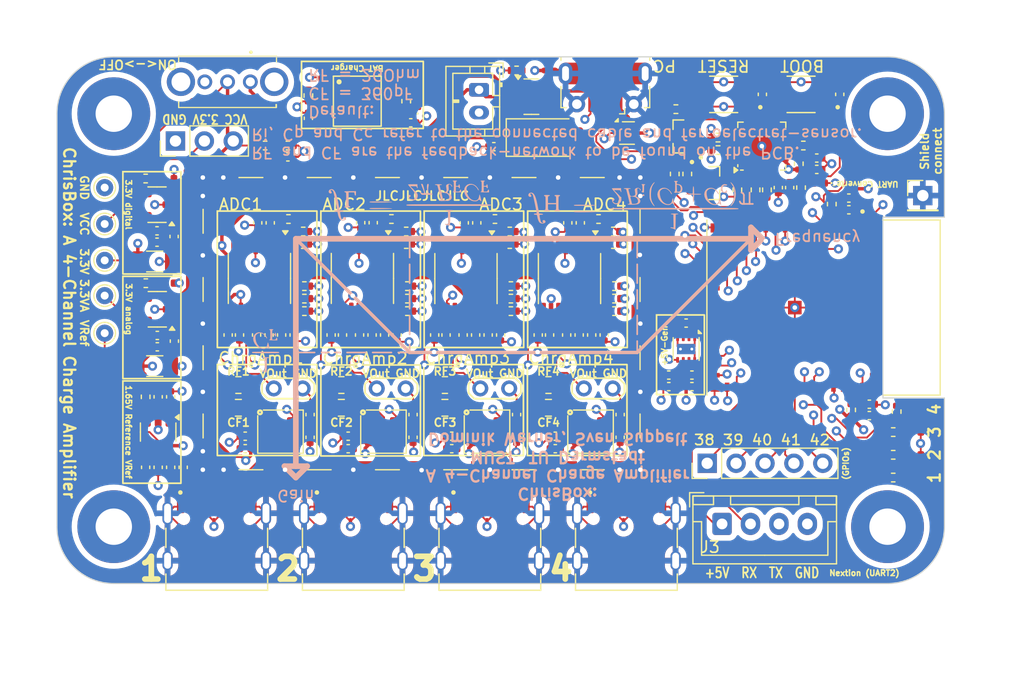
<source format=kicad_pcb>
(kicad_pcb (version 20240108) (generator "pcbnew") (generator_version "8.0")
  (layers (0 "F.Cu" jumper) (1 "In1.Cu" signal) (2 "In2.Cu" signal) (31 "B.Cu" signal) (34 "B.Paste" user) (35 "F.Paste" user) (36 "B.SilkS" user "B.Silkscreen") (37 "F.SilkS" user "F.Silkscreen") (38 "B.Mask" user) (39 "F.Mask" user) (44 "Edge.Cuts" user))
  (net 0 "")
  (net 1 "Shield")
  (net 2 "+3.3V")
  (net 3 "UART2 TXD")
  (net 4 "VBUS")
  (net 5 "BAT+")
  (net 6 "Net-(U1-NR)")
  (net 7 "VCC_STATE")
  (net 8 "VCC")
  (net 9 "BOOT")
  (net 10 "Net-(U12-VDD)")
  (net 11 "Net-(IC1-CHRG)")
  (net 12 "Net-(IC1-PROG)")
  (net 13 "+3.3VA")
  (net 14 "DRDY 1")
  (net 15 "USBD+")
  (net 16 "USBD-")
  (net 17 "VRef")
  (net 18 "UART2 RXD")
  (net 19 "SCK")
  (net 20 "MOSI")
  (net 21 "MISO")
  (net 22 "DRDY 2")
  (net 23 "GPIO42")
  (net 24 "DRDY 3")
  (net 25 "DRDY 4")
  (net 26 "ESP EN")
  (net 27 "/Ferro Amplifier 2/Vout")
  (net 28 "/Ferro Amplifier 2/Ferro")
  (net 29 "/Ferro Amplifier 3/Vout")
  (net 30 "/Ferro Amplifier 3/Ferro")
  (net 31 "/Ferro Amplifier 4/Vout")
  (net 32 "/Ferro Amplifier 4/Ferro")
  (net 33 "/Ferro Amplifier 1/Ferro")
  (net 34 "/Ferro Amplifier 1/Vout")
  (net 35 "GPIO41")
  (net 36 "GPIO39")
  (net 37 "GPIO40")
  (net 42 "GPIO38")
  (net 53 "CS 1")
  (net 54 "CS 2")
  (net 55 "Net-(D1-K)")
  (net 56 "Net-(U1-EN)")
  (net 57 "CS 3")
  (net 58 "Net-(U3-SCLK)")
  (net 59 "Net-(U3-DIN)")
  (net 60 "Net-(U3-DOUT{slash}~{DRDY})")
  (net 61 "Net-(U3-~{CS})")
  (net 62 "CS 4")
  (net 63 "Net-(U3-~{DRDY})")
  (net 64 "Net-(U5-SCLK)")
  (net 65 "Net-(U5-DIN)")
  (net 66 "LED3")
  (net 67 "LED4")
  (net 68 "LED1")
  (net 69 "Net-(U5-DOUT{slash}~{DRDY})")
  (net 70 "LED2")
  (net 71 "Net-(U5-~{CS})")
  (net 72 "Net-(U5-~{DRDY})")
  (net 73 "Net-(U7-SCLK)")
  (net 74 "Net-(U7-DIN)")
  (net 75 "Net-(U7-DOUT{slash}~{DRDY})")
  (net 76 "Net-(U7-~{CS})")
  (net 77 "Net-(U7-~{DRDY})")
  (net 78 "Net-(U9-SCLK)")
  (net 79 "Net-(U9-DIN)")
  (net 80 "Net-(U9-DOUT{slash}~{DRDY})")
  (net 86 "Net-(LED_CHRG1-K)")
  (net 87 "Net-(LED_INFO1-A)")
  (net 88 "GND")
  (net 89 "Net-(U9-~{CS})")
  (net 90 "Net-(LED_INFO2-A)")
  (net 91 "Net-(U9-~{DRDY})")
  (net 92 "ESP TXD")
  (net 93 "Net-(U12-~{RST})")
  (net 94 "Net-(U12-TXD)")
  (net 95 "ESP RXD")
  (net 96 "Net-(U12-RXD)")
  (net 97 "Net-(U12-VBUS)")
  (net 98 "Net-(U12-D-)")
  (net 99 "Net-(LED_INFO3-A)")
  (net 100 "Net-(U12-D+)")
  (net 104 "Net-(LED_INFO4-A)")
  (net 106 "Net-(LED_PWR1-A)")
  (net 107 "Net-(LED_PWR2-A)")
  (net 108 "Net-(LED_PWR3-A)")
  (net 115 "DTR")
  (net 116 "RTS")
  (net 130 "Net-(Q1-Pad1)")
  (net 131 "Net-(Q1-Pad3)")
  (net 132 "Net-(Q2-Pad1)")
  (net 133 "Net-(Q2-Pad3)")
  (net 137 "unconnected-(U2-IO20-Pad24)")
  (net 138 "unconnected-(U2-IO19-Pad23)")
  (net 139 "Net-(U15-C1+)")
  (net 140 "Net-(U15-C1-)")
  (net 141 "+5V_Gen")
  (net 142 "EN_5V")
  (footprint "Capacitor_SMD:C_0402_1005Metric" (layer "F.Cu") (at 148.776 104.002 180)
    (property "Reference" "C16" (hide yes))
    (property "Value" "10u")
  )
  (footprint "Capacitor_SMD:C_0402_1005Metric" (layer "F.Cu") (at 105.3 90.8 90)
    (property "Reference" "C74" (hide yes))
    (property "Value" "1u")
  )
  (footprint "Package_SON:WSON-8-1EP_2x2mm_P0.5mm_EP0.9x1.6mm_ThermalVias" (layer "F.Cu") (at 150.3 100.7 -90)
    (property "Reference" "U15" (hide yes))
    (property "Value" "LM2775DSG")
  )
  (footprint "Capacitor_SMD:C_0402_1005Metric" (layer "F.Cu") (at 105 111.1 90)
    (property "Reference" "C4" (hide yes))
    (property "Value" "100n")
  )
  (footprint "Capacitor_SMD:C_0402_1005Metric" (layer "F.Cu") (at 113.65 99.4625 90)
    (property "Reference" "C20" (hide yes))
    (property "Value" "10u")
  )
  (footprint "Connector_USB:USB_Micro-B_Molex-105017-0001" (layer "F.Cu") (at 143.2 77.7 180)
    (property "Reference" "J11" (hide yes))
    (property "Value" "USB_B_Micro" (hide yes))
  )
  (footprint "Capacitor_SMD:C_0402_1005Metric" (layer "F.Cu") (at 135.4 108.4625 -90)
    (property "Reference" "C46" (hide yes))
    (property "Value" "100n")
  )
  (footprint "Capacitor_SMD:C_0402_1005Metric" (layer "F.Cu") (at 143.1 99.4625 -90)
    (property "Reference" "C60" (hide yes))
    (property "Value" "10u")
  )
  (footprint "MountingHole:MountingHole_3.2mm_M3_Pad" (layer "F.Cu") (at 168 80)
    (property "Reference" "H3" (hide yes))
    (property "Value" "MountingHole_Pad" (hide yes))
  )
  (footprint "TestPoint:TestPoint_2Pads_Pitch2.54mm_Drill0.8mm" (layer "F.Cu") (at 116.6 104.1625 180)
    (property "Reference" "TP6" (hide yes))
    (property "Value" "TestPoint_2Pole" (hide yes))
  )
  (footprint "Capacitor_SMD:C_0402_1005Metric" (layer "F.Cu") (at 102.8 111.1 -90)
    (property "Reference" "C6" (hide yes))
    (property "Value" "100n")
  )
  (footprint "Package_SO:TSSOP-16_4.4x5mm_P0.65mm" (layer "F.Cu") (at 140.05 94.5 -90)
    (property "Reference" "U9" (hide yes))
    (property "Value" "ADS1220xPW")
  )
  (footprint "Resistor_SMD:R_0402_1005Metric" (layer "F.Cu") (at 144 96.2625 180)
    (property "Reference" "R33" (hide yes))
    (property "Value" "47")
  )
  (footprint "Resistor_SMD:R_0402_1005Metric" (layer "F.Cu") (at 116.65 90.3625 180)
    (property "Reference" "R16" (hide yes))
    (property "Value" "47")
  )
  (footprint "Capacitor_SMD:C_0402_1005Metric" (layer "F.Cu") (at 135.4 106.4625 -90)
    (property "Reference" "C43" (hide yes))
    (property "Value" "10u")
  )
  (footprint "Capacitor_SMD:C_0402_1005Metric" (layer "F.Cu") (at 120.6 109.4625)
    (property "Reference" "C39" (hide yes))
    (property "Value" "100n")
  )
  (footprint "Package_TO_SOT_SMD:SOT-23-5" (layer "F.Cu") (at 103.9 108 -90)
    (property "Reference" "U1" (hide yes))
    (property "Value" "TPS73616DBV")
  )
  (footprint "Capacitor_SMD:C_0402_1005Metric" (layer "F.Cu") (at 141 89.6 90)
    (property "Reference" "C54" (hide yes))
    (property "Value" "100n")
  )
  (footprint "Package_TO_SOT_SMD:SOT-23-5" (layer "F.Cu") (at 103.825 97.2 180)
    (property "Reference" "U14" (hide yes))
    (property "Value" "AP2112K-3.3")
  )
  (footprint "Capacitor_SMD:C_0402_1005Metric" (layer "F.Cu") (at 164.6 87.42 180)
    (property "Reference" "C12" (hide yes))
    (property "Value" "100n")
  )
  (footprint "Capacitor_SMD:C_0402_1005Metric" (layer "F.Cu") (at 115.85 99.4625 -90)
    (property "Reference" "C24" (hide yes))
    (property "Value" "10u")
  )
  (footprint "Resistor_SMD:R_0402_1005Metric" (layer "F.Cu") (at 125.8 97.3625 180)
    (property "Reference" "R20" (hide yes))
    (property "Value" "47")
  )
  (footprint "Capacitor_SMD:C_0402_1005Metric" (layer "F.Cu") (at 117.25 108.4625 -90)
    (property "Reference" "C22" (hide yes))
    (property "Value" "100n")
  )
  (footprint "Resistor_SMD:R_0402_1005Metric" (layer "F.Cu") (at 144 95.1625 180)
    (property "Reference" "R35" (hide yes))
    (property "Value" "47")
  )
  (footprint "MountingHole:MountingHole_3.2mm_M3_Pad" (layer "F.Cu") (at 100 116.32)
    (property "Reference" "H1" (hide yes))
    (property "Value" "MountingHole_Pad" (hide yes))
  )
  (footprint "TestPoint:TestPoint_THTPad_D1.5mm_Drill0.7mm" (layer "F.Cu") (at 99.2 86.5)
    (property "Reference" "TP5" (hide yes))
    (property "Value" "TestPoint")
  )
  (footprint "Resistor_SMD:R_0402_1005Metric" (layer "F.Cu") (at 150.4 85.3 90)
    (property "Reference" "R49" (hide yes))
    (property "Value" "10k")
  )
  (footprint "Capacitor_SMD:C_0402_1005Metric" (layer "F.Cu") (at 123.8 99.4625 90)
    (property "Reference" "C35" (hide yes))
    (property "Value" "100n")
  )
  (footprint "Package_SO:TSSOP-16_4.4x5mm_P0.65mm" (layer "F.Cu") (at 121.85 94.4875 -90)
    (property "Reference" "U5" (hide yes))
    (property "Value" "ADS1220xPW")
  )
  (footprint "Capacitor_SMD:C_0402_1005Metric" (layer "F.Cu") (at 122.7 99.4625 90)
    (property "Reference" "C32" (hide yes))
    (property "Value" "10u")
  )
  (footprint "Resistor_SMD:R_0402_1005Metric" (layer "F.Cu") (at 116.75 97.3625 180)
    (property "Reference" "R14" (hide yes))
    (property "Value" "47")
  )
  (footprint "Capacitor_SMD:C_0402_1005Metric" (layer "F.Cu") (at 113.75 89.6 90)
    (property "Reference" "C18" (hide yes))
    (property "Value" "100n")
  )
  (footprint "Capacitor_SMD:C_1206_3216Metric" (layer "F.Cu") (at 103.6 93)
    (property "Reference" "C7" (hide yes))
    (property "Value" "100u")
  )
  (footprint "Capacitor_SMD:C_0402_1005Metric" (layer "F.Cu") (at 115.3 83.8 180)
    (property "Reference" "C71" (hide yes))
    (property "Value" "100n")
  )
  (footprint "Capacitor_SMD:C_0402_1005Metric" (layer "F.Cu") (at 142 99.4625 90)
    (property "Reference" "C59" (hide yes))
    (property "Value" "100n")
  )
  (footprint "Resistor_SMD:R_0805_2012Metric" (layer "F.Cu") (at 110.95 103.8625 180)
    (property "Reference" "RF1")
    (property "Value" "2G" (hide yes))
  )
  (footprint "Capacitor_SMD:C_0402_1005Metric" (layer "F.Cu") (at 144.5 108.4625 -90)
    (property "Reference" "C58" (hide yes))
    (property "Value" "100n")
  )
  (footprint "Resistor_SMD:R_0402_1005Metric" (layer "F.Cu") (at 135.4 76.2)
    (property "Reference" "R52" (hide yes))
    (property "Value" "10k")
  )
  (footprint "Resistor_SMD:R_0402_1005Metric" (layer "F.Cu") (at 134.8 90.3625 180)
    (property "Reference" "R28" (hide yes))
    (property "Value" "47")
  )
  (footprint "Resistor_SMD:R_0402_1005Metric" (layer "F.Cu") (at 144 97.3625 180)
    (property "Reference" "R32" (hide yes))
    (property "Value" "47")
  )
  (footprint "Resistor_SMD:R_0402_1005Metric" (layer "F.Cu") (at 116.75 96.2625 180)
    (property "Reference" "R15" (hide yes))
    (property "Value" "47")
  )
  (footprint "Package_TO_SOT_SMD:SOT-23" (layer "F.Cu") (at 136.7 78.5)
    (property "Reference" "Q3" (hide yes))
    (property "Value" "DMG2305")
  )
  (footprint "Resistor_SMD:R_0402_1005Metric" (layer "F.Cu") (at 115.35 89.2625 180)
    (property "Reference" "R12" (hide yes))
    (property "Value" "1k")
  )
  (footprint "Capacitor_SMD:C_0402_1005Metric" (layer "F.Cu") (at 140.9 99.4625 90)
    (property "Reference" "C56" (hide yes))
    (property "Value" "10u")
  )
  (footprint "SS8050-G:TRANS_SS8050-G" (layer "F.Cu") (at 152.6 86.1)
    (property "Reference" "Q2" (hide yes))
    (property "Value" "SS8050-G")
  )
  (footprint "Resistor_SMD:R_0402_1005Metric" (layer "F.Cu") (at 125.8 96.2625 180)
    (property "Reference" "R21" (hide yes))
    (property "Value" "47")
  )
  (footprint "LED_SMD:LED_0402_1005Metric" (layer "F.Cu") (at 170.434 106 180)
    (property "Reference" "LED_INFO4" (hide yes))
    (property "Value" "LED" (hide yes))
  )
  (footprint "Resistor_SMD:R_0402_1005Metric" (layer "F.Cu") (at 160.2 84.4 -90)
    (property "Reference" "R40" (hide yes))
    (property "Value" "10k")
  )
  (footprint "Resistor_SMD:R_0402_1005Metric" (layer "F.Cu") (at 125.7 78.9 90)
    (property "Reference" "R43" (hide yes))
    (property "Value" "1k")
  )
  (footprint "Capacitor_SMD:C_0402_1005Metric" (layer "F.Cu") (at 163.8 78.3 -90)
    (property "Reference" "C9" (hide yes))
    (property "Value" "100n")
  )
  (footprint "TestPoint:TestPoint_THTPad_D1.5mm_Drill0.7mm" (layer "F.Cu") (at 99.2 99.3)
    (property "Reference" "TP4" (hide yes))
    (property "Value" "TestPoint")
  )
  (footprint "NetTie:NetTie-2_SMD_Pad0.5mm" (layer "F.Cu") (at 138.3 76.2)
    (property "Reference" "NT1" (hide yes))
    (property "Value" "NetTie_2" (hide yes))
  )
  (footprint "Capacitor_SMD:C_0402_1005Metric" (layer "F.Cu") (at 111.55 108.3625 180)
    (property "Reference" "C28" (hide yes))
    (property "Value" "10u")
  )
  (footprint "Capacitor_SMD:C_0402_1005Metric" (layer "F.Cu") (at 164.6 88.45 180)
    (property "Reference" "C11" (hide yes))
    (property "Value" "10u")
  )
  (footprint "Capacitor_SMD:C_0402_1005Metric" (layer "F.Cu") (at 103.825 99.5 180)
    (property "Reference" "C76" (hide yes))
    (property "Value" "1u")
  )
  (footprint "Capacitor_SMD:C_0402_1005Metric" (layer "F.Cu") (at 106.1 111.1 90)
    (property "Reference" "C3" (hide yes))
    (property "Value" "10u")
  )
  (footprint "TestPoint:TestPoint_THTPad_D1.5mm_Drill0.7mm" (layer "F.Cu") (at 99.2 96)
    (property "Reference" "TP3" (hide yes))
    (property "Value" "TestPoint")
  )
  (footprint "Capacitor_SMD:C_0402_1005Metric" (layer "F.Cu") (at 150.3 98.414)
    (property "Reference" "C15" (hide yes))
    (property "Value" "1u")
  )
  (footprint "LED_SMD:LED_0402_1005Metric" (layer "F.Cu") (at 104.8 85.7 180)
    (property "Reference" "LED_PWR2" (hide yes))
    (property "Value" "LED")
  )
  (footprint "Capacitor_SMD:C_0402_1005Metric" (layer "F.Cu") (at 166.4 106.55 180)
    (property "Reference" "C14" (hide yes))
    (property "Value" "10u")
  )
  (footprint "Capacitor_SMD:C_0402_1005Metric" (layer "F.Cu") (at 105 104.9 -90)
    (property "Reference" "C1" (hide yes))
    (property "Value" "10u")
  )
  (footprint "Capacitor_SMD:C_1206_3216Metric" (layer "F.Cu") (at 103.6 102.2)
    (property "Reference" "C8" (hide yes))
    (property "Value" "100u")
  )
  (footprint "Capacitor_SMD:C_0402_1005Metric" (layer "F.Cu") (at 139.8 99.4625 -90)
    (property "Reference" "C57" (hide yes))
    (property "Value" "100n")
  )
  (footprint "Capacitor_SMD:C_0402_1005Metric" (layer "F.Cu") (at 110.05 99.4625 -90)
    (property "Reference" "C25" (hide yes))
    (property "Value" "10u")
  )
  (footprint "Resistor_SMD:R_0402_1005Metric" (layer "F.Cu") (at 124.4 89.2625 180)
    (property "Reference" "R18" (hide yes))
    (property "Value" "1k")
  )
  (footprint "TYPE-C-31-M-12:HRO_TYPE-C-31-M-12" (layer "F.Cu") (at 109.05 119.3125)
    (property "Reference" "J7" (hide yes))
    (property "Value" "TYPE-C-31-M-12" (hide yes))
  )
  (footprint "LED_SMD:LED_0402_1005Metric" (layer "F.Cu") (at 161.985 86.1 180)
    (property "Reference" "LED_PWR1" (hide yes))
    (property "Value" "LED")
  )
  (footprint "Resistor_SMD:R_0402_1005Metric" (layer "F.Cu") (at 134.9 95.1625 180)
    (property "Reference" "R29" (hide yes))
    (property "Value" "47")
  )
  (footprint "Resistor_SMD:R_0805_2012Metric" (layer "F.Cu") (at 129.1 103.8625 180)
    (property "Reference" "RF3")
    (property "Value" "2G" (hide yes))
  )
  (footprint "Capacitor_SMD:C_0402_1005Metric" (layer "F.Cu") (at 112.55 99.4625 -90)
    (property "Reference" "C21" (hide yes))
    (property "Value" "100n")
  )
  (footprint "Capacitor_SMD:C_0402_1005Metric" (layer "F.Cu") (at 139.9 89.6 -90)
    (property "Reference" "C53" (hide yes))
    (property "Value" "10u")
  )
  (footprint "Package_TO_SOT_SMD_AKL:SOT-23-5" (layer "F.Cu") (at 132.8 107.9625)
    (property "Reference" "U8" (hide yes))
    (property "Value" "AD8605ARTZ" (hide yes))
  )
  (footprint "Capacitor_SMD:C_0402_1005Metric" (layer "F.Cu") (at 105.325 100 90)
    (property "Reference" "C78" (hide yes))
    (property "Value" "1u")
  )
  (footprint "TestPoint:TestPoint_THTPad_D1.5mm_Drill0.7mm" (layer "F.Cu") (at 99.2 89.7)
    (property "Reference" "TP1" (hide yes))
    (property "Value" "TestPoint")
  )
  (footprint "Connector_JST:JST_PH_B2B-PH-K_1x02_P2.00mm_Vertical" (layer "F.Cu") (at 132.1 77.9 -90)
    (property "Reference" "X1" (hide yes))
    (property "Value" "JST-PH")
  )
  (footprint "Capacitor_SMD:C_0402_1005Metric" (layer "F.Cu") (at 138.8 108.3625 180)
    (property "Reference" "C64" (hide yes))
    (property "Value" "10u")
  )
  (footprint "Capacitor_SMD:C_0402_1005Metric" (layer "F.Cu") (at 138.3 99.4625 90)
    (property "Reference" "C62" (hide yes))
    (property "Value" "100n")
  )
  (footprint "SS8050-G:TRANS_SS8050-G" (layer "F.Cu") (at 149.8 82 180)
    (property "Reference" "Q1" (hide yes))
    (property "Value" "SS8050-G")
  )
  (footprint "Resistor_SMD:R_0402_1005Metric" (layer "F.Cu") (at 116.75 95.1625 180)
    (property "Reference" "R17" (hide yes))
    (property "Value" "47")
  )
  (footprint "Capacitor_SMD:C_0402_1005Metric" (layer "F.Cu") (at 112.65 89.6 -90)
    (property "Reference" "C17" (hide yes))
    (property "Value" "10u")
  )
  (footprint "TestPoint:TestPoint_2Pads_Pitch2.54mm_Drill0.8mm" (layer "F.Cu") (at 143.85 104.1625 180)
    (property "Reference" "TP9" (hide yes))
    (property "Value" "TestPoint_2Pole")
  )
  (footprint "Capacitor_SMD:C_0402_1005Metric" (layer "F.Cu") (at 130.8 89.6 -90)
    (property "Reference" "C41" (hide yes))
    (property "Value" "10u")
  )
  (footprint "Capacitor_SMD:C_0402_1005Metric" (layer "F.Cu") (at 161.78 83.9 180)
    (property "Reference" "C66" (hide yes))
    (property "Value" "4.7u")
  )
  (footprint "Package_DFN_QFN:QFN-24-1EP_4x4mm_P0.5mm_EP2.6x2.6mm" (layer "F.Cu") (at 156.95 82.85 90)
    (property "Reference" "U12" (hide yes))
    (property "Value" "CP2102N-Axx-xQFN24")
  )
  (footprint "TestPoint:TestPoint_2Pads_Pitch2.54mm_Drill0.8mm" (layer "F.Cu") (at 134.75 104.1625 180)
    (property "Reference" "TP8" (hide yes))
    (property "Value" "TestPoint_2Pole")
  )
  (footprint "Resistor_SMD:R_0402_1005Metric" (layer "F.Cu") (at 125.7 91.4625 180)
    (property "Reference" "R19" (hide yes))
    (property "Value" "47")
  )
  (footprint "Capacitor_SMD:C_0402_1005Metric" (layer "F.Cu") (at 111.55 109.4625)
    (property "Reference" "C27" (hide yes))
    (property "Value" "100n")
  )
  (footprint "Capacitor_SMD:C_0402_1005Metric" (layer "F.Cu") (at 103.825 100.5 180)
    (property "Reference" "C77" (hide yes))
    (property "Value" "10u")
  )
  (footprint "Capacitor_SMD:C_0402_1005Metric" (layer "F.Cu") (at 117.1 80.4 90)
    (property "Reference" "C69" (hide yes))
    (property "Value" "10u")
  )
  (footprint "Resistor_SMD:R_0402_1005Metric" (layer "F.Cu") (at 168.5 110)
    (property "Reference" "R2" (hide yes))
    (property "Value" "470")
  )
  (footprint "Resistor_SMD:R_0402_1005Metric" (layer "F.Cu") (at 149.3 85.3 -90)
    (property "Reference" "R47" (hide yes))
    (property "Value" "10k")
  )
  (footprint "Capacitor_SMD:C_0402_1005Metric" (layer "F.Cu") (at 157 78.3 -90)
    (property "Reference" "C10" (hide yes))
    (property "Value" "100n")
  )
  (footprint "Resistor_SMD:R_0402_1005Metric" (layer "F.Cu") (at 102.8 104.9 -90)
    (property "Reference" "R3" (hide yes))
    (property "Value" "47")
  )
  (footprint "Capacitor_SMD:C_0402_1005Metric" (layer "F.Cu") (at 161.78 84.9 180)
    (property "Reference" "C67" (hide yes))
    (property "Value" "100n")
  )
  (footprint "Capacitor_SMD:C_0402_1005Metric" (layer "F.Cu") (at 137.3 99.4625 -90)
    (property "Reference" "C61" (hide yes))
    (property "Value" "10u")
  )
  (footprint "Resistor_SMD:R_0402_1005Metric" (layer "F.Cu") (at 102.815 94.905)
    (property "Reference" "R53" (hide yes))
    (property "Value" "470")
  )
  (footprint "Capacitor_SMD:C_0402_1005Metric" (layer "F.Cu") (at 124.9 99.4625 -90)
    (property "Reference" "C36" (hide yes))
    (property "Value" "10u")
  )
  (footprint "Resistor_SMD:R_0402_1005Metric" (layer "F.Cu") (at 163.1 87.95 -90)
    (property "Reference" "R6" (hide yes))
    (property "Value" "10k")
  )
  (footprint "Resistor_SMD:R_0402_1005Metric_Pad0.72x0.64mm_HandSolder" (layer "F.Cu") (at 157.4 86.7 90)
    (property "Reference" "R41" (hide yes))
    (property "Value" "0")
  )
  (footprint "MiniLev:SOP-8" (layer "F.Cu") (at 121.4 78.9)
    (property "Reference" "IC1" (hide yes))
    (property "Value" "TP4056")
  )
  (footprint "Connector_PinHeader_2.54mm:PinHeader_1x01_P2.54mm_Vertical" (layer "F.Cu") (at 171.1 87.2)
    (property "Reference" "J5" (hide yes))
    (property "Value" "Conn_01x01_Pin")
  )
  (footprint "Resistor_SMD:R_0402_1005Metric_Pad0.72x0.64mm_HandSolder" (layer "F.Cu") (at 153.0975 82.1)
    (property "Reference" "R39" (hide yes))
    (property "Value" "0")
  )
  (footprint "Resistor_SMD:R_0402_1005Metric" (layer "F.Cu") (at 168.5 108)
    (property "Reference" "R4" (hide yes))
    (property "Value" "470")
  )
  (footprint "Capacitor_SMD:C_0402_1005Metric" (layer "F.Cu") (at 103.9 104.9 -90)
    (property "Reference" "C2" (hide yes))
    (property "Value" "100n")
  )
  (footprint "Capacitor_SMD:C_0402_1005Metric" (layer "F.Cu") (at 131.9 89.6 90)
    (property "Reference" "C42" (hide yes))
    (property "Value" "100n")
  )
  (footprint "Capacitor_SMD:C_0402_1005Metric" (layer "F.Cu") (at 159.4 86.5 90)
    (property "Reference" "C65" (hide yes))
    (property "Value" "100n")
  )
  (footprint "MountingHole:MountingHole_3.2mm_M3_Pad" (layer "F.Cu") (at 168 116.32)
    (property "Reference" "H4" (hide yes))
    (property "Value" "MountingHole_Pad" (hide yes))
  )
  (footprint "Capacitor_SMD:C_0402_1005Metric" (layer "F.Cu") (at 144.5 106.4625 -90)
    (property "Reference" "C55" (hide yes))
    (property "Value" "10u")
  )
  (footprint "Capacitor_SMD:C_0402_1005Metric" (layer "F.Cu") (at 158.4 86.5 90)
    (property "Reference" "C68" (hide yes))
    (property "Value" "4.7u")
  )
  (footprint "Capacitor_SMD:C_0402_1005Metric" (layer "F.Cu") (at 132.9 99.4625 90)
    (property "Reference" "C47" (hide yes))
    (property "Value" "100n")
  )
  (footprint "Resistor_SMD:R_0402_1005Metric" (layer "F.Cu") (at 125.7 90.3625 180)
    (property "Reference" "R22" (hide yes))
    (property "Value" "47")
  )
  (footprint "Resistor_SMD:R_0402_1005Metric" (layer "F.Cu") (at 168.5 112)
    (property "Reference" "R1" (hide yes))
    (property "Value" "470")
  )
  (footprint "Package_SO:TSSOP-16_4.4x5mm_P0.65mm" (layer "F.Cu") (at 130.95 94.5 -90)
    (property "Reference" "U7" (hide yes))
    (property "Value" "ADS1220xPW")
  )
  (footprint "TYPE-C-31-M-12:HRO_TYPE-C-31-M-12" (layer "F.Cu") (at 121.05 119.3125)
    (property "Reference" "J8" (hide yes))
    (property "Value" "TYPE-C-31-M-12" (hide yes))
  )
  (footprint "TYPE-C-31-M-12:HRO_TYPE-C-31-M-12" (layer "F.Cu") (at 133.05 119.3125)
    (property "Reference" "J9" (hide yes))
    (property "Value" "TYPE-C-31-M-12" (hide yes))
  )
  (footprint "Capacitor_SMD:C_0402_1005Metric" (layer "F.Cu") (at 122.8 89.5875 90)
    (property "Reference" "C30" (hide yes))
    (property "Value" "100n")
  )
  (footprint "Capacitor_SMD:C_0402_1005Metric" (layer "F.Cu") (at 128.2 99.4625 -90)
    (property "Reference" "C49" (hide yes))
    (property "Value" "10u")
  )
  (footprint "Resistor_SMD:R_0402_1005Metric" (layer "F.Cu") (at 102.8 85.7)
    (property "Reference" "R51" (hide yes))
    (property "Value" "470")
  )
  (footprint "Capacitor_SMD:C_0402_1005Metric" (layer "F.Cu") (at 126.3 108.4625 -90)
    (property "Reference" "C34" (hide yes))
    (property "Value" "100n")
  )
  (footprint "LED_SMD:LED_0402_1005Metric" (layer "F.Cu") (at 170.434 112 180)
    (property "Reference" "LED_INFO1" (hide yes))
    (property "Value" "LED" (hide yes))
  )
  (footprint "Capacitor_SMD:C_0402_1005Metric" (layer "F.Cu") (at 166.4 105.55 180)
    (property "Reference" "C13" (hide yes))
    (property "Value" "100n")
  )
  (footprint "Connector_JST:JST_XH_B4B-XH-A_1x04_P2.50mm_Vertical" (layer "F.Cu") (at 153.456 116.078)
    (property "Reference" "J3")
    (property "Value" "Conn_01x04_Socket" (hide yes))
  )
  (footprint "Capacitor_SMD:C_0402_1005Metric" (layer "F.Cu") (at 120.6 108.3625 180)
    (property "Reference" "C40" (hide yes))
    (property "Value" "10u")
  )
  (footprint "Capacitor_SMD:C_0402_1005Metric" (layer "F.Cu") (at 148.776 102.986 180)
    (property "Reference" "C79" (hide yes))
    (property "Value" "100n")
  )
  (footprint "Package_TO_SOT_SMD:SOT-23-5" (layer "F.Cu") (at 103.8 88 180)
    (property "Reference" "U13" (hide yes))
    (property "Value" "AP2112K-3.3")
  )
  (footprint "Resistor_SMD:R_0402_1005Metric_Pad0.72x0.64mm_HandSolder" (layer "F.Cu") (at 154.8 86.7 -90)
    (property "Reference" "R50" (hide yes))
    (property "Value" "0")
  )
  (footprint "Capacitor_SMD:C_0402_1005Metric" (layer "F.Cu") (at 126.1 80.8 180)
    (property "Reference" "C70" (hide yes))
    (property "Value" "10u")
  )
  (footprint "Capacitor_SMD:C_0402_1005Metric" (layer "F.Cu") (at 103.9 111.1 -90)
    (property "Reference" "C5" (hide yes))
    (property "Value" "10u")
  )
  (footprint "Capacitor_SMD:C_0402_1005Metric" (layer "F.Cu") (at 119.1 99.4625 -90)
    (property "Reference" "C37" (hide yes))
    (property "Value" "10u")
  )
  (footprint "Capacitor_SMD:C_0402_1005Metric" (layer "F.Cu") (at 129.7 108.3625 180)
    (property "Reference" "C52" (hide yes))
    (property "Value" "10u")
  )
  (footprint "Capacitor_SMD:C_0402_1005Metric" (layer "F.Cu") (at 130.7 99.4625 -90)
    (property "Reference" "C45" (hide yes))
    (property "Value" "100n")
  )
  (footprint "Resistor_SMD:R_0402_1005Metric" (layer "F.Cu") (at 134.8 91.4625 180)
    (property "Reference" "R25" (hide yes))
    (property "Value" "47")
  )
  (footprint "Resistor_SMD:R_0402_1005Metric_Pad0.72x0.64mm_HandSolder" (layer "F.Cu") (at 153.1025 83.2 180)
    (property "Reference" "R38" (hide yes))
    (property "Value" "0")
  )
  (footprint "Capacitor_SMD:C_0402_1005Metric" (layer "F.Cu") (at 138.8 109.4625)
    (property "Reference" "C63" (hide yes))
    (property "Value" "100n")
  )
  (footprint "SKRPABE010:SW_SKRPABE010" (layer "F.Cu") (at 153.6 78.3 180)
    (property "Reference" "RESET_SWITCH1" (hide yes))
    (property "Value" "SKRPABE010")
  )
  (footprint "Resistor_SMD:R_0402_1005Metric" (layer "F.Cu") (at 143.9 91.4625 180)
    (property "Reference" "R31" (hide yes))
    (property "Value" "47")
  )
  (footprint "Resistor_SMD:R_0805_2012Metric" (layer "F.Cu") (at 138.2 103.8625 180)
    (property "Reference" "RF4")
    (property "Value" "2G" (hide yes))
  )
  (footprint "Connector_PinHeader_2.54mm:PinHeader_1x03_P2.54mm_Vertical" (layer "F.Cu") (at 105.42 82.4 90)
    (property "Reference" "J1" (hide yes))
    (property "Value" "Conn_01x03_Pin")
  )
  (footprint "Capacitor_SMD:C_0805_2012Metric" (layer "F.Cu") (at 138.2 105.8625 180)
    (property "Reference" "CF4")
    (property "Value" "360p" (hide yes))
  )
  (footprint "Resistor_SMD:R_0402_1005Metric" (layer "F.Cu") (at 168.8 106.2 90)
    (property "Reference" "R5" (hide yes))
    (property "Value" "470")
  )
  (footprint "Package_TO_SOT_SMD:SOT-666" (layer "F.Cu") (at 145.1 81.7)
    (property "Reference" "U11" (hide yes))
    (property "Value" "USBLC6-2P6")
  )
  (footprint "TestPoint:TestPoint_2Pads_Pitch2.54mm_Drill0.8mm" (layer "F.Cu") (at 125.65 104.1625 180)
    (property "Reference" "TP7" (hide yes))
    (property "Value" "TestPoint_2Pole")
  )
  (footprint "MountingHole:MountingHole_3.2mm_M3_Pad" (layer "F.Cu") (at 100 80)
    (property "Reference" "H2" (hide yes))
    (property "Value" "MountingHole_Pad" (hide yes))
  )
  (footprint "Capacitor_SMD:C_0805_2012Metric" (layer "F.Cu") (at 110.95 105.8625 180)
    (property "Reference" "CF1")
    (property "Value" "360p" (hide yes))
  )
  (footprint "Connector_PinHeader_2.54mm:PinHeader_1x05_P2.54mm_Vertical" (layer "F.Cu") (at 152.151 110.744 90)
    (property "Reference" "J2" (hide yes))
    (property "Value" "Conn_01x05_Pin" (hide yes))
  )
  (footprint "Package_SO:TSSOP-16_4.4x5mm_P0.65mm" (layer "F.Cu") (at 112.8 94.4875 -90)
    (property "Reference" "U3" (hide yes))
    (property "Value" "ADS1220xPW")
  )
  (footprint "Resistor_SMD:R_0402_1005Metric_Pad0.72x0.64mm_HandSolder" (layer "F.Cu") (at 156.4 86.6975 -90)
    (property "Reference" "R42" (hide yes))
    (property "Value" "0")
  )
  (footprint "Capacitor_SMD:C_0402_1005Metric" (layer "F.Cu") (at 103.8 90.3 180)
    (property "Reference" "C73" (hide yes))
    (property "Value" "10u")
  )
  (footprint "Resistor_SMD:R_0402_1005Metric" (layer "F.Cu") (at 134.9 97.3625 180)
    (property "Reference" "R26" (hide yes))
    (property "Value" "47")
  )
  (footprint "Resistor_SMD:R_0402_1005Metric" (layer "F.Cu") (at 125.8 95.1625 180)
    (property "Reference" "R23" (hide yes))
    (property "Value" "47")
  )
  (footprint "Resistor_SMD:R_0402_1005Metric" (layer "F.Cu") (at 142.6 89.2625 180)
    (property "Reference" "R30" (hide yes))
    (property "Value" "1k")
  )
  (footprint "Capacitor_SMD:C_0402_1005Metric" (layer "F.Cu") (at 126.3 106.4625 -90)
    (property "Reference" "C31" (hide yes))
    (property "Value" "10u")
  )
  (footprint "Resistor_SMD:R_0402_1005Metric" (layer "F.Cu") (at 143.9 90.3625 180)
    (property "Reference" "R34" (hide yes))
    (property "Value" "47")
  )
  (footprint "TestPoint:TestPoint_THTPad_D1.5mm_Drill0.7mm" (layer "F.Cu") (at 99.2 92.9)
    (property "Reference" "TP2" (hide yes))
    (property "Value" "TestPoint")
  )
  (footprint "Capacitor_SMD:C_0402_1005Metric" (layer "F.Cu") (at 150.808 102.986 180)
    (property "Reference" "C81" (hide yes))
    (property "Value" "100n")
  )
  (footprint "Resistor_SMD:R_0402_1005Metric" (layer "F.Cu") (at 117.1 78.4 -90)
    (property "Reference" "R46" (hide yes))
    (property "Value" "4k7")
  )
  (footprint "Resistor_SMD:R_0402_1005Metric" (layer "F.Cu") (at 160.6 82.8)
    (property "Reference" "R37" (hide yes))
    (property "Value" "1k")
  )
  (footprint "Resistor_SMD:R_0402_1005Metric" (layer "F.Cu") (at 133.5 89.2625 180)
    (property "Reference" "R24" (hide yes))
    (property "Value" "1k")
  )
  (footprint "SKRPABE010:SW_SKRPABE010" (layer "F.Cu") (at 160.4 78.3 180)
    (property "Reference" "BOOT_SWITCH1" (hide yes))
    (property "Value" "SKRPABE010")
  )
  (footprint "Resistor_SMD:R_0402_1005Metric" (layer "F.Cu") (at 134.9 96.2625 180)
    (property "Reference" "R27" (hide yes))
    (property "Value" "47")
  )
  (footprint "Package_TO_SOT_SMD_AKL:SOT-23-5" (layer "F.Cu") (at 123.7 107.9625)
    (property "Reference" "U6" (hide yes))
    (property "Value" "AD8605ARTZ" (hide yes))
  )
  (footprint "Shielding:Laird_Technologies_BMI-S-205-F_38.10x25.40mm_HandSolder_SelfMade" (layer "F.Cu") (at 127.05 98.4625)
    (property "Reference" "J6" (hide yes))
    (property "Value" "RFShield_TwoPieces")
  )
  (footprint "TYPE-C-31-M-12:HRO_TYPE-C-31-M-12" (layer "F.Cu") (at 145.05 119.3125)
    (property "Reference" "J10" (hide yes))
    (property "Value" "TYPE-C-31-M-12" (hide yes))
  )
  (footprint "Capacitor_SMD:C_0402_1005Metric" (layer "F.Cu") (at 129.2 99.4625 90)
    (property "Reference" "C50" (hide yes))
    (property "Value" "100n")
  )
  (footprint "Capacitor_SMD:C_0402_1005Metric" (layer "F.Cu") (at 133.4 82.9)
    (property "Reference" "C75" (hide yes))
    (property "Value" "10u")
  )
  (footprint "Resistor_SMD:R_0402_1005Metric" (layer "F.Cu") (at 160.4 86.5 -90)
    (property "Reference" "R36" (hide yes))
    (property "Value" "470")
  )
  (footprint "Diode_SMD:D_SMA" (layer "F.Cu") (at 138 82.1)
    (property "Reference" "D1" (hide yes))
    (property "Value" "D_Schottky")
  )
  (footprint "LED_SMD:LED_0402_1005Metric" (layer "F.Cu") (at 104.815 94.9 180)
    (property "Reference" "LED_PWR3" (hide yes))
    (property "Value" "LED")
  )
  (footprint "Capacitor_SMD:C_0402_1005Metric" (layer "F.Cu") (at 121.6 99.4625 -90)
    (property "Reference" "C33" (hide yes))
    (property "Value" "100n")
  )
  (footprint "Resistor_SMD:R_0402_1005Metric" (layer "F.Cu") (at 115.3 82.8 180)
    (property "Reference" "R48" (hide yes))
    (property "Value" "1k")
  )
  (footprint "Package_TO_SOT_SMD_AKL:SOT-23-5" (layer "F.Cu") (at 141.9 107.9625)
    (property "Reference" "U10" (hide yes))
    (property "Value" "AD8605ARTZ" (hide yes))
  )
  (footprint "LED_SMD:LED_0402_1005Metric" (layer "F.Cu") (at 170.434 108 180)
    (property "Reference" "LED_INFO3" (hide yes))
    (property "Value" "LED" (hide yes))
  )
  (footprint "SK-12D02-VG3:SK12D02VG3" (layer "F.Cu") (at 110 77.2 180)
    (property "Reference" "S1" (hide yes))
    (property "Value" "SK-12D02-VG3" (hide yes))
  )
  (footprint "Capacitor_SMD:C_0402_1005Metric" (layer "F.Cu") (at 134 99.4625 -90)
    (property "Reference" "C48" (hide yes))
    (property "Value" "10u")
  )
  (footprint "Capacitor_SMD:C_0402_1005Metric" (layer "F.Cu") (at 150.808 104.002 180)
    (property "Reference" "C80" (hide yes))
    (property "Value" "10u")
  )
  (footprint "Resistor_SMD:R_0402_1005Metric" (layer "F.Cu") (at 113.3 82.8 180)
    (property "Reference" "R44" (hide yes))
    (property "Value" "10k")
  )
  (footprint "Package_TO_SOT_SMD_AKL:SOT-23-5" (layer "F.Cu") (at 114.65 107.9625)
    (property "Reference" "U4" (hide yes))
    (property "Value" "AD8605ARTZ" (hide yes))
  )
  (footprint "Capacitor_SMD:C_0402_1005Metric" (layer "F.Cu") (at 121.7 89.5875 -90)
    (property "Reference" "C29" (hide yes))
    (property "Value" "10u")
  )
  (footprint "Capacitor_SMD:C_0402_1005Metric" (layer "F.Cu") (at 117.25 106.4625 -90)
    (property "Reference" "C19" (hide yes))
    (property "Value" "10u")
  )
  (footprint "ESP32-S3-MINI-1-N8:XCVR_ESP32-S3-MINI-1-N8" (layer "F.Cu") (at 159.85 97.05 -90)
    (property "Reference" "U2" (hide yes))
    (property "Value" "ESP32-S3-MINI-1-N8" (hide yes))
  )
  (footprint "Capacitor_SMD:C_0402_1005Metric" (layer "F.Cu") (at 114.75 99.4625 90)
    (property "Reference" "C23" (hide yes))
    (property "Value" "100n")
  )
  (footprint "Capacitor_SMD:C_0402_1005Metric" (layer "F.Cu") (at 103.8 91.3 180)
    (property "Reference" "C72" (hide yes))
    (property "Value" "1u")
  )
  (footprint "Capacitor_SMD:C_0402_1005Metric" (layer "F.Cu") (at 111.05 99.4625 90)
    (property "Reference" "C26" (hide yes))
    (property "Value" "100n")
  )
  (footprint "LED_SMD:LED_0402_1005Metric" (layer "F.Cu") (at 170.434 110 180)
    (property "Reference" "LED_INFO2" (hide yes))
    (property "Value" "LED" (hide yes))
  )
  (footprint "LED_SMD:LED_0402_1005Metric" (layer "F.Cu") (at 126.7 78.9 90)
    (property "Reference" "LED_CHRG1" (hide yes))
    (property "Value" "LED")
  )
  (footprint "Capacitor_SMD:C_0402_1005Metric" (layer "F.Cu") (at 131.8 99.4625 90)
    (property "Reference" "C44" (hide yes))
    (property "Value" "10u")
  )
  (footprint "Resistor_SMD:R_0402_1005Metric_Pad0.72x0.64mm_HandSolder" (layer "F.Cu") (at 149.4 79.6)
    (property "Reference" "R45" (hide yes))
    (property "Value" "0")
  )
  (footprint "Resistor_SMD:R_0402_1005Metric" (layer "F.Cu") (at 164.8 106.05 90)
    (property "Reference" "R7" (hide yes))
    (property "Value" "10k")
  )
  (footprint "Resistor_SMD:R_0805_2012Metric" (layer "F.Cu") (at 120 103.8625 180)
    (property "Reference" "RF2")
    (property "Value" "2G" (hide yes))
  )
  (footprint "Capacitor_SMD:C_0805_2012Metric" (layer "F.Cu") (at 129.1 105.8625 180)
    (property "Reference" "CF3")
    (property "Value" "360p" (hide yes))
  )
  (footprint "Resistor_SMD:R_0402_1005Metric" (layer "F.Cu") (at 116.65 91.4625 180)
    (property "Reference" "R13" (hide yes))
    (property "Value" "47")
  )
  (footprint "Capacitor_SMD:C_0402_1005Metric" (layer "F.Cu") (at 129.7 109.4625)
    (property "Reference" "C51" (hide yes))
    (property "Value" "100n")
  )
  (footprint "Capacitor_SMD:C_0805_2012Metric" (layer "F.Cu") (at 120 105.8625 180)
    (property "Reference" "CF2")
    (property "Value" "360p" (hide yes))
  )
  (footprint "Capacitor_SMD:C_0402_1005Metric" (layer "F.Cu") (at 120.1 99.4625 90)
    (property "Reference" "C38" (hide yes))
    (property "Value" "100n")
  )
  (footprint "LOGO" (layer "B.Cu") (at 113 101)
    (property "Reference" "G***" (hide yes))
    (property "Value" "LOGO" (hide yes))
  )
  (footprint "LOGO" (layer "B.Cu") (at 126 88)
    (property "Reference" "G***" (hide yes))
    (property "Value" "LOGO" (hide yes))
  )
  (footprint "LOGO" (layer "B.Cu") (at 146 88)
    (property "Reference" "G***" (hide yes))
    (property "Value" "LOGO" (hide yes))
  )
  (gr_line (start 126 101) (end 146 101) (stroke (width 0.3)) (layer "B.SilkS"))
  (gr_line (start 126 91) (end 126 101) (stroke (width 0.15) (type dash)) (layer "B.SilkS"))
  (gr_line (start 116 91) (end 126 101) (stroke (width 0.3)) (layer "B.SilkS"))
  (gr_line (start 156 90) (end 157 91) (stroke (width 0.5)) (layer "B.SilkS"))
  (gr_line (start 157 91) (end 156 92) (stroke (width 0.5)) (layer "B.SilkS"))
  (gr_line (start 116 101) (end 126 101) (stroke (width 0.15) (type dash)) (layer "B.SilkS"))
  (gr_line (start 116 112) (end 115 111) (stroke (width 0.5)) (layer "B.SilkS"))
  (gr_line (start 115 111) (end 117 111) (stroke (width 0.5)) (layer "B.SilkS"))
  (gr_line (start 116 91) (end 116 111) (stroke (width 0.5)) (layer "B.SilkS"))
  (gr_line (start 146 101) (end 156 91) (stroke (width 0.3)) (layer "B.SilkS"))
  (gr_line (start 117 111) (end 116 112) (stroke (width 0.5)) (layer "B.SilkS"))
  (gr_line (start 146 91) (end 146 101) (stroke (width 0.15) (type dash)) (layer "B.SilkS"))
  (gr_line (start 156 92) (end 156 90) (stroke (width 0.5)) (layer "B.SilkS"))
  (gr_line (start 116 91) (end 156 91) (stroke (width 0.5)) (layer "B.SilkS"))
  (gr_rect (start 147.7 97.7) (end 151.9 104.7) (stroke (width 0.15)) (fill none) (layer "F.SilkS"))
  (gr_rect (start 118.2 102.1) (end 126.95 110.1) (stroke (width 0.15)) (fill none) (layer "F.SilkS"))
  (gr_rect (start 100.8 85.1) (end 105.9 94.1) (stroke (width 0.15)) (fill none) (layer "F.SilkS"))
  (gr_rect (start 116.5 75.4) (end 127.2 81.3) (stroke (width 0.15)) (fill none) (layer "F.SilkS"))
  (gr_rect (start 136.375 88.5625) (end 145.125 100.5625) (stroke (width 0.15)) (fill none) (layer "F.SilkS"))
  (gr_rect (start 109.1 102.0625) (end 117.85 110.0625) (stroke (width 0.15)) (fill none) (layer "F.SilkS"))
  (gr_rect (start 100.8 103.5) (end 105.9 112.5) (stroke (width 0.15)) (fill none) (layer "F.SilkS"))
  (gr_rect (start 100.8 94.3) (end 105.9 103.3) (stroke (width 0.15)) (fill none) (layer "F.SilkS"))
  (gr_rect (start 109.1 88.5625) (end 117.85 100.5625) (stroke (width 0.15)) (fill none) (layer "F.SilkS"))
  (gr_rect (start 136.35 102.0625) (end 145.1 110.0625) (stroke (width 0.15)) (fill none) (layer "F.SilkS"))
  (gr_rect (start 127.275 88.5625) (end 136.025 100.5625) (stroke (width 0.15)) (fill none) (layer "F.SilkS"))
  (gr_rect (start 118.2 88.5625) (end 126.95 100.5625) (stroke (width 0.15)) (fill none) (layer "F.SilkS"))
  (gr_rect (start 127.25 102.0625) (end 136 110.0625) (stroke (width 0.15)) (fill none) (layer "F.SilkS"))
  (gr_line (start 173 105) (end 173 116.32) (stroke (width 0.1)) (layer "Edge.Cuts"))
  (gr_line (start 100 75) (end 168 75) (stroke (width 0.1)) (layer "Edge.Cuts"))
  (gr_arc (start 95 80) (mid 96.464466 76.464466) (end 100 75) (stroke (width 0.1)) (layer "Edge.Cuts"))
  (gr_arc (start 100 121.32) (mid 96.464466 119.855534) (end 95 116.32) (stroke (width 0.1)) (layer "Edge.Cuts"))
  (gr_arc (start 168 75) (mid 171.535534 76.464466) (end 173 80) (stroke (width 0.1)) (layer "Edge.Cuts"))
  (gr_line (start 167.6 89.1) (end 173 89.1) (stroke (width 0.1)) (layer "Edge.Cuts"))
  (gr_line (start 173 80) (end 173 89.1) (stroke (width 0.1)) (layer "Edge.Cuts"))
  (gr_arc (start 173 116.32) (mid 171.535534 119.855534) (end 168 121.32) (stroke (width 0.1)) (layer "Edge.Cuts"))
  (gr_line (start 168 121.32) (end 100 121.32) (stroke (width 0.1)) (layer "Edge.Cuts"))
  (gr_line (start 167.6 105) (end 167.6 89.1) (stroke (width 0.1)) (layer "Edge.Cuts"))
  (gr_line (start 173 105) (end 167.6 105) (stroke (width 0.1)) (layer "Edge.Cuts"))
  (gr_line (start 95 116.32) (end 95 80) (stroke (width 0.1)) (layer "Edge.Cuts"))
  (gr_text "Gain" (at 116 113 180) (layer "B.SilkS") (effects (font (size 1 1)) (justify bottom mirror)))
  (gr_text "π" (at 154.633662 86.742116 180) (layer "B.SilkS") (effects (font (size 1.5 1.5)) (justify left bottom mirror)))
  (gr_text "Frequency" (at 158 91 180) (layer "B.SilkS") (effects (font (size 1 1)) (justify left mirror)))
  (gr_text "RF and CF are the feedback-network to be found on the PCB.\nRi, Cp and Cc refer to the connected cable and ferroelectret-sensor." (at 112 84 180) (layer "B.SilkS") (effects (font (size 1 1)) (justify left top mirror)))
  (gr_text "ChrisBox:\nA 4-Channel Charge Amplifier\nMUST, TU Darmstadt\nDominik Werner, Sven Suppelt" (at 139 108 180) (layer "B.SilkS") (effects (font (size 1 1) (thickness 0.2) (bold yes)) (justify bottom mirror)))
  (gr_text "Default:\nCF = 360pF\nRF = 2GOhm" (at 117 76 180) (layer "B.SilkS") (effects (font (size 1 1)) (justify left bottom mirror)))
  (gr_text "VOut GND" (at 124.38 103.2625 0) (layer "F.SilkS") (effects (font (size 0.7 0.7)) (justify bottom)))
  (gr_text "ON<->OFF" (at 102.1 75.2 180) (layer "F.SilkS") (effects (font (size 0.8 0.8)) (justify bottom)))
  (gr_text "1.65V Reference VRef" (at 101 108 270) (layer "F.SilkS") (effects (font (size 0.5 0.5) (thickness 0.125)) (justify bottom)))
  (gr_text "1" (at 172.72 112 90) (layer "F.SilkS") (effects (font (size 1 1) (thickness 0.2) (bold yes)) (justify bottom)))
  (gr_text "3" (at 172.72 108 90) (layer "F.SilkS") (effects (font (size 1 1) (thickness 0.2) (bold yes)) (justify bottom)))
  (gr_text "VOut GND" (at 142.58 103.2625 0) (layer "F.SilkS") (effects (font (size 0.7 0.7)) (justify bottom)))
  (gr_text "4" (at 140.58 121.1975 0) (layer "F.SilkS") (effects (font (size 2 2) (thickness 0.5) (bold yes)) (justify right bottom)))
  (gr_text "+5V  RX  TX  GND" (at 156.972 120.904 0) (layer "F.SilkS") (effects (font (size 0.9 0.7)) (justify bottom)))
  (gr_text "1" (at 104.58 121.1975 0) (layer "F.SilkS") (effects (font (size 2 2) (thickness 0.5) (bold yes)) (justify right bottom)))
  (gr_text "BOOT" (at 160.5 75.2 180) (layer "F.SilkS") (effects (font (size 1 1)) (justify bottom)))
  (gr_text "ChrgAmp2" (at 118.25 102.1 0) (layer "F.SilkS") (effects (font (size 1 1)) (justify left bottom)))
  (gr_text "UART Converter" (at 163.1 85.9 180) (layer "F.SilkS") (effects (font (size 0.5 0.5) (thickness 0.125)) (justify right bottom)))
  (gr_text "ADC4" (at 145.15 88.5625 0) (layer "F.SilkS") (effects (font (size 1 1)) (justify right bottom)))
  (gr_text "Shield\nconnect" (at 172.8 83.3 90) (layer "F.SilkS") (effects (font (size 0.7 0.7)) (justify bottom)))
  (gr_text "PC" (at 148.4 75.2 180) (layer "F.SilkS") (effects (font (size 1 1)) (justify bottom)))
  (gr_text "3.3V analog" (at 101.025 97.2 -90) (layer "F.SilkS") (effects (font (size 0.5 0.5) (thickness 0.125)) (justify bottom)))
  (gr_text "VCC" (at 97 89.7 -90) (layer "F.SilkS") (effects (font (size 0.7 0.7)) (justify bottom)))
  (gr_text "3" (at 128.58 121.1975 0) (layer "F.SilkS") (effects (font (size 2 2) (thickness 0.5) (bold yes)) (justify right bottom)))
  (gr_text "JLCJLCJLCJLC" (at 127.1 87.7 0) (layer "F.SilkS") (effects (font (size 0.8 0.8)) (justify bottom)))
  (gr_text "3.3V digital" (at 101 88 -90) (layer "F.SilkS") (effects (font (size 0.5 0.5) (thickness 0.125)) (justify bottom)))
  (gr_text "ChrisBox: A 4-Channel Charge Amplifier" (at 95.5 98.4 270) (layer "F.SilkS") (effects (font (size 1 1) (thickness 0.2) (bold yes)) (justify bottom)))
  (gr_text "ADC1" (at 109.15 88.5625 0) (layer "F.SilkS") (effects (font (size 1 1)) (justify left bottom)))
  (gr_text "38 39 40 41 42" (at 156.972 109.22 0) (layer "F.SilkS") (effects (font (size 0.9 0.95)) (justify bottom)))
  (gr_text "4" (at 172.72 106 90) (layer "F.SilkS") (effects (font (size 1 1) (thickness 0.2) (bold yes)) (justify bottom)))
  (gr_text "VCC 3.3V GND" (at 108 80 180) (layer "F.SilkS") (effects (font (size 0.8 0.7)) (justify bottom)))
  (gr_text "ADC3" (at 136.05 88.5625 0) (layer "F.SilkS") (effects (font (size 1 1)) (justify right bottom)))
  (gr_text "VRef" (at 97 99.3 270) (layer "F.SilkS") (effects (font (size 0.7 0.7)) (justify bottom)))
  (gr_text "+5V-Gen" (at 148.4 100.4 90) (layer "F.SilkS") (effects (font (size 0.5 0.5) (thickness 0.125))))
  (gr_text "ChrgAmp4" (at 136.35 102.0625 0) (layer "F.SilkS") (effects (font (size 1 1)) (justify left bottom)))
  (gr_text "ADC2" (at 118.25 88.5625 0) (layer "F.SilkS") (effects (font (size 1 1)) (justify left bottom)))
  (gr_text "2" (at 172.72 110 90) (layer "F.SilkS") (effects (font (size 1 1) (thickness 0.2) (bold yes)) (justify bottom)))
  (gr_text "ChrgAmp1" (at 109.1 102.0625 0) (layer "F.SilkS") (effects (font (size 1 1)) (justify left bottom)))
  (gr_text "BAT Charger" (at 121.4 76 180) (layer "F.SilkS") (effects (font (size 0.5 0.5) (thickness 0.125))))
  (gr_text "VOut GND" (at 115.33 103.2625 0) (layer "F.SilkS") (effects (font (size 0.7 0.7)) (justify bottom)))
  (gr_text "ChrgAmp3" (at 127.25 102.0625 0) (layer "F.SilkS") (effects (font (size 1 1)) (justify left bottom)))
  (gr_text "(GPIOs)" (at 164.338 112.268 90) (layer "F.SilkS") (effects (font (size 0.5 0.5) (thickness 0.125)) (justify left)))
  (gr_text "RESET" (at 153.6 75.2 180) (layer "F.SilkS") (effects (font (size 1 1)) (justify bottom)))
  (gr_text "Nextion (UART2)" (at 162.814 120.396 0) (layer "F.SilkS") (effects (font (size 0.5 0.5) (thickness 0.125)) (justify left)))
  (gr_text "3.3V" (at 97 93 270) (layer "F.SilkS") (effects (font (size 0.7 0.7)) (justify bottom)))
  (gr_text "GND" (at 97 86.5 -90) (layer "F.SilkS") (effects (font (size 0.7 0.7)) (justify bottom)))
  (gr_text "VOut GND" (at 133.48 103.2625 0) (layer "F.SilkS") (effects (font (size 0.7 0.7)) (justify bottom)))
  (gr_text "3.3VA" (at 97 96 270) (layer "F.SilkS") (effects (font (size 0.7 0.7)) (justify bottom)))
  (gr_text "2" (at 116.58 121.1975 0) (layer "F.SilkS") (effects (font (size 2 2) (thickness 0.5) (bold yes)) (justify right bottom)))
  (segment (start 124.25 114.5625) (end 124.795 114.5625) (width 0.16) (layer "F.Cu") (net 1))
  (segment (start 124.795 114.5625) (end 125.375 115.1425) (width 0.16) (layer "F.Cu") (net 1))
  (segment (start 134.3 114.5625) (end 134.3 115.3425) (width 0.16) (layer "F.Cu") (net 1))
  (segment (start 141.85 114.5625) (end 141.305 114.5625) (width 0.16) (layer "F.Cu") (net 1))
  (segment (start 148.251 116.2665) (end 149.375 115.1425) (width 0.16) (layer "F.Cu") (net 1))
  (segment (start 119.3 115.389111) (end 118.422611 116.2665) (width 0.16) (layer "F.Cu") (net 1))
  (segment (start 143.3 115.389111) (end 142.422611 116.2665) (width 0.16) (layer "F.Cu") (net 1))
  (segment (start 138.8 76.2) (end 139.4375 76.2) (width 0.3) (layer "F.Cu") (net 1))
  (segment (start 139.3375 76.1) (end 139.7 76.4625) (width 0.3) (layer "F.Cu") (net 1))
  (segment (start 123.224 116.2665) (end 124.251 116.2665) (width 0.16) (layer "F.Cu") (net 1))
  (segment (start 122.3 114.5625) (end 122.3 115.3425) (width 0.16) (layer "F.Cu") (net 1))
  (segment (start 129.849 116.2665) (end 128.725 115.1425) (width 0.16) (layer "F.Cu") (net 1))
  (segment (start 129.85 114.5625) (end 129.305 114.5625) (width 0.16) (layer "F.Cu") (net 1))
  (segment (start 142.422611 116.2665) (end 141.849 116.2665) (width 0.16) (layer "F.Cu") (net 1))
  (segment (start 143.3 114.5625) (end 143.3 115.389111) (width 0.16) (layer "F.Cu") (net 1))
  (segment (start 117.849 116.2665) (end 116.725 115.1425) (width 0.16) (layer "F.Cu") (net 1))
  (segment (start 130.422611 116.2665) (end 129.849 116.2665) (width 0.16) (layer "F.Cu") (net 1))
  (segment (start 140.3 76.4625) (end 142.2 76.4625) (width 0.3) (layer "F.Cu") (net 1))
  (segment (start 142.2 76.4625) (end 144.2 76.4625) (width 0.3) (layer "F.Cu") (net 1))
  (segment (start 105.85 114.5625) (end 105.305 114.5625) (width 0.16) (layer "F.Cu") (net 1))
  (segment (start 122.3 115.3425) (end 123.224 116.2665) (width 0.16) (layer "F.Cu") (net 1))
  (segment (start 131.3 114.5625) (end 131.3 115.389111) (width 0.16) (layer "F.Cu") (net 1))
  (segment (start 110.3 114.5625) (end 110.3 115.3425) (width 0.16) (layer "F.Cu") (net 1))
  (segment (start 105.849 116.2665) (end 104.725 115.1425) (width 0.16) (layer "F.Cu") (net 1))
  (segment (start 118.422611 116.2665) (end 117.849 116.2665) (width 0.16) (layer "F.Cu") (net 1))
  (segment (start 107.3 115.389111) (end 106.422611 116.2665) (width 0.16) (layer "F.Cu") (net 1))
  (segment (start 124.251 116.2665) (end 125.375 115.1425) (width 0.16) (layer "F.Cu") (net 1))
  (segment (start 112.25 114.5625) (end 112.795 114.5625) (width 0.16) (layer "F.Cu") (net 1))
  (segment (start 135.2575 116.3) (end 136.2175 116.3) (width 0.16) (layer "F.Cu") (net 1))
  (segment (start 131.3 115.389111) (end 130.422611 116.2665) (width 0.16) (layer "F.Cu") (net 1))
  (segment (start 111.224 116.2665) (end 112.251 116.2665) (width 0.16) (layer "F.Cu") (net 1))
  (segment (start 139.4375 76.2) (end 139.7 76.4625) (width 0.3) (layer "F.Cu") (net 1))
  (segment (start 117.305 114.5625) (end 116.725 115.1425) (width 0.16) (layer "F.Cu") (net 1))
  (segment (start 129.305 114.5625) (end 128.725 115.1425) (width 0.16) (layer "F.Cu") (net 1))
  (segment (start 117.85 114.5625) (end 117.305 114.5625) (width 0.16) (layer "F.Cu") (net 1))
  (segment (start 112.251 116.2665) (end 113.375 115.1425) (width 0.16) (layer "F.Cu") (net 1))
  (segment (start 146.3 115.3425) (end 147.224 116.2665) (width 0.16) (layer "F.Cu") (net 1))
  (segment (start 146.3 114.5625) (end 146.3 115.3425) (width 0.16) (layer "F.Cu") (net 1))
  (segment (start 119.3 114.5625) (end 119.3 115.389111) (width 0.16) (layer "F.Cu") (net 1))
  (segment (start 136.25 114.5625) (end 136.795 114.5625) (width 0.16) (layer "F.Cu") (net 1))
  (segment (start 148.25 114.5625) (end 148.795 114.5625) (width 0.16) (layer "F.Cu") (net 1))
  (segment (start 107.3 114.5625) (end 107.3 115.389111) (width 0.16) (layer "F.Cu") (net 1))
  (segment (start 141.849 116.2665) (end 140.725 115.1425) (width 0.16) (layer "F.Cu") (net 1))
  (segment (start 148.795 114.5625) (end 149.375 115.1425) (width 0.16) (layer "F.Cu") (net 1))
  (segment (start 105.305 114.5625) (end 104.725 115.1425) (width 0.16) (layer "F.Cu") (net 1))
  (segment (start 136.2175 116.3) (end 137.375 115.1425) (width 0.16) (layer "F.Cu") (net 1))
  (segment (start 106.422611 116.2665) (end 105.849 116.2665) (width 0.16) (layer "F.Cu") (net 1))
  (segment (start 144.2 76.4625) (end 146.1 76.4625) (width 0.3) (layer "F.Cu") (net 1))
  (segment (start 147.224 116.2665) (end 148.251 116.2665) (width 0.16) (layer "F.Cu") (net 1))
  (segment (start 136.795 114.5625) (end 137.375 115.1425) (width 0.16) (layer "F.Cu") (net 1))
  (segment (start 134.3 115.3425) (end 135.2575 116.3) (width 0.16) (layer "F.Cu") (net 1))
  (segment (start 110.3 115.3425) (end 111.224 116.2665) (width 0.16) (layer "F.Cu") (net 1))
  (segment (start 112.795 114.5625) (end 113.375 115.1425) (width 0.16) (layer "F.Cu") (net 1))
  (segment (start 141.305 114.5625) (end 140.725 115.1425) (width 0.16) (layer "F.Cu") (net 1))
  (via (at 107.825 98.4625) (size 0.8) (drill 0.4) (layers "F.Cu" "B.Cu") (net 1))
  (via (at 133.05 85.6125) (size 0.8) (drill 0.4) (layers "F.Cu" "B.Cu") (net 1))
  (via (at 146.275 111.3125) (size 0.8) (drill 0.4) (layers "F.Cu" "B.Cu") (net 1))
  (via (at 127.05 111.35) (size 0.8) (drill 0.4) (layers "F.Cu" "B.Cu") (net 1))
  (via (at 139.05 111.3125) (size 0.8) (drill 0.4) (layers "F.Cu" "B.Cu") (net 1))
  (via (at 115.05 111.3125) (size 0.8) (drill 0.4) (layers "F.Cu" "B.Cu") (net 1))
  (via (at 146.275 98.4625) (size 0.8) (drill 0.4) (layers "F.Cu" "B.Cu") (net 1))
  (via (at 127.05 85.6125) (size 0.8) (drill 0.4) (layers "F.Cu" "B.Cu") (net 1))
  (via (at 121.05 85.6125) (size 0.8) (drill 0.4) (layers "F.Cu" "B.Cu") (net 1))
  (via (at 133.05 111.3125) (size 0.8) (drill 0.4) (layers "F.Cu" "B.Cu") (net 1))
  (via (at 146.275 85.6125) (size 0.8) (drill 0.4) (layers "F.Cu" "B.Cu") (net 1))
  (via (at 121.05 111.3125) (size 0.8) (drill 0.4) (layers "F.Cu" "B.Cu") (net 1))
  (via (at 146.275 109.6875) (size 0.8) (drill 0.4) (layers "F.Cu" "B.Cu") (net 1))
  (via (at 107.825 109.6875) (size 0.8) (drill 0.4) (layers "F.Cu" "B.Cu") (net 1))
  (via (at 107.825 92.4625) (size 0.8) (drill 0.4) (layers "F.Cu" "B.Cu") (net 1))
  (via (at 139.05 85.6125) (size 0.8) (drill 0.4) (layers "F.Cu" "B.Cu") (net 1))
  (via (at 107.825 87.2375) (size 0.8) (drill 0.4) (layers "F.Cu" "B.Cu") (net 1))
  (via (at 109.65 111.3125) (size 0.8) (drill 0.4) (layers "F.Cu" "B.Cu") (net 1))
  (via (at 144.45 111.3125) (size 0.8) (drill 0.4) (layers "F.Cu" "B.Cu") (net 1))
  (via (at 107.825 111.3125) (size 0.8) (drill 0.4) (layers "F.Cu" "B.Cu") (net 1))
  (via (at 146.232502 92.42) (size 0.8) (drill 0.4) (layers "F.Cu" "B.Cu") (net 1))
  (via (at 107.825 85.6125) (size 0.8) (drill 0.4) (layers "F.Cu" "B.Cu") (net 1))
  (via (at 146.275 87.2375) (size 0.8) (drill 0.4) (layers "F.Cu" "B.Cu") (net 1))
  (via (at 146.275 104.4625) (size 0.8) (drill 0.4) (layers "F.Cu" "B.Cu") (net 1))
  (via (at 115.05 85.6125) (size 0.8) (drill 0.4) (layers "F.Cu" "B.Cu") (net 1))
  (via (at 109.625 85.6125) (size 0.8) (drill 0.4) (layers "F.Cu" "B.Cu") (net 1))
  (via (at 144.45 85.6125) (size 0.8) (drill 0.4) (layers "F.Cu" "B.Cu") (net 1))
  (via (at 107.825 104.4625) (size 0.8) (drill 0.4) (layers "F.Cu" "B.Cu") (net 1))
  (segment (start 106.36 84) (end 103.99 84) (width 0.16) (layer "F.Cu") (net 2))
  (segment (start 103.32 89.81) (end 103.32 90.3) (width 0.3) (layer "F.Cu") (net 2))
  (segment (start 139.9 88.7) (end 139.6 88.4) (width 0.3) (layer "F.Cu") (net 2))
  (segment (start 103.32 91.3) (end 103.32 90.3) (width 0.3) (layer "F.Cu") (net 2))
  (segment (start 164.12 88.45) (end 164.12 87.42) (width 0.3) (layer "F.Cu") (net 2))
  (segment (start 102.1125 91.4) (end 102.1125 92.9875) (width 0.3) (layer "F.Cu") (net 2))
  (segment (start 113.125 98.087499) (end 113.437501 98.4) (width 0.16) (layer "F.Cu") (net 2))
  (segment (start 101.5 87.7875) (end 102.6625 88.95) (width 0.16) (layer "F.Cu") (net 2))
  (segment (start 140.325 98.144999) (end 140.580001 98.4) (width 0.16) (layer "F.Cu") (net 2))
  (segment (start 164.1 90.05) (end 164.1 88.47) (width 0.3) (layer "F.Cu") (net 2))
  (segment (start 122.225 97.4075) (end 122.225 98.144999) (width 0.16) (layer "F.Cu") (net 2))
  (segment (start 131.225 98.144999) (end 131.480001 98.4) (width 0.16) (layer "F.Cu") (net 2))
  (segment (start 130.3 88.4) (end 121.1 88.4) (width 0.3) (layer "F.Cu") (net 2))
  (segment (start 121 94.4125) (end 129.3 94.4125) (width 0.3) (layer "F.Cu") (net 2))
  (segment (start 114.1675 98.4) (end 114.75 98.9825) (width 0.16) (layer "F.Cu") (net 2))
  (segment (start 163.1 87.44) (end 164.1 87.44) (width 0.16) (layer "F.Cu") (net 2))
  (segment (start 122.9925 89.32) (end 122.85 89.1775) (width 0.16) (layer "F.Cu") (net 2))
  (segment (start 123.85 99.04) (end 124.95 99.04) (width 0.16) (layer "F.Cu") (net 2))
  (segment (start 121.1 88.4) (end 113.37 88.4) (width 0.3) (layer "F.Cu") (net 2))
  (segment (start 99.2 92.9) (end 102.025 92.9) (width 0.16) (layer "F.Cu") (net 2))
  (segment (start 122.225 98.144999) (end 122.480001 98.4) (width 0.16) (layer "F.Cu") (net 2))
  (segment (start 121.7 89) (end 121.1 88.4) (width 0.3) (layer "F.Cu") (net 2))
  (segment (start 150.328 102.986) (end 150.328 104.002) (width 0.16) (layer "F.Cu") (net 2))
  (segment (start 113.125 95.601668) (end 113.125 97.35) (width 0.3) (layer "F.Cu") (net 2))
  (segment (start 122.175 95.5875) (end 121 94.4125) (width 0.3) (layer "F.Cu") (net 2))
  (segment (start 103.32 91.3) (end 103.32 91.805) (width 0.3) (layer "F.Cu") (net 2))
  (segment (start 139.6 88.4) (end 130.3 88.4) (width 0.3) (layer "F.Cu") (net 2))
  (segment (start 113.37 88.4) (end 111.93 88.4) (width 0.3) (layer "F.Cu") (net 2))
  (segment (start 132.94 89.32) (end 131.9925 89.32) (width 0.16) (layer "F.Cu") (net 2))
  (segment (start 111.93 88.4) (end 112.65 89.12) (width 0.3) (layer "F.Cu") (net 2))
  (segment (start 166.3 86.6) (end 164.8 86.6) (width 0.3) (layer "F.Cu") (net 2))
  (segment (start 150.55 101.65) (end 150.55 102.764) (width 0.16) (layer "F.Cu") (net 2))
  (segment (start 123.94 89.32) (end 122.9925 89.32) (width 0.16) (layer "F.Cu") (net 2))
  (segment (start 131.275 96.3875) (end 129.3 94.4125) (width 0.3) (layer "F.Cu") (net 2))
  (segment (start 140.325 97.4075) (end 140.325 98.144999) (width 0.16) (layer "F.Cu") (net 2))
  (segment (start 122.175 97.35) (end 122.175 95.5875) (width 0.3) (layer "F.Cu") (net 2))
  (segment (start 140.375 96.625001) (end 140.375 97.3625) (width 0.3) (layer "F.Cu") (net 2))
  (segment (start 150.3 104.03) (end 150.328 104.002) (width 0.3) (layer "F.Cu") (net 2))
  (segment (start 121.7 89.1075) (end 121.7 89) (width 0.3) (layer "F.Cu") (net 2))
  (segment (start 141.31 98.4) (end 141.95 99.04) (width 0.16) (layer "F.Cu") (net 2))
  (segment (start 101.5 86.49) (end 101.5 87.7875) (width 0.16) (layer "F.Cu") (net 2))
  (segment (start 164.8 106.56) (end 164.8 106.7) (width 0.3) (layer "F.Cu") (net 2))
  (segment (start 164.8 106.7) (end 165.9 107.8) (width 0.3) (layer "F.Cu") (net 2))
  (segment (start 102.29 85.7) (end 101.5 86.49) (width 0.16) (layer "F.Cu") (net 2))
  (segment (start 139.9 89.12) (end 139.9 88.7) (width 0.3) (layer "F.Cu") (net 2))
  (segment (start 123.21 98.4) (end 123.85 99.04) (width 0.16) (layer "F.Cu") (net 2))
  (segment (start 129.3 94.4125) (end 138.162499 94.4125) (width 0.3) (layer "F.Cu") (net 2))
  (segment (start 113.75 89.12) (end 112.65 89.12) (width 0.16) (layer "F.Cu") (net 2))
  (segment (start 132.21 98.4) (end 132.85 99.04) (width 0.16) (layer "F.Cu") (net 2))
  (segment (start 111.935832 94.4125) (end 113.125 95.601668) (width 0.3) (layer "F.Cu") (net 2))
  (segment (start 130.8 88.9) (end 130.3 88.4) (width 0.3) (layer "F.Cu") (net 2))
  (segment (start 141.0925 89.32) (end 140.95 89.1775) (width 0.16) (layer "F.Cu") (net 2))
  (segment (start 122.480001 98.4) (end 123.21 98.4) (width 0.16) (layer "F.Cu") (net 2))
  (segment (start 140.580001 98.4) (end 141.31 98.4) (width 0.16) (layer "F.Cu") (net 2))
  (segment (start 164.8 86.6) (end 164.12 87.28) (width 0.3) (layer "F.Cu") (net 2))
  (segment (start 111.8 88.4) (end 113.37 88.4) (width 0.3) (layer "F.Cu") (net 2))
  (segment (start 103.99 84) (end 102.29 85.7) (width 0.16) (layer "F.Cu") (net 2))
  (segment (start 131.480001 98.4) (end 132.21 98.4) (width 0.16) (layer "F.Cu") (net 2))
  (segment (start 164.12 87.28) (end 164.12 87.42) (width 0.3) (layer "F.Cu") (net 2))
  (segment (start 114.84 89.2625) (end 113.8925 89.2625) (width 0.16) (layer "F.Cu") (net 2))
  (segment (start 150.55 102.764) (end 150.328 102.986) (width 0.16) (layer "F.Cu") (net 2))
  (segment (start 111.935832 94.4125) (end 121 94.4125) (width 0.3) (layer "F.Cu") (net 2))
  (segment (start 132.85 99.04) (end 133.95 99.04) (width 0.16) (layer "F.Cu") (net 2))
  (segment (start 102.6625 88.95) (end 102.6625 89.1525) (width 0.3) (layer "F.Cu") (net 2))
  (segment (start 131.9925 89.32) (end 131.85 89.1775) (width 0.16) (layer "F.Cu") (net 2))
  (segment (start 122.85 89.1775) (end 121.75 89.1775) (width 0.16) (layer "F.Cu") (net 2))
  (segment (start 102.6625 89.1525) (end 103.32 89.81) (width 0.3) (layer "F.Cu") (net 2))
  (segment (start 164.36 106.56) (end 163.8 106) (width 0.3) (layer "F.Cu") (net 2))
  (segment (start 103.32 91.805) (end 102.125 93) (width 0.3) (layer "F.Cu") (net 2))
  (segment (start 102.1125 92.9875) (end 102.125 93) (width 0.3) (layer "F.Cu") (net 2))
  (segment (start 114.75 98.9825) (end 115.85 98.9825) (width 0.16) (layer "F.Cu") (net 2))
  (segment (start 131.275 97.3625) (end 131.275 96.3875) (width 0.3) (layer "F.Cu") (net 2))
  (segment (start 140.95 89.1775) (end 139.85 89.1775) (width 0.16) (layer "F.Cu") (net 2))
  (segment (start 164.1 87.44) (end 164.12 87.42) (width 0.16) (layer "F.Cu") (net 2))
  (segment (start 142.04 89.32) (end 141.0925 89.32) (width 0.16) (layer "F.Cu") (net 2))
  (segment (start 131.85 89.1775) (end 130.75 89.1775) (width 0.16) (layer "F.Cu") (net 2))
  (segment (start 164.8 106.56) (end 164.36 106.56) (width 0.3) (layer "F.Cu") (net 2))
  (segment (start 138.162499 94.4125) (end 140.375 96.625001) (width 0.3) (layer "F.Cu") (net 2))
  (segment (start 109.5 91.6) (end 109.5 91.976668) (width 0.3) (layer "F.Cu") (net 2))
  (segment (start 113.125 97.35) (end 113.125 98.087499) (width 0.16) (layer "F.Cu") (net 2))
  (segment (start 109.5 90.7) (end 111.8 88.4) (width 0.3) (layer "F.Cu") (net 2))
  (segment (start 107.96 82.4) (end 106.36 84) (width 0.16) (layer "F.Cu") (net 2))
  (segment (start 150.3 105.2) (end 150.3 104.03) (width 0.3) (layer "F.Cu") (net 2))
  (segment (start 113.8925 89.2625) (end 113.75 89.12) (width 0.16) (layer "F.Cu") (net 2))
  (segment (start 164.1 88.47) (end 164.12 88.45) (width 0.16) (layer "F.Cu") (net 2))
  (segment (start 113.437501 98.4) (end 114.1675 98.4) (width 0.16) (layer "F.Cu") (net 2))
  (segment (start 131.225 97.4075) (end 131.225 98.144999) (width 0.16) (layer "F.Cu") (net 2))
  (segment (start 109.5 91.6) (end 109.5 90.7) (width 0.3) (layer "F.Cu") (net 2))
  (segment (start 130.8 89.12) (end 130.8 88.9) (width 0.3) (layer "F.Cu") (net 2))
  (segment (start 141.95 99.04) (end 143.05 99.04) (width 0.16) (layer "F.Cu") (net 2))
  (segment (start 102.025 92.9) (end 102.125 93) (width 0.16) (layer "F.Cu") (net 2))
  (segment (start 109.5 91.976668) (end 111.935832 94.4125) (width 0.3) (layer "F.Cu") (net 2))
  (via (at 166.3 86.6) (size 0.8) (drill 0.4) (layers "F.Cu" "B.Cu") (net 2))
  (via (at 150.3 105.2) (size 0.8) (drill 0.4) (layers "F.Cu" "B.Cu") (net 2))
  (via (at 165.9 107.8) (size 0.8) (drill 0.4) (layers "F.Cu" "B.Cu") (net 2))
  (via (at 163.8 106) (size 0.8) (drill 0.4) (layers "F.Cu" "B.Cu") (net 2))
  (via (at 102.1125 91.4) (size 0.8) (drill 0.4) (layers "F.Cu" "B.Cu") (net 2))
  (via (at 109.5 91.6) (size 0.8) (drill 0.4) (layers "F.Cu" "B.Cu") (net 2))
  (segment (start 161.386788 91.896788) (end 159.85 90.36) (width 0.16) (layer "F.Cu") (net 3))
  (segment (start 163.682719 91.896788) (end 161.386788 91.896788) (width 0.16) (layer "F.Cu") (net 3))
  (segment (start 159.85 90.36) (end 159.85 90.05) (width 0.16) (layer "F.Cu") (net 3))
  (via (at 163.682719 91.896788) (size 0.8) (drill 0.4) (layers "F.Cu" "B.Cu") (net 3))
  (segment (start 139 78) (end 139.2 78.2) (width 0.3) (layer "F.Cu") (net 4))
  (segment (start 117.1 80.88) (end 118.575 80.88) (width 0.16) (layer "F.Cu") (net 4))
  (segment (start 122.595344 81.1) (end 118.945 81.1) (width 0.3) (layer "F.Cu") (net 4))
  (segment (start 123.505 76.995) (end 123 77.5) (width 0.3) (layer "F.Cu") (net 4))
  (segment (start 118.945 81.1) (end 118.65 80.805) (width 0.3) (layer "F.Cu") (net 4))
  (segment (start 140 82.6) (end 139 81.6) (width 0.3) (layer "F.Cu") (net 4))
  (segment (start 128.415 76.7) (end 126.7 78.415) (width 0.3) (layer "F.Cu") (net 4))
  (segment (start 144.5 79.6) (end 144.5 79.1625) (width 0.3) (layer "F.Cu") (net 4))
  (segment (start 139.2 78.2) (end 139.2 81.3) (width 0.3) (layer "F.Cu") (net 4))
  (segment (start 134.25 77.55) (end 133.4 76.7) (width 0.3) (layer "F.Cu") (net 4))
  (segment (start 135.8125 77.6) (end 135.7625 77.55) (width 0.3) (layer "F.Cu") (net 4))
  (segment (start 160.19 84.9) (end 160.2 84.91) (width 0.16) (layer "F.Cu") (net 4))
  (segment (start 146.025 81.7) (end 147.1 81.7) (width 0.3) (layer "F.Cu") (net 4))
  (segment (start 144.5 78.1875) (end 144.3125 78) (width 0.3) (layer "F.Cu") (net 4))
  (segment (start 159.3 84.5125) (end 158.8875 84.1) (width 0.3) (layer "F.Cu") (net 4))
  (segment (start 135.7625 77.55) (end 134.25 77.55) (width 0.3) (layer "F.Cu") (net 4))
  (segment (start 125.395 76.995) (end 126.7 78.3) (width 0.3) (layer "F.Cu") (net 4))
  (segment (start 145.2 81.292656) (end 145.2 80.3) (width 0.3) (layer "F.Cu") (net 4))
  (segment (start 159.3 84.9) (end 159.3 84.5125) (width 0.3) (layer "F.Cu") (net 4))
  (segment (start 144.5 79.4) (end 144.5 79.1625) (width 0.16) (layer "F.Cu") (net 4))
  (segment (start 161.3 84.9) (end 161.3 83.9) (width 0.16) (layer "F.Cu") (net 4))
  (segment (start 126.7 78.3) (end 126.7 78.415) (width 0.3) (layer "F.Cu") (net 4))
  (segment (start 145.607344 81.7) (end 145.2 81.292656) (width 0.3) (layer "F.Cu") (net 4))
  (segment (start 145.2 80.3) (end 144.5 79.6) (width 0.3) (layer "F.Cu") (net 4))
  (segment (start 124.15 76.995) (end 123.505 76.995) (width 0.3) (layer "F.Cu") (net 4))
  (segment (start 123 80.695344) (end 122.595344 81.1) (width 0.3) (layer "F.Cu") (net 4))
  (segment (start 144.3125 78) (end 139 78) (width 0.3) (layer "F.Cu") (net 4))
  (segment (start 139 78) (end 138.6 77.6) (width 0.3) (layer "F.Cu") (net 4))
  (segment (start 124.15 76.995) (end 125.395 76.995) (width 0.3) (layer "F.Cu") (net 4))
  (segment (start 139.2 81.3) (end 140 82.1) (width 0.3) (layer "F.Cu") (net 4))
  (segment (start 135.91 76.2) (end 135.91 77.4025) (width 0.3) (layer "F.Cu") (net 4))
  (segment (start 135.91 77.4025) (end 135.7625 77.55) (width 0.3) (layer "F.Cu") (net 4))
  (segment (start 146.025 81.7) (end 145.607344 81.7) (width 0.3) (layer "F.Cu") (net 4))
  (segment (start 144.5 79.1625) (end 144.5 78.1875) (width 0.3) (layer "F.Cu") (net 4))
  (segment (start 118.575 80.88) (end 118.65 80.805) (width 0.16) (layer "F.Cu") (net 4))
  (segment (start 160.2 84.91) (end 161.29 84.91) (width 0.16) (layer "F.Cu") (net 4))
  (segment (start 138.6 77.6) (end 135.8125 77.6) (width 0.3) (layer "F.Cu") (net 4))
  (segment (start 161.29 84.91) (end 161.3 84.9) (width 0.16) (layer "F.Cu") (net 4))
  (segment (start 159.3 84.9) (end 160.19 84.9) (width 0.3) (layer "F.Cu") (net 4))
  (segment (start 123 77.5) (end 123 80.695344) (width 0.3) (layer "F.Cu") (net 4))
  (segment (start 133.4 76.7) (end 128.415 76.7) (width 0.3) (layer "F.Cu") (net 4))
  (via (at 159.3 84.9) (size 0.8) (drill 0.4) (layers "F.Cu" "B.Cu") (net 4))
  (via (at 147.1 81.7) (size 0.8) (drill 0.4) (layers "F.Cu" "B.Cu") (net 4))
  (segment (start 132.7 78.5) (end 132.1 77.9) (width 0.3) (layer "F.Cu") (net 5))
  (segment (start 124.15 80.805) (end 125.615 80.805) (width 0.3) (layer "F.Cu") (net 5))
  (segment (start 131.05 77.9) (end 132.1 77.9) (width 0.3) (layer "F.Cu") (net 5))
  (segment (start 125.615 80.805) (end 125.62 80.8) (width 0.3) (layer "F.Cu") (net 5))
  (segment (start 127.35 81.6) (end 131.05 77.9) (width 0.3) (layer "F.Cu") (net 5))
  (segment (start 124.15 80.805) (end 124.945 81.6) (width 0.3) (layer "F.Cu") (net 5))
  (segment (start 137.6375 78.5) (end 132.7 78.5) (width 0.3) (layer "F.Cu") (net 5))
  (segment (start 124.945 81.6) (end 127.35 81.6) (width 0.3) (layer "F.Cu") (net 5))
  (segment (start 102.8 109.2875) (end 102.95 109.1375) (width 0.16) (layer "F.Cu") (net 6))
  (segment (start 102.8 110.62) (end 102.8 109.2875) (width 0.16) (layer "F.Cu") (net 6))
  (segment (start 103.9 110.62) (end 102.8 110.62) (width 0.16) (layer "F.Cu") (net 6))
  (segment (start 162.4 89.7) (end 161.4 88.7) (width 0.16) (layer "F.Cu") (net 7))
  (segment (start 114.82 83.8) (end 114.82 82.83) (width 0.16) (layer "F.Cu") (net 7))
  (segment (start 113.81 82.8) (end 114.79 82.8) (width 0.16) (layer "F.Cu") (net 7))
  (segment (start 145.5 84) (end 118.9 84) (width 0.16) (layer "F.Cu") (net 7))
  (segment (start 117 82.1) (end 115.49 82.1) (width 0.16) (layer "F.Cu") (net 7))
  (segment (start 162.4 90.05) (end 162.4 89.7) (width 0.16) (layer "F.Cu") (net 7))
  (segment (start 115.49 82.1) (end 114.79 82.8) (width 0.16) (layer "F.Cu") (net 7))
  (segment (start 114.82 82.83) (end 114.79 82.8) (width 0.16) (layer "F.Cu") (net 7))
  (segment (start 118.9 84) (end 117 82.1) (width 0.16) (layer "F.Cu") (net 7))
  (via (at 161.4 88.7) (size 0.8) (drill 0.4) (layers "F.Cu" "B.Cu") (net 7))
  (via (at 145.5 84) (size 0.8) (drill 0.4) (layers "F.Cu" "B.Cu") (net 7))
  (segment (start 105.325 98.5125) (end 104.9625 98.15) (width 0.16) (layer "F.Cu") (net 8))
  (segment (start 110 81.9) (end 110.5 82.4) (width 0.3) (layer "F.Cu") (net 8))
  (segment (start 100.9 88) (end 100.9 84.66) (width 0.16) (layer "F.Cu") (net 8))
  (segment (start 106.3 86.349999) (end 106.3 85) (width 0.3) (layer "F.Cu") (net 8))
  (segment (start 105.55 88.95) (end 106.250001 88.249999) (width 0.3) (layer "F.Cu") (net 8))
  (segment (start 104.9625 96.25) (end 105.624999 96.25) (width 0.3) (layer "F.Cu") (net 8))
  (segment (start 110.9 82.8) (end 110.5 82.4) (width 0.16) (layer "F.Cu") (net 8))
  (segment (start 105.624999 96.25) (end 106.3 95.574999) (width 0.3) (layer "F.Cu") (net 8))
  (segment (start 104.9625 98.15) (end 105.624999 98.15) (width 0.3) (layer "F.Cu") (net 8))
  (segment (start 105.599999 87.05) (end 106.3 86.349999) (width 0.3) (layer "F.Cu") (net 8))
  (segment (start 105.3 89.3125) (end 104.9375 88.95) (width 0.16) (layer "F.Cu") (net 8))
  (segment (start 104.9375 88.95) (end 105.55 88.95) (width 0.3) (layer "F.Cu") (net 8))
  (segment (start 106.8385 78.7215) (end 108.4785 78.7215) (width 0.16) (layer "F.Cu") (net 8))
  (segment (start 100.9 84.66) (end 106.8385 78.7215) (width 0.16) (layer "F.Cu") (net 8))
  (segment (start 106.5 88.449999) (end 106.3 88.249999) (width 0.3) (layer "F.Cu") (net 8))
  (segment (start 110 77.2) (end 110 81.9) (width 0.3) (layer "F.Cu") (net 8))
  (segment (start 106.3 88.249999) (end 106.3 86.349999) (width 0.3) (layer "F.Cu") (net 8))
  (segment (start 106.3 97.474999) (end 106.3 95.574999) (width 0.3) (layer "F.Cu") (net 8))
  (segment (start 106.5 95.374999) (end 106.5 88.449999) (width 0.3) (layer "F.Cu") (net 8))
  (segment (start 104.35 87.05) (end 104.9375 87.05) (width 0.16) (layer "F.Cu") (net 8))
  (segment (start 108.4785 78.7215) (end 110 77.2) (width 0.16) (layer "F.Cu") (net 8))
  (segment (start 105.325 99.52) (end 105.325 98.5125) (width 0.16) (layer "F.Cu") (net 8))
  (segment (start 105.3 90.32) (end 105.3 89.3125) (width 0.16) (layer "F.Cu") (net 8))
  (segment (start 99.2 89.7) (end 100.9 88) (width 0.16) (layer "F.Cu") (net 8))
  (segment (start 106.3 85) (end 107.4 83.9) (width 0.3) (layer "F.Cu") (net 8))
  (segment (start 106.250001 88.249999) (end 106.3 88.249999) (width 0.3) (layer "F.Cu") (net 8))
  (segment (start 107.4 83.9) (end 109 83.9) (width 0.3) (layer "F.Cu") (net 8))
  (segment (start 109 83.9) (end 110.5 82.4) (width 0.3) (layer "F.Cu") (net 8))
  (segment (start 104.9375 87.05) (end 105.599999 87.05) (width 0.3) (layer "F.Cu") (net 8))
  (segment (start 106.3 95.574999) (end 106.5 95.374999) (width 0.3) (layer "F.Cu") (net 8))
  (segment (start 112.79 82.8) (end 110.9 82.8) (width 0.16) (layer "F.Cu") (net 8))
  (segment (start 105.624999 98.15) (end 106.3 97.474999) (width 0.3) (layer "F.Cu") (net 8))
  (segment (start 164.3 86.161666) (end 163.661666 86.8) (width 0.16) (layer "F.Cu") (net 9))
  (segment (start 154.8 87.2975) (end 153.6 87.2975) (width 0.16) (layer "F.Cu") (net 9))
  (segment (start 164.3 83) (end 164.3 86.161666) (width 0.16) (layer "F.Cu") (net 9))
  (segment (start 162.475 79.375) (end 162.475 81.175) (width 0.16) (layer "F.Cu") (net 9))
  (segment (start 162.475 81.175) (end 164.3 83) (width 0.16) (layer "F.Cu") (net 9))
  (segment (start 162.4 87.2) (end 162.4 87.76) (width 0.16) (layer "F.Cu") (net 9))
  (segment (start 162.4 87.76) (end 163.1 88.46) (width 0.16) (layer "F.Cu") (net 9))
  (segment (start 163.25 90.05) (end 163.25 88.61) (width 0.16) (layer "F.Cu") (net 9))
  (segment (start 163.07 78.78) (end 162.475 79.375) (width 0.16) (layer "F.Cu") (net 9))
  (segment (start 163.661666 86.8) (end 162.8 86.8) (width 0.16) (layer "F.Cu") (net 9))
  (segment (start 161.8 87.4) (end 162.04 87.4) (width 0.16) (layer "F.Cu") (net 9))
  (segment (start 162.475 79.375) (end 158.325 79.375) (width 0.16) (layer "F.Cu") (net 9))
  (segment (start 161.7 87.3) (end 161.8 87.4) (width 0.16) (layer "F.Cu") (net 9))
  (segment (start 162.04 87.4) (end 162.4 87.76) (width 0.16) (layer "F.Cu") (net 9))
  (segment (start 163.25 88.61) (end 163.1 88.46) (width 0.16) (layer "F.Cu") (net 9))
  (segment (start 162.8 86.8) (end 162.4 87.2) (width 0.16) (layer "F.Cu") (net 9))
  (segment (start 163.8 78.78) (end 163.07 78.78) (width 0.16) (layer "F.Cu") (net 9))
  (via (at 153.6 87.2975) (size 0.8) (drill 0.4) (layers "F.Cu" "B.Cu") (net 9))
  (via (at 161.7 87.3) (size 0.8) (drill 0.4) (layers "F.Cu" "B.Cu") (net 9))
  (segment (start 161.11 82.8) (end 163 82.8) (width 0.16) (layer "F.Cu") (net 10))
  (segment (start 163 82.8) (end 163.8 83.6) (width 0.16) (layer "F.Cu") (net 10))
  (segment (start 163 85.5) (end 160.89 85.5) (width 0.16) (layer "F.Cu") (net 10))
  (segment (start 158.2 85.82) (end 158.4 86.02) (width 0.16) (layer "F.Cu") (net 10))
  (segment (start 163.8 84.7) (end 163 85.5) (width 0.16) (layer "F.Cu") (net 10))
  (segment (start 158.2 84.7875) (end 158.2 85.82) (width 0.16) (layer "F.Cu") (net 10))
  (segment (start 160.89 85.5) (end 160.4 85.99) (width 0.16) (layer "F.Cu") (net 10))
  (segment (start 163.8 83.6) (end 163.8 84.7) (width 0.16) (layer "F.Cu") (net 10))
  (segment (start 160.37 86.02) (end 160.4 85.99) (width 0.16) (layer "F.Cu") (net 10))
  (segment (start 158.4 86.02) (end 159.4 86.02) (width 0.16) (layer "F.Cu") (net 10))
  (segment (start 158.2 84.7875) (end 157.7 84.7875) (width 0.16) (layer "F.Cu") (net 10))
  (segment (start 159.4 86.02) (end 160.37 86.02) (width 0.16) (layer "F.Cu") (net 10))
  (segment (start 124.15 78.265) (end 125.575 78.265) (width 0.16) (layer "F.Cu") (net 11))
  (segment (start 125.575 78.265) (end 125.7 78.39) (width 0.16) (layer "F.Cu") (net 11))
  (segment (start 118.65 78.265) (end 118.065 78.265) (width 0.16) (layer "F.Cu") (net 12))
  (segment (start 117.69 77.89) (end 117.1 77.89) (width 0.16) (layer "F.Cu") (net 12))
  (segment (start 118.065 78.265) (end 117.69 77.89) (width 0.16) (layer "F.Cu") (net 12))
  (segment (start 117.25 107.9825) (end 117.25 106.9425) (width 0.16) (layer "F.Cu") (net 13))
  (segment (start 121.01 99.5725) (end 121.6 98.9825) (width 0.16) (layer "F.Cu") (net 13))
  (segment (start 139.21 101.41) (end 139.21 99.5725) (width 0.16) (layer "F.Cu") (net 13))
  (segment (start 139.75 97.4825) (end 139.675 97.4075) (width 0.16) (layer "F.Cu") (net 13))
  (segment (start 121.65 99.04) (end 122.75 99.04) (width 0.16) (layer "F.Cu") (net 13))
  (segment (start 136.990001 98.9825) (end 137.3 98.9825) (width 0.16) (layer "F.Cu") (net 13))
  (segment (start 130.6 102.1) (end 130.11 101.61) (width 0.16) (layer "F.Cu") (net 13))
  (segment (start 143 107.0125) (end 143 106.6) (width 0.16) (layer "F.Cu") (net 13))
  (segment (start 136.4 99.572501) (end 136.990001 98.9825) (width 0.16) (layer "F.Cu") (net 13))
  (segment (start 121.65 97.4825) (end 121.575 97.4075) (width 0.16) (layer "F.Cu") (net 13))
  (segment (start 136.4 102.1) (end 136.4 99.572501) (width 0.16) (layer "F.Cu") (net 13))
  (segment (start 101.35 98.15) (end 102.6875 98.15) (width 0.16) (layer "F.Cu") (net 13))
  (segment (start 103.4 102.2) (end 102.125 102.2) (width 0.3) (layer "F.Cu") (net 13))
  (segment (start 110.525 97.425) (end 110.525 98.4575) (width 0.16) (layer "F.Cu") (net 13))
  (segment (start 130.65 97.4825) (end 130.575 97.4075) (width 0.16) (layer "F.Cu") (net 13))
  (segment (start 102.8 104.39) (end 102.8 104.4) (width 0.16) (layer "F.Cu") (net 13))
  (segment (start 130.65 99.04) (end 130.65 97.4825) (width 0.16) (layer "F.Cu") (net 13))
  (segment (start 139.21 99.5725) (end 139.8 98.9825) (width 0.16) (layer "F.Cu") (net 13))
  (segment (start 109.4 99.6325) (end 110.05 98.9825) (width 0.16) (layer "F.Cu") (net 13))
  (segment (start 121.01 101.51) (end 121.01 99.5725) (width 0.16) (layer "F.Cu") (net 13))
  (segment (start 126.28 107.07) (end 126.35 107) (width 0.16) (layer "F.Cu") (net 13))
  (segment (start 104.85 106.8625) (end 104.85 105.53) (width 0.16) (layer "F.Cu") (net 13))
  (segment (start 112.475 98.9075) (end 112.55 98.9825) (width 0.16) (layer "F.Cu") (net 13))
  (segment (start 115.75 107.0125) (end 115.75 106.55) (width 0.16) (layer "F.Cu") (net 13))
  (segment (start 102.8 104.39) (end 102.8 102.875) (width 0.16) (layer "F.Cu") (net 13))
  (segment (start 135.28 107.07) (end 135.35 107) (width 0.16) (layer "F.Cu") (net 13))
  (segment (start 144.45 108.04) (end 144.45 107) (width 0.16) (layer "F.Cu") (net 13))
  (segment (start 137.725 97.4825) (end 137.725 98.565) (width 0.16) (layer "F.Cu") (net 13))
  (segment (start 121.65 99.04) (end 121.65 97.4825) (width 0.16) (layer "F.Cu") (net 13))
  (segment (start 118.2 99.572501) (end 118.790001 98.9825) (width 0.16) (layer "F.Cu") (net 13))
  (segment (start 111.96 101.66) (end 111.96 99.5725) (width 0.16) (layer "F.Cu") (net 13))
  (segment (start 110.525 97.425) (end 110.525 98.5075) (width 0.16) (layer "F.Cu") (net 13))
  (segment (start 124.85 107.07) (end 126.28 107.07) (width 0.16) (layer "F.Cu") (net 13))
  (segment (start 133.85 107.07) (end 135.28 107.07) (width 0.16) (layer "F.Cu") (net 13))
  (segment (start 142.95 107.07) (end 144.38 107.07) (width 0.16) (layer "F.Cu") (net 13))
  (segment (start 144.38 107.07) (end 144.45 107) (width 0.16) (layer "F.Cu") (net 13))
  (segment (start 99.2 96) (end 101.35 98.15) (width 0.16) (layer "F.Cu") (net 13))
  (segment (start 133.9 106.6) (end 133.3 106) (width 0.16) (layer "F.Cu") (net 13))
  (segment (start 119.625 97.4825) (end 119.625 98.565) (width 0.16) (layer "F.Cu") (net 13))
  (segment (start 130.11 101.61) (end 130.11 99.5725) (width 0.16) (layer "F.Cu") (net 13))
  (segment (start 103.345 100.98) (end 102.125 102.2) (width 0.3) (layer "F.Cu") (net 13))
  (segment (start 115.75 107.0125) (end 117.18 107.0125) (width 0.16) (layer "F.Cu") (net 13))
  (segment (start 128.625 98.515) (end 129.15 99.04) (width 0.16) (layer "F.Cu") (net 13))
  (segment (start 104.85 105.53) (end 105 105.38) (width 0.16) (layer "F.Cu") (net 13))
  (segment (start 118.2 102.1) (end 118.2 99.572501) (width 0.16) (layer "F.Cu") (net 13))
  (segment (start 135.35 108.04) (end 135.35 107) (width 0.16) (layer "F.Cu") (net 13))
  (segment (start 119.625 98.565) (end 119.15 99.04) (width 0.16) (layer "F.Cu") (net 13))
  (segment (start 124.8 107.0125) (end 124.8 106.6) (width 0.16) (layer "F.Cu") (net 13))
  (segment (start 111.96 99.5725) (end 112.55 98.9825) (width 0.16) (layer "F.Cu") (net 13))
  (segment (start 109.4 101.5) (end 109.4 99.6325) (width 0.16) (layer "F.Cu") (net 13))
  (segment (start 102.6875 98.15) (end 102.6875 98.2875) (width 0.3) (layer "F.Cu") (net 13))
  (segment (start 118.790001 98.9825) (end 119.1 98.9825) (width 0.16) (layer "F.Cu") (net 13))
  (segment (start 101.745 95.465) (end 101.745 97.2075) (width 0.16) (layer "F.Cu") (net 13))
  (segment (start 110 102.1) (end 109.4 101.5) (width 0.16) (layer "F.Cu") (net 13))
  (segment (start 128.625 97.4825) (end 128.625 98.565) (width 0.16) (layer "F.Cu") (net 13))
  (segment (start 102.6875 98.2875) (end 103.345 98.945) (width 0.3) (layer "F.Cu") (net 13))
  (segment (start 117.18 107.0125) (end 117.25 106.9425) (width 0.16) (layer "F.Cu") (net 13))
  (segment (start 110.525 98.5075) (end 110.05 98.9825) (width 0.16) (layer "F.Cu") (net 13))
  (segment (start 126.35 108.04) (end 126.35 107) (width 0.16) (layer "F.Cu") (net 13))
  (segment (start 119.625 98.515) (end 120.15 99.04) (width 0.16) (layer "F.Cu") (net 13))
  (segment (start 139.75 99.04) (end 139.75 97.4825) (width 0.16) (layer "F.Cu") (net 13))
  (segment (start 128.625 97.4825) (end 128.625 98.515) (width 0.16) (layer "F.Cu") (net 13))
  (segment (start 103.345 98.945) (end 103.345 99.5) (width 0.3) (layer "F.Cu") (net 13))
  (segment (start 133.9 107.0125) (end 133.9 106.6) (width 0.16) (layer "F.Cu") (net 13))
  (segment (start 103.9 105.38) (end 105 105.38) (width 0.16) (layer "F.Cu") (net 13))
  (segment (start 128.625 98.565) (end 128.15 99.04) (width 0.16) (layer "F.Cu") (net 13))
  (segment (start 102.8 104.4) (end 103.78 105.38) (width 0.16) (layer "F.Cu") (net 13))
  (segment (start 124.8 106.6) (end 124.2 106) (width 0.16) (layer "F.Cu") (net 13))
  (segment (start 112.55 98.9825) (end 113.65 98.9825) (width 0.16) (layer "F.Cu") (net 13))
  (segment (start 101.745 97.2075) (end 102.6875 98.15) (width 0.16) (layer "F.Cu") (net 13))
  (segment (start 127.3 102.1) (end 127.3 99.572501) (width 0.16) (layer "F.Cu") (net 13))
  (segment (start 130.11 99.5725) (end 130.7 98.9825) (width 0.16) (layer "F.Cu") (net 13))
  (segment (start 112.55 98.9825) (end 112.55 97.425) (width 0.16) (layer "F.Cu") (net 13))
  (segment (start 102.305 94.905) (end 101.745 95.465) (width 0.16) (layer "F.Cu") (net 13))
  (segment (start 102.8 102.875) (end 102.125 102.2) (width 0.16) (layer "F.Cu") (net 13))
  (segment (start 103.345 100.5) (end 103.345 100.98) (width 0.3) (layer "F.Cu") (net 13))
  (segment (start 130.575 98.965) (end 130.65 99.04) (width 0.16) (layer "F.Cu") (net 13))
  (segment (start 139.75 99.04) (end 140.85 99.04) (width 0.16) (layer "F.Cu") (net 13))
  (segment (start 115.75 106.55) (end 115.2 106) (width 0.16) (layer "F.Cu") (net 13))
  (segment (start 121.575 98.965) (end 121.65 99.04) (width 0.16) (layer "F.Cu") (net 13))
  (segment (start 139.675 98.965) (end 139.75 99.04) (width 0.16) (layer "F.Cu") (net 13))
  (segment (start 103.345 99.5) (end 103.345 100.5) (width 0.3) (layer "F.Cu") (net 13))
  (segment (start 103.78 105.38) (end 103.9 105.38) (width 0.16) (layer "F.Cu") (net 13))
  (segment (start 137.725 98.515) (end 138.25 99.04) (width 0.16) (layer "F.Cu") (net 13))
  (segment (start 121.6 102.1) (end 121.01 101.51) (width 0.16) (layer "F.Cu") (net 13))
  (segment (start 143 106.6) (end 142.4 106) (width 0.16) (layer "F.Cu") (net 13))
  (segment (start 112.4 102.1) (end 111.96 101.66) (width 0.16) (layer "F.Cu") (net 13))
  (segment (start 112.55 97.425) (end 112.475 97.35) (width 0.16) (layer "F.Cu") (net 13))
  (segment (start 137.725 98.565) (end 137.25 99.04) (width 0.16) (layer "F.Cu") (net 13))
  (segment (start 127.890001 98.9825) (end 128.2 98.9825) (width 0.16) (layer "F.Cu") (net 13))
  (segment (start 110.525 98.4575) (end 111.05 98.9825) (width 0.16) (layer "F.Cu") (net 13))
  (segment (start 127.3 99.572501) (end 127.890001 98.9825) (width 0.16) (layer "F.Cu") (net 13))
  (segment (start 119.625 97.4825) (end 119.625 98.515) (width 0.16) (layer "F.Cu") (net 13))
  (segment (start 130.65 99.04) (end 131.75 99.04) (width 0.16) (layer "F.Cu") (net 13))
  (segment (start 139.8 102) (end 139.21 101.41) (width 0.16) (layer "F.Cu") (net 13))
  (segment (start 137.725 97.4825) (end 137.725 98.515) (width 0.16) (layer "F.Cu") (net 13))
  (via (at 133.3 106) (size 0.8) (drill 0.4) (layers "F.Cu" "B.Cu") (net 13))
  (via (at 103.4 102.2) (size 0.8) (drill 0.4) (layers "F.Cu" "B.Cu") (net 13))
  (via (at 127.3 102.1) (size 0.8) (drill 0.4) (layers "F.Cu" "B.Cu") (net 13))
  (via (at 115.2 106) (size 0.8) (drill 0.4) (layers "F.Cu" "B.Cu") (net 13))
  (via (at 142.4 106) (size 0.8) (drill 0.4) (layers "F.Cu" "B.Cu") (net 13))
  (via (at 110 102.1) (size 0.8) (drill 0.4) (layers "F.Cu" "B.Cu") (net 13))
  (via (at 118.2 102.1) (size 0.8) (drill 0.4) (layers "F.Cu" "B.Cu") (net 13))
  (via (at 139.8 102) (size 0.8) (drill 0.4) (layers "F.Cu" "B.Cu") (net 13))
  (via (at 121.6 102.1) (size 0.8) (drill 0.4) (layers "F.Cu" "B.Cu") (net 13))
  (via (at 112.4 102.1) (size 0.8) (drill 0.4) (layers "F.Cu" "B.Cu") (net 13))
  (via (at 136.4 102.1) (size 0.8) (drill 0.4) (layers "F.Cu" "B.Cu") (net 13))
  (via (at 130.6 102.1) (size 0.8) (drill 0.4) (layers "F.Cu" "B.Cu") (net 13))
  (via (at 124.2 106) (size 0.8) (drill 0.4) (layers "F.Cu" "B.Cu") (net 13))
  (segment (start 156.45 92.95) (end 156.45 90.05) (width 0.16) (layer "F.Cu") (net 14))
  (segment (start 156.4 93) (end 156.45 92.95) (width 0.16) (layer "F.Cu") (net 14))
  (segment (start 117.26 95.1625) (end 118.01125 95.1625) (width 0.16) (layer "F.Cu") (net 14))
  (via (at 156.4 93) (size 0.8) (drill 0.4) (layers "F.Cu" "B.Cu") (net 14))
  (via (at 118.01125 95.1625) (size 0.8) (drill 0.4) (layers "F.Cu" "B.Cu") (net 14))
  (segment (start 150.5 88.4) (end 150.7 88.2) (width 0.16) (layer "F.Cu") (net 15))
  (segment (start 142.4 82.461666) (end 143.238334 83.3) (width 0.16) (layer "F.Cu") (net 15))
  (segment (start 144.25 81.1625) (end 143.2 80.1125) (width 0.16) (layer "F.Cu") (net 15))
  (segment (start 143.238334 83.3) (end 146.4 83.3) (width 0.16) (layer "F.Cu") (net 15))
  (segment (start 143.175834 81.1625) (end 142.4 81.938334) (width 0.16) (layer "F.Cu") (net 15))
  (segment (start 155.495 88.2) (end 156.4 87.295) (width 0.16) (layer "F.Cu") (net 15))
  (segment (start 143.2 80.1125) (end 143.2 79.1625) (width 0.16) (layer "F.Cu") (net 15))
  (segment (start 146.4 83.3) (end 148.013 84.913) (width 0.16) (layer "F.Cu") (net 15))
  (segment (start 142.4 81.938334) (end 142.4 82.461666) (width 0.16) (layer "F.Cu") (net 15))
  (segment (start 149.849736 88.5) (end 150.4 88.5) (width 0.16) (layer "F.Cu") (net 15))
  (segment (start 148.013 84.913) (end 148.013 86.663264) (width 0.16) (layer "F.Cu") (net 15))
  (segment (start 144.25 81.1625) (end 143.175834 81.1625) (width 0.16) (layer "F.Cu") (net 15))
  (segment (start 150.7 88.2) (end 155.495 88.2) (width 0.16) (layer "F.Cu") (net 15))
  (segment (start 150.4 88.5) (end 150.5 88.4) (width 0.16) (layer "F.Cu") (net 15))
  (segment (start 148.013 86.663264) (end 149.849736 88.5) (width 0.16) (layer "F.Cu") (net 15))
  (segment (start 148.4 84.7) (end 146.6 82.9) (width 0.16) (layer "F.Cu") (net 16))
  (segment (start 144.6425 82.2375) (end 144.25 82.2375) (width 0.16) (layer "F.Cu") (net 16))
  (segment (start 144.8375 82.2375) (end 144.25 82.2375) (width 0.16) (layer "F.Cu") (net 16))
  (segment (start 144.78 81.924124) (end 144.78 82.1) (width 0.16) (layer "F.Cu") (net 16))
  (segment (start 144.78 80.91134) (end 144.78 81.924124) (width 0.16) (layer "F.Cu") (net 16))
  (segment (start 156.046688 88.650812) (end 157.4 87.2975) (width 0.16) (layer "F.Cu") (net 16))
  (segment (start 145.5 82.9) (end 144.8375 82.2375) (width 0.16) (layer "F.Cu") (net 16))
  (segment (start 148.4 86.088598) (end 148.4 84.7) (width 0.16) (layer "F.Cu") (net 16))
  (segment (start 150.124868 87.813466) (end 148.4 86.088598) (width 0.16) (layer "F.Cu") (net 16))
  (segment (start 143.85 79.1625) (end 143.85 79.98134) (width 0.16) (layer "F.Cu") (net 16))
  (segment (start 143.85 79.98134) (end 144.78 80.91134) (width 0.16) (layer "F.Cu") (net 16))
  (segment (start 144.78 82.1) (end 144.6425 82.2375) (width 0.16) (layer "F.Cu") (net 16))
  (segment (start 144.78 82.18) (end 144.8375 82.2375) (width 0.16) (layer "F.Cu") (net 16))
  (segment (start 150.95 88.95) (end 151.249188 88.650812) (width 0.16) (layer "F.Cu") (net 16))
  (segment (start 144.78 81.924124) (end 144.78 82.18) (width 0.16) (layer "F.Cu") (net 16))
  (segment (start 151.249188 88.650812) (end 156.046688 88.650812) (width 0.16) (layer "F.Cu") (net 16))
  (segment (start 146.6 82.9) (end 145.5 82.9) (width 0.16) (layer "F.Cu") (net 16))
  (via (at 150.95 88.95) (size 0.8) (drill 0.4) (layers "F.Cu" "B.Cu") (net 16))
  (via (at 150.124868 87.813466) (size 0.8) (drill 0.4) (layers "F.Cu" "B.Cu") (net 16))
  (segment (start 139.78 108.97) (end 139.23 108.42) (width 0.16) (layer "F.Cu") (net 17))
  (segment (start 139.23 108.42) (end 139.23 109.52) (width 0.16) (layer "F.Cu") (net 17))
  (segment (start 120.947328 96) (end 120.275 96.672328) (width 0.16) (layer "F.Cu") (net 17))
  (segment (start 108.6575 115.7) (end 108.8 115.7) (width 0.16) (layer "F.Cu") (net 17))
  (segment (start 120.8 116.3) (end 120.8 115.7) (width 0.3) (layer "F.Cu") (net 17))
  (segment (start 111.15 95.9) (end 111.15 97.325) (width 0.16) (layer "F.Cu") (net 17))
  (segment (start 110.598332 95.9) (end 108.95 97.548332) (width 0.3) (layer "F.Cu") (net 17))
  (segment (start 122.65 108.97) (end 121.68 108.97) (width 0.16) (layer "F.Cu") (net 17))
  (segment (start 121.13 108.42) (end 121.13 109.52) (width 0.16) (layer "F.Cu") (net 17))
  (segment (start 122.1 109.9) (end 122.1 109.4125) (width 0.3) (layer "F.Cu") (net 17))
  (segment (start 108.9425 115.7) (end 109.3 115.3425) (width 0.16) (layer "F.Cu") (net 17))
  (segment (start 99.2 99.3) (end 99.2 105.2) (width 0.16) (layer "F.Cu") (net 17))
  (segment (start 131.65 108.97) (end 130.68 108.97) (width 0.16) (layer "F.Cu") (net 17))
  (segment (start 111.2225 110.1225) (end 111.6 110.5) (width 0.3) (layer "F.Cu") (net 17))
  (segment (start 130.68 108.97) (end 130.13 108.42) (width 0.16) (layer "F.Cu") (net 17))
  (segment (start 109.3 115.3425) (end 109.3 114.5625) (width 0.16) (layer "F.Cu") (net 17))
  (segment (start 112.58 108.9125) (end 112.03 108.3625) (width 0.16) (layer "F.Cu") (net 17))
  (segment (start 132.9425 115.7) (end 133.3 115.3425) (width 0.16) (layer "F.Cu") (net 17))
  (segment (start 132.8 116.3) (end 132.8 115.7) (width 0.3) (layer "F.Cu") (net 17))
  (segment (start 144.3 114.5625) (end 144.3 115.3425) (width 0.16) (layer "F.Cu") (net 17))
  (segment (start 144.6575 115.7) (end 144.8 115.7) (width 0.16) (layer "F.Cu") (net 17))
  (segment (start 144.3 115.3425) (end 144.6575 115.7) (width 0.16) (layer "F.Cu") (net 17))
  (segment (start 144.9425 115.7) (end 145.3 115.3425) (width 0.16) (layer "F.Cu") (net 17))
  (segment (start 111.15 95.9) (end 110.598332 95.9) (width 0.3) (layer "F.Cu") (net 17))
  (segment (start 121.68 108.97) (end 121.13 108.42) (width 0.16) (layer "F.Cu") (net 17))
  (segment (start 112.03 110.07) (end 112.03 109.4625) (width 0.3) (layer "F.Cu") (net 17))
  (segment (start 104.275834 109.1375) (end 103.138334 108) (width 0.16) (layer "F.Cu") (net 17))
  (segment (start 108.95 108.760661) (end 110.311839 110.1225) (width 0.3) (layer "F.Cu") (net 17))
  (segment (start 131.2 109.4125) (end 131.7 108.9125) (width 0.3) (layer "F.Cu") (net 17))
  (segment (start 131.2 109.9) (end 131.2 109.4125) (width 0.3) (layer "F.Cu") (net 17))
  (segment (start 108.8 116.3) (end 108.8 115.7) (width 0.3) (layer "F.Cu") (net 17))
  (segment (start 129.275 96.46684) (end 129.275 97.4075) (width 0.16) (layer "F.Cu") (net 17))
  (segment (start 108.3 115.3425) (end 108.6575 115.7) (width 0.16) (layer "F.Cu") (net 17))
  (segment (start 120.275 96.672328) (end 120.275 97.4075) (width 0.16) (layer "F.Cu") (net 17))
  (segment (start 129.78434 95.9575) (end 129.275 96.46684) (width 0.16) (layer "F.Cu") (net 17))
  (segment (start 99.2 105.2) (end 102 108) (width 0.16) (layer "F.Cu") (net 17))
  (segment (start 112.03 108.3625) (end 112.03 109.4625) (width 0.16) (layer "F.Cu") (net 17))
  (segment (start 106.1 109.2) (end 104.9125 109.2) (width 0.3) (layer "F.Cu") (net 17))
  (segment (start 111.6 110.5) (end 112.03 110.07) (width 0.3) (layer "F.Cu") (net 17))
  (segment (start 144.8 116.3) (end 144.8 115.7) (width 0.3) (layer "F.Cu") (net 17))
  (segment (start 105 109.2875) (end 104.85 109.1375) (width 0.16) (layer "F.Cu") (net 17))
  (segment (start 138.438599 96.272878) (end 138.375 96.336477) (width 0.16) (layer "F.Cu") (net 17))
  (segment (start 132.3 115.3425) (end 132.6575 115.7) (width 0.16) (layer "F.Cu") (net 17))
  (segment (start 145.3 115.3425) (end 145.3 114.5625) (width 0.16) (layer "F.Cu") (net 17))
  (segment (start 122.1 109.4125) (end 122.6 108.9125) (width 0.3) (layer "F.Cu") (net 17))
  (segment (start 130.13 108.42) (end 130.13 109.52) (width 0.16) (layer "F.Cu") (net 17))
  (segment (start 104.9125 109.2) (end 104.85 109.1375) (width 0.3) (layer "F.Cu") (net 17))
  (segment (start 133.3 115.3425) (end 133.3 114.5625) (width 0.16) (layer "F.Cu") (net 17))
  (segment (start 108.95 97.548332) (end 108.95 108.760661) (width 0.3) (layer "F.Cu") (net 17))
  (segment (start 110.311839 110.1225) (end 111.2225 110.1225) (width 0.3) (layer "F.Cu") (net 17))
  (segment (start 121.3 115.3425) (end 121.3 114.5625) (width 0.16) (layer "F.Cu") (net 17))
  (segment (start 138.375 96.336477) (end 138.375 97.4075) (width 0.16) (layer "F.Cu") (net 17))
  (segment (start 111.15 97.325) (end 111.175 97.35) (width 0.16) (layer "F.Cu") (net 17))
  (segment (start 132.3 114.5625) (end 132.3 115.3425) (width 0.16) (layer "F.Cu") (net 17))
  (segment (start 120.3 115.3425) (end 120.6575 115.7) (width 0.16) (layer "F.Cu") (net 17))
  (segment (start 106.1 110.62) (end 105 110.62) (width 0.16) (layer "F.Cu") (net 17))
  (segment (start 140.75 108.97) (end 139.78 108.97) (width 0.16) (layer "F.Cu") (net 17))
  (segment (start 120.8 115.7) (end 120.9425 115.7) (width 0.16) (layer "F.Cu") (net 17))
  (segment (start 121 96) (end 120.947328 96) (width 0.16) (layer "F.Cu") (net 17))
  (segment (start 132.8 115.7) (end 132.9425 115.7) (width 0.16) (layer "F.Cu") (net 17))
  (segment (start 105 110.62) (end 105 109.2875) (width 0.16) (layer "F.Cu") (net 17))
  (segment (start 120.6575 115.7) (end 120.8 115.7) (width 0.16) (layer "F.Cu") (net 17))
  (segment (start 120.3 114.5625) (end 120.3 115.3425) (width 0.16) (layer "F.Cu") (net 17))
  (segment (start 140.3 109.9) (end 140.3 109.4125) (width 0.3) (layer "F.Cu") (net 17))
  (segment (start 113.55 108.9125) (end 112.58 108.9125) (width 0.16) (layer "F.Cu") (net 17))
  (segment (start 132.6575 115.7) (end 132.8 115.7) (width 0.16) (layer "F.Cu") (net 17))
  (segment (start 108.3 114.5625) (end 108.3 115.3425) (width 0.16) (layer "F.Cu") (net 17))
  (segment (start 108.8 115.7) (end 108.9425 115.7) (width 0.16) (layer "F.Cu") (net 17))
  (segment (start 140.3 109.4125) (end 140.8 108.9125) (width 0.3) (layer "F.Cu") (net 17))
  (segment (start 104.85 109.1375) (end 104.275834 109.1375) (width 0.16) (layer "F.Cu") (net 17))
  (segment (start 120.9425 115.7) (end 121.3 115.3425) (width 0.16) (layer "F.Cu") (net 17))
  (segment (start 103.138334 108) (end 102 108) (width 0.16) (layer "F.Cu") (net 17))
  (segment (start 144.8 115.7) (end 144.9425 115.7) (width 0.16) (layer "F.Cu") (net 17))
  (via (at 121 96) (size 0.8) (drill 0.4) (layers "F.Cu" "B.Cu") (net 17))
  (via (at 131.2 109.9) (size 0.8) (drill 0.4) (layers "F.Cu" "B.Cu") (net 17))
  (via (at 120.8 116.3) (size 0.8) (drill 0.4) (layers "F.Cu" "B.Cu") (net 17))
  (via (at 122.1 109.9) (size 0.8) (drill 0.4) (layers "F.Cu" "B.Cu") (net 17))
  (via (at 111.15 95.9) (size 0.8) (drill 0.4) (layers "F.Cu" "B.Cu") (net 17))
  (via (at 129.78434 95.9575) (size 0.8) (drill 0.4) (layers "F.Cu" "B.Cu") (net 17))
  (via (at 111.6 110.5) (size 0.8) (drill 0.4) (layers "F.Cu" "B.Cu") (net 17))
  (via (at 108.8 116.3) (size 0.8) (drill 0.4) (layers "F.Cu" "B.Cu") (net 17))
  (via (at 140.3 109.9) (size 0.8) (drill 0.4) (layers "F.Cu" "B.Cu") (net 17))
  (via (at 106.1 109.2) (size 0.8) (drill 0.4) (layers "F.Cu" "B.Cu") (net 17))
  (via (at 138.438599 96.272878) (size 0.8) (drill 0.4) (layers "F.Cu" "B.Cu") (net 17))
  (via (at 144.8 116.3) (size 0.8) (drill 0.4) (layers "F.Cu" "B.Cu") (net 17))
  (via (at 132.8 116.3) (size 0.8) (drill 0.4) (layers "F.Cu" "B.Cu") (net 17))
  (segment (start 155.53746 116.078) (end 153.15946 113.7) (width 0.16) (layer "F.Cu") (net 18))
  (segment (start 155.956 116.078) (end 155.53746 116.078) (width 0.16) (layer "F.Cu") (net 18))
  (segment (start 153.15946 113.7) (end 152.3 113.7) (width 0.16) (layer "F.Cu") (net 18))
  (segment (start 155.6 104.8) (end 155.6 104.05) (width 0.16) (layer "F.Cu") (net 18))
  (segment (start 150.8 109.6) (end 155.6 104.8) (width 0.16) (layer "F.Cu") (net 18))
  (segment (start 150.8 112.2) (end 150.8 109.6) (width 0.16) (layer "F.Cu") (net 18))
  (segment (start 152.3 113.7) (end 150.8 112.2) (width 0.16) (layer "F.Cu") (net 18))
  (segment (start 135.31 91.4625) (end 136.1 91.4625) (width 0.16) (layer "F.Cu") (net 19))
  (segment (start 144.41 91.4625) (end 144.8 91.4625) (width 0.16) (layer "F.Cu") (net 19))
  (segment (start 157.3 91.2) (end 157.3 90.05) (width 0.16) (layer "F.Cu") (net 19))
  (segment (start 126.21 91.4625) (end 126.99 91.4625) (width 0.16) (layer "F.Cu") (net 19))
  (segment (start 117.16 91.4625) (end 117.91125 91.4625) (width 0.16) (layer "F.Cu") (net 19))
  (via (at 126.99 91.4625) (size 0.8) (drill 0.4) (layers "F.Cu" "B.Cu") (net 19))
  (via (at 144.8 91.4625) (size 0.8) (drill 0.4) (layers "F.Cu" "B.Cu") (net 19))
  (via (at 157.3 91.2) (size 0.8) (drill 0.4) (layers "F.Cu" "B.Cu") (net 19))
  (via (at 136.1 91.4625) (size 0.8) (drill 0.4) (layers "F.Cu" "B.Cu") (net 19))
  (via (at 117.91125 91.4625) (size 0.8) (drill 0.4) (layers "F.Cu" "B.Cu") (net 19))
  (segment (start 117.26 97.3625) (end 118.01125 97.3625) (width 0.16) (layer "F.Cu") (net 20))
  (segment (start 144.51 97.3625) (end 144.9 97.3625) (width 0.16) (layer "F.Cu") (net 20))
  (segment (start 135.41 97.3625) (end 136.2 97.3625) (width 0.16) (layer "F.Cu") (net 20))
  (segment (start 159 91.2) (end 159 90.05) (width 0.16) (layer "F.Cu") (net 20))
  (segment (start 126.31 97.3625) (end 127.09 97.3625) (width 0.16) (layer "F.Cu") (net 20))
  (via (at 136.2 97.3625) (size 0.8) (drill 0.4) (layers "F.Cu" "B.Cu") (net 20))
  (via (at 144.9 97.3625) (size 0.8) (drill 0.4) (layers "F.Cu" "B.Cu") (net 20))
  (via (at 118.01125 97.3625) (size 0.8) (drill 0.4) (layers "F.Cu" "B.Cu") (net 20))
  (via (at 127.09 97.3625) (size 0.8) (drill 0.4) (layers "F.Cu" "B.Cu") (net 20))
  (via (at 159 91.2) (size 0.8) (drill 0.4) (layers "F.Cu" "B.Cu") (net 20))
  (segment (start 126.31 96.2625) (end 127.09 96.2625) (width 0.16) (layer "F.Cu") (net 21))
  (segment (start 158.2 92) (end 158.15 91.95) (width 0.16) (layer "F.Cu") (net 21))
  (segment (start 158.15 91.95) (end 158.15 90.05) (width 0.16) (layer "F.Cu") (net 21))
  (segment (start 135.41 96.2625) (end 136.2 96.2625) (width 0.16) (layer "F.Cu") (net 21))
  (segment (start 144.51 96.2625) (end 144.9 96.2625) (width 0.16) (layer "F.Cu") (net 21))
  (segment (start 117.26 96.2625) (end 118.01125 96.2625) (width 0.16) (layer "F.Cu") (net 21))
  (via (at 118.01125 96.2625) (size 0.8) (drill 0.4) (layers "F.Cu" "B.Cu") (net 21))
  (via (at 144.9 96.2625) (size 0.8) (drill 0.4) (layers "F.Cu" "B.Cu") (net 21))
  (via (at 127.09 96.2625) (size 0.8) (drill 0.4) (layers "F.Cu" "B.Cu") (net 21))
  (via (at 136.2 96.2625) (size 0.8) (drill 0.4) (layers "F.Cu" "B.Cu") (net 21))
  (via (at 158.2 92) (size 0.8) (drill 0.4) (layers "F.Cu" "B.Cu") (net 21))
  (segment (start 126.31 95.1625) (end 127.09 95.1625) (width 0.16) (layer "F.Cu") (net 22))
  (segment (start 155.6 93.8) (end 155.6 90.05) (width 0.16) (layer "F.Cu") (net 22))
  (via (at 127.09 95.1625) (size 0.8) (drill 0.4) (layers "F.Cu" "B.Cu") (net 22))
  (via (at 155.6 93.8) (size 0.8) (drill 0.4) (layers "F.Cu" "B.Cu") (net 22))
  (segment (start 159.85 104.36) (end 159.85 104.05) (width 0.16) (layer "F.Cu") (net 23))
  (segment (start 162.311 110.744) (end 159.85 108.283) (width 0.16) (layer "F.Cu") (net 23))
  (segment (start 159.85 108.283) (end 159.85 104.05) (width 0.16) (layer "F.Cu") (net 23))
  (segment (start 154.75 94.65) (end 154.75 90.05) (width 0.16) (layer "F.Cu") (net 24))
  (segment (start 154.8 94.7) (end 154.75 94.65) (width 0.16) (layer "F.Cu") (net 24))
  (segment (start 135.41 95.1625) (end 136.2 95.1625) (width 0.16) (layer "F.Cu") (net 24))
  (via (at 136.2 95.1625) (size 0.8) (drill 0.4) (layers "F.Cu" "B.Cu") (net 24))
  (via (at 154.8 94.7) (size 0.8) (drill 0.4) (layers "F.Cu" "B.Cu") (net 24))
  (segment (start 144.51 95.1625) (end 144.9 95.1625) (width 0.16) (layer "F.Cu") (net 25))
  (segment (start 154 95.5825) (end 153.9 95.4825) (width 0.16) (layer "F.Cu") (net 25))
  (segment (start 153.9 95.4825) (end 153.9 90.05) (width 0.16) (layer "F.Cu") (net 25))
  (via (at 144.9 95.1625) (size 0.8) (drill 0.4) (layers "F.Cu" "B.Cu") (net 25))
  (via (at 154 95.5825) (size 0.8) (drill 0.4) (layers "F.Cu" "B.Cu") (net 25))
  (segment (start 157 78.78) (end 156.27 78.78) (width 0.16) (layer "F.Cu") (net 26))
  (segment (start 150.2225 79.375) (end 149.9975 79.6) (width 0.16) (layer "F.Cu") (net 26))
  (segment (start 156.27 78.78) (end 155.675 79.375) (width 0.16) (layer "F.Cu") (net 26))
  (segment (start 165.8 105.43) (end 165.92 105.55) (width 0.16) (layer "F.Cu") (net 26))
  (segment (start 165.8 104.05) (end 165.8 103) (width 0.16) (layer "F.Cu") (net 26))
  (segment (start 165.8 103) (end 165.6 102.8) (width 0.16) (layer "F.Cu") (net 26))
  (segment (start 164.8 105.54) (end 165.91 105.54) (width 0.16) (layer "F.Cu") (net 26))
  (segment (start 165.8 104.05) (end 165.8 105.43) (width 0.16) (layer "F.Cu") (net 26))
  (segment (start 151.525 79.375) (end 150.2225 79.375) (width 0.16) (layer "F.Cu") (net 26))
  (segment (start 165.92 105.55) (end 165.92 106.55) (width 0.16) (layer "F.Cu") (net 26))
  (segment (start 155.675 79.375) (end 153.6 79.375) (width 0.16) (layer "F.Cu") (net 26))
  (segment (start 165.91 105.54) (end 165.92 105.55) (width 0.16) (layer "F.Cu") (net 26))
  (segment (start 153.6 79.375) (end 151.525 79.375) (width 0.16) (layer "F.Cu") (net 26))
  (via (at 153.6 79.375) (size 0.8) (drill 0.4) (layers "F.Cu" "B.Cu") (net 26))
  (via (at 165.6 102.8) (size 0.8) (drill 0.4) (layers "F.Cu" "B.Cu") (net 26))
  (segment (start 120.7 98.152672) (end 120.7 102.3575) (width 0.16) (layer "F.Cu") (net 27))
  (segment (start 121.1225 102.78) (end 120.7 102.3575) (width 0.16) (layer "F.Cu") (net 27))
  (segment (start 119.1375 103.92) (end 119.1375 105.8825) (width 0.16) (layer "F.Cu") (net 27))
  (segment (start 119.1375 105.8825) (end 119.1 105.92) (width 0.16) (layer "F.Cu") (net 27))
  (segment (start 120.925 97.4825) (end 120.925 97.927672) (width 0.16) (layer "F.Cu") (net 27))
  (segment (start 123.16 104.22) (end 121.72 102.78) (width 0.16) (layer "F.Cu") (net 27))
  (segment (start 122.65 107.07) (end 120.25 107.07) (width 0.16) (layer "F.Cu") (net 27))
  (segment (start 120.1175 102.94) (end 119.1375 103.92) (width 0.16) (layer "F.Cu") (net 27))
  (segment (start 120.25 107.07) (end 119.1 105.92) (width 0.16) (layer "F.Cu") (net 27))
  (segment (start 120.7 102.3575) (end 120.1175 102.94) (width 0.16) (layer "F.Cu") (net 27))
  (segment (start 121.72 102.78) (end 121.1225 102.78) (width 0.16) (layer "F.Cu") (net 27))
  (segment (start 120.925 97.927672) (end 120.7 98.152672) (width 0.16) (layer "F.Cu") (net 27))
  (segment (start 121.8225 113.5) (end 121.45 113.5) (width 0.16) (layer "F.Cu") (net 28))
  (segment (start 123.75 107.87) (end 123.75 106.7) (width 0.16) (layer "F.Cu") (net 28))
  (segment (start 121.8225 113.5) (end 121.8 113.5225) (width 0.16) (layer "F.Cu") (net 28))
  (segment (start 120.8 114.5625) (end 120.8 113.7825) (width 0.16) (layer "F.Cu") (net 28))
  (segment (start 124.8 110.5225) (end 121.8225 113.5) (width 0.16) (layer "F.Cu") (net 28))
  (segment (start 120.9625 105.8825) (end 120.9625 103.92) (width 0.16) (layer "F.Cu") (net 28))
  (segment (start 121.8 113.5225) (end 121.8 114.5625) (width 0.16) (layer "F.Cu") (net 28))
  (segment (start 121.0825 113.5) (end 121.45 113.5) (width 0.16) (layer "F.Cu") (net 28))
  (segment (start 124.85 108.97) (end 123.75 107.87) (width 0.16) (layer "F.Cu") (net 28))
  (segment (start 120.8 113.7825) (end 121.0825 113.5) (width 0.16) (layer "F.Cu") (net 28))
  (segment (start 121 105.92) (end 120.9625 105.8825) (width 0.16) (layer "F.Cu") (net 28))
  (segment (start 123.75 106.7) (end 122.97 105.92) (width 0.16) (layer "F.Cu") (net 28))
  (segment (start 122.97 105.92) (end 121 105.92) (width 0.16) (layer "F.Cu") (net 28))
  (segment (start 124.8 108.9125) (end 124.8 110.5225) (width 0.16) (layer "F.Cu") (net 28))
  (segment (start 129.8 102.2575) (end 129.1175 102.94) (width 0.16) (layer "F.Cu") (net 29))
  (segment (start 128.1375 103.92) (end 128.1375 105.8825) (width 0.16) (layer "F.Cu") (net 29))
  (segment (start 130.74 102.8) (end 129.2575 102.8) (width 0.16) (layer "F.Cu") (net 29))
  (segment (start 129.2575 102.8) (end 129.1175 102.94) (width 0.16) (layer "F.Cu") (net 29))
  (segment (start 129.25 107.07) (end 128.1 105.92) (width 0.16) (layer "F.Cu") (net 29))
  (segment (start 128.1375 105.8825) (end 128.1 105.92) (width 0.16) (layer "F.Cu") (net 29))
  (segment (start 129.8 98.165172) (end 129.8 102.2575) (width 0.16) (layer "F.Cu") (net 29))
  (segment (start 129.1175 102.94) (end 128.1375 103.92) (width 0.16) (layer "F.Cu") (net 29))
  (segment (start 132.16 104.22) (end 130.74 102.8) (width 0.16) (layer "F.Cu") (net 29))
  (segment (start 131.65 107.07) (end 129.25 107.07) (width 0.16) (layer "F.Cu") (net 29))
  (segment (start 129.925 97.4825) (end 129.925 98.040172) (width 0.16) (layer "F.Cu") (net 29))
  (segment (start 129.925 98.040172) (end 129.8 98.165172) (width 0.16) (layer "F.Cu") (net 29))
  (segment (start 133.0825 113.5) (end 133.45 113.5) (width 0.16) (layer "F.Cu") (net 30))
  (segment (start 131.87 105.92) (end 130 105.92) (width 0.16) (layer "F.Cu") (net 30))
  (segment (start 133.04 108.16) (end 133.04 107.09) (width 0.16) (layer "F.Cu") (net 30))
  (segment (start 133.8 113.55) (end 133.8 114.5625) (width 0.16) (layer "F.Cu") (net 30))
  (segment (start 133.9 108.9125) (end 133.9 109.269166) (width 0.16) (layer "F.Cu") (net 30))
  (segment (start 133.75 113.5) (end 133.45 113.5) (width 0.16) (layer "F.Cu") (net 30))
  (segment (start 130 105.92) (end 129.9625 105.8825) (width 0.16) (layer "F.Cu") (net 30))
  (segment (start 133.75 113.5) (end 133.8 113.55) (width 0.16) (layer "F.Cu") (net 30))
  (segment (start 133.04 107.09) (end 131.87 105.92) (width 0.16) (layer "F.Cu") (net 30))
  (segment (start 129.9625 105.8825) (end 129.9625 103.92) (width 0.16) (layer "F.Cu") (net 30))
  (segment (start 134.98 112.27) (end 133.75 113.5) (width 0.16) (layer "F.Cu") (net 30))
  (segment (start 133.85 108.97) (end 133.04 108.16) (width 0.16) (layer "F.Cu") (net 30))
  (segment (start 132.8 114.5625) (end 132.8 113.7825) (width 0.16) (layer "F.Cu") (net 30))
  (segment (start 133.9 109.269166) (end 134.98 110.349166) (width 0.16) (layer "F.Cu") (net 30))
  (segment (start 134.98 110.349166) (end 134.98 112.27) (width 0.16) (layer "F.Cu") (net 30))
  (segment (start 132.8 113.7825) (end 133.0825 113.5) (width 0.16) (layer "F.Cu") (net 30))
  (segment (start 139.025 97.4825) (end 139.025 98.040172) (width 0.16) (layer "F.Cu") (net 31))
  (segment (start 138.35 107.07) (end 137.2 105.92) (width 0.16) (layer "F.Cu") (net 31))
  (segment (start 140.75 107.07) (end 138.35 107.07) (width 0.16) (layer "F.Cu") (net 31))
  (segment (start 137.2375 105.8825) (end 137.2 105.92) (width 0.16) (layer "F.Cu") (net 31))
  (segment (start 138.89 98.175172) (end 138.89 102.2675) (width 0.16) (layer "F.Cu") (net 31))
  (segment (start 139.84 102.8) (end 138.3575 102.8) (width 0.16) (layer "F.Cu") (net 31))
  (segment (start 138.3575 102.8) (end 138.2175 102.94) (width 0.16) (layer "F.Cu") (net 31))
  (segment (start 138.2175 102.94) (end 137.2375 103.92) (width 0.16) (layer "F.Cu") (net 31))
  (segment (start 137.2375 103.92) (end 137.2375 105.8825) (width 0.16) (layer "F.Cu") (net 31))
  (segment (start 141.26 104.22) (end 139.84 102.8) (width 0.16) (layer "F.Cu") (net 31))
  (segment (start 139.025 98.040172) (end 138.89 98.175172) (width 0.16) (layer "F.Cu") (net 31))
  (segment (start 138.89 102.2675) (end 138.2175 102.94) (width 0.16) (layer "F.Cu") (net 31))
  (segment (start 145.8 113.7825) (end 145.8 114.5625) (width 0.16) (layer "F.Cu") (net 32))
  (segment (start 143 112.2225) (end 144.2775 113.5) (width 0.16) (layer "F.Cu") (net 32))
  (segment (start 144.2775 113.5) (end 145.0825 113.5) (width 0.16) (layer "F.Cu") (net 32))
  (segment (start 139.0625 105.8825) (end 139.0625 103.92) (width 0.16) (layer "F.Cu") (net 32))
  (segment (start 144.8 114.5625) (end 144.8 113.75) (width 0.16) (layer "F.Cu") (net 32))
  (segment (start 142.95 108.97) (end 142.14 108.16) (width 0.16) (layer "F.Cu") (net 32))
  (segment (start 142.14 108.16) (end 142.14 107.19) (width 0.16) (layer "F.Cu") (net 32))
  (segment (start 140.87 105.92) (end 139.1 105.92) (width 0.16) (layer "F.Cu") (net 32))
  (segment (start 145.5175 113.5) (end 145.8 113.7825) (width 0.16) (layer "F.Cu") (net 32))
  (segment (start 142.14 107.19) (end 140.87 105.92) (width 0.16) (layer "F.Cu") (net 32))
  (segment (start 143 108.9125) (end 143 112.2225) (width 0.16) (layer "F.Cu") (net 32))
  (segment (start 144.8 113.75) (end 144.55 113.5) (width 0.16) (layer "F.Cu") (net 32))
  (segment (start 145.0825 113.5) (end 145.5175 113.5) (width 0.16) (layer "F.Cu") (net 32))
  (segment (start 139.1 105.92) (end 139.0625 105.8825) (width 0.16) (layer "F.Cu") (net 32))
  (segment (start 114.94 107.242206) (end 113.560294 105.8625) (width 0.16) (layer "F.Cu") (net 33))
  (segment (start 115.75 108.9125) (end 114.94 108.1025) (width 0.16) (layer "F.Cu") (net 33))
  (segment (start 108.8 113.7825) (end 109.0825 113.5) (width 0.16) (layer "F.Cu") (net 33))
  (segment (start 114.94 108.1025) (end 114.94 107.242206) (width 0.16) (layer "F.Cu") (net 33))
  (segment (start 115.75 108.9125) (end 115.145 109.5175) (width 0.16) (layer "F.Cu") (net 33))
  (segment (start 115.145 109.5175) (end 113.7325 109.5175) (width 0.16) (layer "F.Cu") (net 33))
  (segment (start 108.8 114.5625) (end 108.8 113.7825) (width 0.16) (layer "F.Cu") (net 33))
  (segment (start 109.75 113.5) (end 109.8 113.55) (width 0.16) (layer "F.Cu") (net 33))
  (segment (start 113.7325 109.5175) (end 109.75 113.5) (width 0.16) (layer "F.Cu") (net 33))
  (segment (start 109.0825 113.5) (end 109.5175 113.5) (width 0.16) (layer "F.Cu") (net 33))
  (segment (start 109.8 113.55) (end 109.8 114.5625) (width 0.16) (layer "F.Cu") (net 33))
  (segment (start 113.560294 105.8625) (end 111.9 105.8625) (width 0.16) (layer "F.Cu") (net 33))
  (segment (start 111.8625 105.825) (end 111.9 105.8625) (width 0.16) (layer "F.Cu") (net 33))
  (segment (start 111.8625 103.8625) (end 111.8625 105.825) (width 0.16) (layer "F.Cu") (net 33))
  (segment (start 109.75 113.5) (end 109.5175 113.5) (width 0.16) (layer "F.Cu") (net 33))
  (segment (start 111.64 102.26) (end 111.0175 102.8825) (width 0.16) (layer "F.Cu") (net 34))
  (segment (start 110.0375 103.8625) (end 110.0375 105.825) (width 0.16) (layer "F.Cu") (net 34))
  (segment (start 112.78 102.8825) (end 111.0175 102.8825) (width 0.16) (layer "F.Cu") (net 34))
  (segment (start 111.15 107.0125) (end 110 105.8625) (width 0.16) (layer "F.Cu") (net 34))
  (segment (start 113.55 107.0125) (end 111.15 107.0125) (width 0.16) (layer "F.Cu") (net 34))
  (segment (start 114.06 104.1625) (end 112.78 102.8825) (width 0.16) (layer "F.Cu") (net 34))
  (segment (start 111.0175 102.8825) (end 110.0375 103.8625) (width 0.16) (layer "F.Cu") (net 34))
  (segment (start 111.825 97.977672) (end 111.64 98.162672) (width 0.16) (layer "F.Cu") (net 34))
  (segment (start 111.64 98.162672) (end 111.64 102.26) (width 0.16) (layer "F.Cu") (net 34))
  (segment (start 111.825 97.425) (end 111.825 97.977672) (width 0.16) (layer "F.Cu") (net 34))
  (segment (start 110.0375 105.825) (end 110 105.8625) (width 0.16) (layer "F.Cu") (net 34))
  (segment (start 159 109.973) (end 159 104.05) (width 0.16) (layer "F.Cu") (net 35))
  (segment (start 159.771 110.744) (end 159 109.973) (width 0.16) (layer "F.Cu") (net 35))
  (segment (start 154.691 110.609) (end 157.3 108) (width 0.16) (layer "F.Cu") (net 36))
  (segment (start 157.3 108) (end 157.3 104.05) (width 0.16) (layer "F.Cu") (net 36))
  (segment (start 154.691 110.744) (end 154.691 110.609) (width 0.16) (layer "F.Cu") (net 36))
  (segment (start 157.231 110.744) (end 158.15 109.825) (width 0.16) (layer "F.Cu") (net 37))
  (segment (start 158.15 109.825) (end 158.15 104.05) (width 0.16) (layer "F.Cu") (net 37))
  (segment (start 152.151 110.744) (end 152.151 110.549) (width 0.16) (layer "F.Cu") (net 42))
  (segment (start 152.151 110.549) (end 156.45 106.25) (width 0.16) (layer "F.Cu") (net 42))
  (segment (start 156.45 106.25) (end 156.45 104.05) (width 0.16) (layer "F.Cu") (net 42))
  (segment (start 117.16 90.3625) (end 117.88875 90.3625) (width 0.16) (layer "F.Cu") (net 53))
  (segment (start 116.06 89.2625) (end 115.86 89.2625) (width 0.16) (layer "F.Cu") (net 53))
  (segment (start 117.16 90.3625) (end 117.14875 90.35125) (width 0.16) (layer "F.Cu") (net 53))
  (segment (start 150.9 90) (end 152 91.1) (width 0.16) (layer "F.Cu") (net 53))
  (segment (start 117.88875 90.3625) (end 117.9 90.35125) (width 0.16) (layer "F.Cu") (net 53))
  (segment (start 117.14875 90.35125) (end 116.06 89.2625) (width 0.16) (layer "F.Cu") (net 53))
  (segment (start 152 91.1) (end 152.85 91.1) (width 0.16) (layer "F.Cu") (net 53))
  (via (at 150.9 90) (size 0.8) (drill 0.4) (layers "F.Cu" "B.Cu") (net 53))
  (via (at 117.9 90.35125) (size 0.8) (drill 0.4) (layers "F.Cu" "B.Cu") (net 53))
  (segment (start 151.107109 90.707109) (end 152.35 91.95) (width 0.16) (layer "F.Cu") (net 54))
  (segment (start 126.26 90.42) (end 126.22 90.38) (width 0.16) (layer "F.Cu") (net 54))
  (segment (start 150.192891 90.707109) (end 151.107109 90.707109) (width 0.16) (layer "F.Cu") (net 54))
  (segment (start 126.21 90.3625) (end 126.9825 90.3625) (width 0.16) (layer "F.Cu") (net 54))
  (segment (start 125.16 89.32) (end 124.96 89.32) (width 0.16) (layer "F.Cu") (net 54))
  (segment (start 126.9825 90.3625) (end 127 90.38) (width 0.16) (layer "F.Cu") (net 54))
  (segment (start 152.35 91.95) (end 152.85 91.95) (width 0.16) (layer "F.Cu") (net 54))
  (segment (start 126.22 90.38) (end 125.16 89.32) (width 0.16) (layer "F.Cu") (net 54))
  (via (at 150.192891 90.707109) (size 0.8) (drill 0.4) (layers "F.Cu" "B.Cu") (net 54))
  (via (at 127 90.38) (size 0.8) (drill 0.4) (layers "F.Cu" "B.Cu") (net 54))
  (segment (start 135.5 82.6) (end 136 82.1) (width 0.16) (layer "F.Cu") (net 55))
  (segment (start 112 77.2) (end 112 78) (width 0.3) (layer "F.Cu") (net 55))
  (segment (start 133.88 82.9) (end 134.18 82.6) (width 0.16) (layer "F.Cu") (net 55))
  (segment (start 136 82.1) (end 135.32 82.78) (width 0.3) (layer "F.Cu") (net 55))
  (segment (start 115.6 81.6) (end 120.8 81.6) (width 0.3) (layer "F.Cu") (net 55))
  (segment (start 121.3 82.1) (end 136 82.1) (width 0.3) (layer "F.Cu") (net 55))
  (segment (start 112 78) (end 115.6 81.6) (width 0.3) (layer "F.Cu") (net 55))
  (segment (start 135.7625 82.3625) (end 136 82.6) (width 0.3) (layer "F.Cu") (net 55))
  (segment (start 120.8 81.6) (end 121.3 82.1) (width 0.3) (layer "F.Cu") (net 55))
  (segment (start 135.7625 79.45) (end 135.7625 81.8625) (width 0.3) (layer "F.Cu") (net 55))
  (segment (start 135.7625 81.8625) (end 136 82.1) (width 0.3) (layer "F.Cu") (net 55))
  (segment (start 134.18 82.6) (end 135.5 82.6) (width 0.16) (layer "F.Cu") (net 55))
  (segment (start 102.95 106.8625) (end 102.95 105.56) (width 0.16) (layer "F.Cu") (net 56))
  (segment (start 102.95 105.56) (end 102.8 105.41) (width 0.16) (layer "F.Cu") (net 56))
  (segment (start 135.26 90.42) (end 134.16 89.32) (width 0.16) (layer "F.Cu") (net 57))
  (segment (start 134.16 89.32) (end 133.96 89.32) (width 0.16) (layer "F.Cu") (net 57))
  (segment (start 135.31 90.3625) (end 135.9925 90.3625) (width 0.16) (layer "F.Cu") (net 57))
  (segment (start 152.238334 92.8) (end 152.85 92.8) (width 0.16) (layer "F.Cu") (net 57))
  (segment (start 135.9925 90.3625) (end 136.05 90.42) (width 0.16) (layer "F.Cu") (net 57))
  (segment (start 150.876239 91.437905) (end 152.238334 92.8) (width 0.16) (layer "F.Cu") (net 57))
  (via (at 136.05 90.42) (size 0.8) (drill 0.4) (layers "F.Cu" "B.Cu") (net 57))
  (via (at 150.876239 91.437905) (size 0.8) (drill 0.4) (layers "F.Cu" "B.Cu") (net 57))
  (segment (start 115.2375 91.4625) (end 115.075 91.625) (width 0.16) (layer "F.Cu") (net 58))
  (segment (start 116.14 91.4625) (end 115.2375 91.4625) (width 0.16) (layer "F.Cu") (net 58))
  (segment (start 115.0875 97.3625) (end 115.075 97.35) (width 0.16) (layer "F.Cu") (net 59))
  (segment (start 116.24 97.3625) (end 115.0875 97.3625) (width 0.16) (layer "F.Cu") (net 59))
  (segment (start 114.775001 96.2625) (end 114.425 96.612501) (width 0.16) (layer "F.Cu") (net 60))
  (segment (start 116.24 96.2625) (end 114.775001 96.2625) (width 0.16) (layer "F.Cu") (net 60))
  (segment (start 114.425 96.612501) (end 114.425 97.35) (width 0.16) (layer "F.Cu") (net 60))
  (segment (start 114.425 90.997328) (end 114.425 91.625) (width 0.16) (layer "F.Cu") (net 61))
  (segment (start 116.14 90.3625) (end 115.059828 90.3625) (width 0.16) (layer "F.Cu") (net 61))
  (segment (start 115.059828 90.3625) (end 114.425 90.997328) (width 0.16) (layer "F.Cu") (net 61))
  (segment (start 150.2 92.3) (end 150.5 92.3) (width 0.16) (layer "F.Cu") (net 62))
  (segment (start 150.5 92.3) (end 151.85 93.65) (width 0.16) (layer "F.Cu") (net 62))
  (segment (start 144.41 90.3625) (end 144.6925 90.3625) (width 0.16) (layer "F.Cu") (net 62))
  (segment (start 144.6925 90.3625) (end 144.75 90.42) (width 0.16) (layer "F.Cu") (net 62))
  (segment (start 143.26 89.32) (end 143.06 89.32) (width 0.16) (layer "F.Cu") (net 62))
  (segment (start 151.85 93.65) (end 152.85 93.65) (width 0.16) (layer "F.Cu") (net 62))
  (segment (start 144.36 90.42) (end 143.26 89.32) (width 0.16) (layer "F.Cu") (net 62))
  (via (at 144.75 90.42) (size 0.8) (drill 0.4) (layers "F.Cu" "B.Cu") (net 62))
  (via (at 150.2 92.3) (size 0.8) (drill 0.4) (layers "F.Cu" "B.Cu") (net 62))
  (segment (start 113.775 96.722328) (end 113.775 97.35) (width 0.16) (layer "F.Cu") (net 63))
  (segment (start 115.334828 95.1625) (end 113.775 96.722328) (width 0.16) (layer "F.Cu") (net 63))
  (segment (start 116.24 95.1625) (end 115.334828 95.1625) (width 0.16) (layer "F.Cu") (net 63))
  (segment (start 124.3375 91.52) (end 124.175 91.6825) (width 0.16) (layer "F.Cu") (net 64))
  (segment (start 125.24 91.52) (end 124.3375 91.52) (width 0.16) (layer "F.Cu") (net 64))
  (segment (start 124.1875 97.42) (end 124.175 97.4075) (width 0.16) (layer "F.Cu") (net 65))
  (segment (start 125.34 97.42) (end 124.1875 97.42) (width 0.16) (layer "F.Cu") (net 65))
  (segment (start 163.5 107.9) (end 164.5 108.9) (width 0.16) (layer "F.Cu") (net 66))
  (segment (start 153.9 104.05) (end 153.9 105.2) (width 0.16) (layer "F.Cu") (net 66))
  (segment (start 153.9 105.2) (end 153.95 105.25) (width 0.16) (layer "F.Cu") (net 66))
  (segment (start 167.09 108.9) (end 167.99 108) (width 0.16) (layer "F.Cu") (net 66))
  (segment (start 164.5 108.9) (end 167.09 108.9) (width 0.16) (layer "F.Cu") (net 66))
  (via (at 163.5 107.9) (size 0.8) (drill 0.4) (layers "F.Cu" "B.Cu") (net 66))
  (via (at 153.95 105.25) (size 0.8) (drill 0.4) (layers "F.Cu" "B.Cu") (net 66))
  (segment (start 163.1 106.8) (end 163.5 106.8) (width 0.16) (layer "F.Cu") (net 67))
  (segment (start 166.181666 108.48) (end 167.951666 106.71) (width 0.16) (layer "F.Cu") (net 67))
  (segment (start 154.75 104.05) (end 154.75 103.15) (width 0.16) (layer "F.Cu") (net 67))
  (segment (start 154.75 104.35) (end 154.75 104.05) (width 0.16) (layer "F.Cu") (net 67))
  (segment (start 165.18 108.48) (end 166.181666 108.48) (width 0.16) (layer "F.Cu") (net 67))
  (segment (start 167.951666 106.71) (end 168.8 106.71) (width 0.16) (layer "F.Cu") (net 67))
  (segment (start 163.5 106.8) (end 165.18 108.48) (width 0.16) (layer "F.Cu") (net 67))
  (segment (start 154.75 103.15) (end 155.1 102.8) (width 0.16) (layer "F.Cu") (net 67))
  (via (at 155.1 102.8) (size 0.8) (drill 0.4) (layers "F.Cu" "B.Cu") (net 67))
  (via (at 163.1 106.8) (size 0.8) (drill 0.4) (layers "F.Cu" "B.Cu") (net 67))
  (segment (start 161.5 106.5) (end 161.5 107.7) (width 0.16) (layer "F.Cu") (net 68))
  (segment (start 153.6 101.3) (end 154.1 100.8) (width 0.16) (layer "F.Cu") (net 68))
  (segment (start 161.5 107.7) (end 165.8 112) (width 0.16) (layer "F.Cu") (net 68))
  (segment (start 165.8 112) (end 167.99 112) (width 0.16) (layer "F.Cu") (net 68))
  (segment (start 152.85 101.3) (end 153.6 101.3) (width 0.16) (layer "F.Cu") (net 68))
  (via (at 161.5 106.5) (size 0.8) (drill 0.4) (layers "F.Cu" "B.Cu") (net 68))
  (via (at 154.1 100.8) (size 0.8) (drill 0.4) (layers "F.Cu" "B.Cu") (net 68))
  (segment (start 123.525 96.670001) (end 123.525 97.4075) (width 0.16) (layer "F.Cu") (net 69))
  (segment (start 125.34 96.32) (end 123.875001 96.32) (width 0.16) (layer "F.Cu") (net 69))
  (segment (start 123.875001 96.32) (end 123.525 96.670001) (width 0.16) (layer "F.Cu") (net 69))
  (segment (start 164.6 110) (end 167.99 110) (width 0.16) (layer "F.Cu") (net 70))
  (segment (start 160.6 105.6) (end 161.8 105.6) (width 0.16) (layer "F.Cu") (net 70))
  (segment (start 162.18 107.58) (end 164.6 110) (width 0.16) (layer "F.Cu") (net 70))
  (segment (start 152.825 102.175) (end 152.85 102.15) (width 0.16) (layer "F.Cu") (net 70))
  (segment (start 152.85 102.15) (end 154.05 102.15) (width 0.16) (layer "F.Cu") (net 70))
  (segment (start 154.05 102.15) (end 154.3 101.9) (width 0.16) (layer "F.Cu") (net 70))
  (segment (start 161.8 105.6) (end 162.18 105.98) (width 0.16) (layer "F.Cu") (net 70))
  (segment (start 162.18 105.98) (end 162.18 107.58) (width 0.16) (layer "F.Cu") (net 70))
  (via (at 160.6 105.6) (size 0.8) (drill 0.4) (layers "F.Cu" "B.Cu") (net 70))
  (via (at 154.3 101.9) (size 0.8) (drill 0.4) (layers "F.Cu" "B.Cu") (net 70))
  (segment (start 123.98 90.42) (end 123.525 90.875) (width 0.16) (layer "F.Cu") (net 71))
  (segment (start 123.525 90.875) (end 123.525 91.6825) (width 0.16) (layer "F.Cu") (net 71))
  (segment (start 125.24 90.42) (end 123.98 90.42) (width 0.16) (layer "F.Cu") (net 71))
  (segment (start 125.34 95.22) (end 124.13 95.22) (width 0.16) (layer "F.Cu") (net 72))
  (segment (start 122.875 96.475) (end 122.875 97.4075) (width 0.16) (layer "F.Cu") (net 72))
  (segment (start 124.13 95.22) (end 122.875 96.475) (width 0.16) (layer "F.Cu") (net 72))
  (segment (start 134.24 91.52) (end 133.3375 91.52) (width 0.16) (layer "F.Cu") (net 73))
  (segment (start 133.3375 91.52) (end 133.175 91.6825) (width 0.16) (layer "F.Cu") (net 73))
  (segment (start 133.1875 97.42) (end 133.175 97.4075) (width 0.16) (layer "F.Cu") (net 74))
  (segment (start 134.34 97.42) (end 133.1875 97.42) (width 0.16) (layer "F.Cu") (net 74))
  (segment (start 132.525 96.670001) (end 132.525 97.4075) (width 0.16) (layer "F.Cu") (net 75))
  (segment (start 132.875001 96.32) (end 132.525 96.670001) (width 0.16) (layer "F.Cu") (net 75))
  (segment (start 134.34 96.32) (end 132.875001 96.32) (width 0.16) (layer "F.Cu") (net 75))
  (segment (start 132.525 91.054828) (end 132.525 91.6825) (width 0.16) (layer "F.Cu") (net 76))
  (segment (start 134.24 90.42) (end 133.159828 90.42) (width 0.16) (layer "F.Cu") (net 76))
  (segment (start 133.159828 90.42) (end 132.525 91.054828) (width 0.16) (layer "F.Cu") (net 76))
  (segment (start 131.875 96.675) (end 131.875 97.4075) (width 0.16) (layer "F.Cu") (net 77))
  (segment (start 133.33 95.22) (end 131.875 96.675) (width 0.16) (layer "F.Cu") (net 77))
  (segment (start 134.34 95.22) (end 133.33 95.22) (width 0.16) (layer "F.Cu") (net 77))
  (segment (start 142.4375 91.52) (end 142.275 91.6825) (width 0.16) (layer "F.Cu") (net 78))
  (segment (start 143.34 91.52) (end 142.4375 91.52) (width 0.16) (layer "F.Cu") (net 78))
  (segment (start 143.44 97.42) (end 142.2875 97.42) (width 0.16) (layer "F.Cu") (net 79))
  (segment (start 142.2875 97.42) (end 142.275 97.4075) (width 0.16) (layer "F.Cu") (net 79))
  (segment (start 141.975001 96.32) (end 141.625 96.670001) (width 0.16) (layer "F.Cu") (net 80))
  (segment (start 141.625 96.670001) (end 141.625 97.4075) (width 0.16) (layer "F.Cu") (net 80))
  (segment (start 143.44 96.32) (end 141.975001 96.32) (width 0.16) (layer "F.Cu") (net 80))
  (segment (start 126.675 79.41) (end 126.7 79.385) (width 0.16) (layer "F.Cu") (net 86))
  (segment (start 125.7 79.41) (end 126.675 79.41) (width 0.16) (layer "F.Cu") (net 86))
  (segment (start 169.949 112) (end 169.01 112) (width 0.16) (layer "F.Cu") (net 87))
  (segment (start 117.1 78.91) (end 116.59 78.91) (width 0.16) (layer "F.Cu") (net 88))
  (segment (start 122.825 90.0925) (end 122.8 90.0675) (width 0.16) (layer "F.Cu") (net 88))
  (segment (start 130.55 93.1575) (end 130.55 91.7075) (width 0.16) (layer "F.Cu") (net 88))
  (segment (start 148.296 102.986) (end 148.296 104.002) (width 0.16) (layer "F.Cu") (net 88))
  (segment (start 105.075 93) (end 104 93) (width 0.16) (layer "F.Cu") (net 88))
  (segment (start 170.919 112) (end 170.919 110) (width 0.16) (layer "F.Cu") (net 88))
  (segment (start 104.9375 88) (end 103.6 88) (width 0.16) (layer "F.Cu") (net 88))
  (segment (start 158.2 95.4) (end 159.85 95.4) (width 0.16) (layer "F.Cu") (net 88))
  (segment (start 129.17 109.52) (end 129.17 108.42) (width 0.16) (layer "F.Cu") (net 88))
  (segment (start 126.9 80.8) (end 127.5 80.2) (width 0.16) (layer "F.Cu") (net 88))
  (segment (start 159.85 95.4) (end 159.85 97.05) (width 0.16) (layer "F.Cu") (net 88))
  (segment (start 105.28 91.3) (end 105.3 91.28) (width 0.16) (layer "F.Cu") (net 88))
  (segment (start 104.305 99.5) (end 104.305 100.5) (width 0.16) (layer "F.Cu") (net 88))
  (segment (start 117.485 79.535) (end 117.1 79.15) (width 0.16) (layer "F.Cu") (net 88))
  (segment (start 151.525 77.225) (end 153.575 77.225) (width 0.16) (layer "F.Cu") (net 88))
  (segment (start 165.8 90.05) (end 166.85 90.05) (width 0.16) (layer "F.Cu") (net 88))
  (segment (start 112.475 90.255) (end 112.65 90.08) (width 0.16) (layer "F.Cu") (net 88))
  (segment (start 141.025 91.6375) (end 140.375 91.6375) (width 0.16) (layer "F.Cu") (net 88))
  (segment (start 148.296 104.002) (end 148.296 105.004) (width 0.16) (layer "F.Cu") (net 88))
  (segment (start 112.45 93.1) (end 112.45 91.65) (width 0.16) (layer "F.Cu") (net 88))
  (segment (start 105.3 93.225) (end 105.075 93) (width 0.16) (layer "F.Cu") (net 88))
  (segment (start 120.17 109.52) (end 120.17 108.42) (width 0.16) (layer "F.Cu") (net 88))
  (segment (start 152.8 105.2) (end 152.8 104.1) (width 0.16) (layer "F.Cu") (net 88))
  (segment (start 126.3 105.9825) (end 126.3 104.8125) (width 0.16) (layer "F.Cu") (net 88))
  (segment (start 106.1 111.58) (end 105 111.58) (width 0.16) (layer "F.Cu") (net 88))
  (segment (start 129.15 100) (end 128.15 100) (width 0.16) (layer "F.Cu") (net 88))
  (segment (start 159.85 95.4) (end 161.5 95.4) (width 0.16) (layer "F.Cu") (net 88))
  (segment (start 105.075 93) (end 105.075 91.505) (width 0.16) (layer "F.Cu") (net 88))
  (segment (start 111.05 99.9425) (end 111.05 100.81) (width 0.16) (layer "F.Cu") (net 88))
  (segment (start 126.58 80.8) (end 126.9 80.8) (width 0.16) (layer "F.Cu") (net 88))
  (segment (start 122.85 90.1375) (end 121.75 90.1375) (width 0.16) (layer "F.Cu") (net 88))
  (segment (start 163.3 104.1) (end 163.25 104.05) (width 0.16) (layer "F.Cu") (net 88))
  (segment (start 151.05 100.95) (end 150.8 100.7) (width 0.16) (layer "F.Cu") (net 88))
  (segment (start 131.9 90.08) (end 131.9 91.6125) (width 0.16) (layer "F.Cu") (net 88))
  (segment (start 144.05 100.0575) (end 143.1075 100.0575) (width 0.16) (layer "F.Cu") (net 88))
  (segment (start 118.65 79.535) (end 117.485 79.535) (width 0.16) (layer "F.Cu") (net 88))
  (segment (start 153.6 77.2) (end 153.625 77.225) (width 0.16) (layer "F.Cu") (net 88))
  (segment (start 131.7 107.9625) (end 131.51 107.7725) (width 0.16) (layer "F.Cu") (net 88))
  (segment (start 105.305 100.5) (end 105.325 100.48) (width 0.16) (layer "F.Cu") (net 88))
  (segment (start 105.075 102.2) (end 106 102.2) (width 0.16) (layer "F.Cu") (net 88))
  (segment (start 164.95 88.58) (end 165.08 88.45) (width 0.16) (layer "F.Cu") (net 88))
  (segment (start 122.825 91.625) (end 122.825 90.0925) (width 0.16) (layer "F.Cu") (net 88))
  (segment (start 113.775 90.105) (end 113.75 90.08) (width 0.16) (layer "F.Cu") (net 88))
  (segment (start 131.9 82.9) (end 132.92 82.9) (width 0.16) (layer "F.Cu") (net 88))
  (segment (start 119.15 100.9575) (end 119.15 100) (width 0.16) (layer "F.Cu") (net 88))
  (segment (start 161.5 95.4) (end 161.5 97.05) (width 0.16) (layer "F.Cu") (net 88))
  (segment (start 117.1 79.15) (end 117.1 78.91) (width 0.16) (layer "F.Cu") (net 88))
  (segment (start 156.2 83.6) (end 156.95 82.85) (width 0.16) (layer "F.Cu") (net 88))
  (segment (start 143.1075 100.0575) (end 143.05 100) (width 0.16) (layer "F.Cu") (net 88))
  (segment (start 117.485 79.535) (end 117.1 79.92) (width 0.16) (layer "F.Cu") (net 88))
  (segment (start 151.05 101.65) (end 151.05 100.95) (width 0.16) (layer "F.Cu") (net 88))
  (segment (start 124.95 100) (end 121.65 100) (width 0.16) (layer "F.Cu") (net 88))
  (segment (start 121.55 93.1575) (end 121.55 91.7075) (width 0.16) (layer "F.Cu") (net 88))
  (segment (start 131.925 91.6375) (end 131.275 91.6375) (width 0.16) (layer "F.Cu") (net 88))
  (segment (start 115.81 83.77) (end 115.78 83.8) (width 0.16) (layer "F.Cu") (net 88))
  (segment (start 128.6325 108.9575) (end 129.17 108.42) (width 0.16) (layer "F.Cu") (net 88))
  (segment (start 105.075 100.73) (end 105.325 100.48) (width 0.16) (layer "F.Cu") (net 88))
  (segment (start 112.37 89.8) (end 112.65 90.08) (width 0.16) (layer "F.Cu") (net 88))
  (segment (start 144.5 105.9825) (end 144.5 104.8125) (width 0.16) (layer "F.Cu") (net 88))
  (segment (start 140.95 90.1375) (end 139.85 90.1375) (width 0.16) (layer "F.Cu") (net 88))
  (segment (start 137.7325 108.9575) (end 138.27 108.42) (width 0.16) (layer "F.Cu") (net 88))
  (segment (start 153.575 77.225) (end 153.6 77.2) (width 0.16) (layer "F.Cu") (net 88))
  (segment (start 121.525 91.625) (end 119.575 91.625) (width 0.16) (layer "F.Cu") (net 88))
  (segment (start 140.8 107.9625) (end 140.270001 107.9625) (width 0.16) (layer "F.Cu") (net 88))
  (segment (start 137 76.2) (end 137.8 76.2) (width 0.3) (layer "F.Cu") (net 88))
  (segment (start 103.9 111.58) (end 105 111.58) (width 0.16) (layer "F.Cu") (net 88))
  (segment (start 110.05 99.99) (end 110.05 99.9425) (width 0.16) (layer "F.Cu") (net 88))
  (segment (start 164.95 90.05) (end 165.8 90.05) (width 0.16) (layer "F.Cu") (net 88))
  (segment (start 122.275001 107.637501) (end 120.844999 107.637501) (width 0.16) (layer "F.Cu") (net 88))
  (segment (start 129.81 107.7725) (end 129.22 108.3625) (width 0.16) (layer "F.Cu") (net 88))
  (segment (start 166.85 90.05) (end 166.85 104.05) (width 0.16) (layer "F.Cu") (net 88))
  (segment (start 134.95 100.0575) (end 134.0075 100.0575) (width 0.16) (layer "F.Cu") (net 88))
  (segment (start 158.2 97.05) (end 158.2 95.4) (width 0.16) (layer "F.Cu") (net 88))
  (segment (start 128.25 108.9575) (end 128.6325 108.9575) (width 0.16) (layer "F.Cu") (net 88))
  (segment (start 159.85 97.05) (end 161.5 97.05) (width 0.16) (layer "F.Cu") (net 88))
  (segment (start 103.9 104.42) (end 105 104.42) (width 0.16) (layer "F.Cu") (net 88))
  (segment (start 131.51 107.7725) (end 129.81 107.7725) (width 0.16) (layer "F.Cu") (net 88))
  (segment (start 110.15 108.9) (end 110.5325 108.9) (width 0.16) (layer "F.Cu") (net 88))
  (segment (start 121.6325 90) (end 121.7 90.0675) (width 0.16) (layer "F.Cu") (net 88))
  (segment (start 153.625 77.225) (end 155.675 77.225) (width 0.16) (layer "F.Cu") (net 88))
  (segment (start 126.3 104.8125) (end 125.65 104.1625) (width 0.16) (layer "F.Cu") (net 88))
  (segment (start 113.75 90.08) (end 112.65 90.08) (width 0.16) (layer "F.Cu") (net 88))
  (segment (start 104.28 90.3) (end 104.28 91.3) (width 0.16) (layer "F.Cu") (net 88))
  (segment (start 130.72 90) (end 130.8 90.08) (width 0.16) (layer "F.Cu") (net 88))
  (segment (start 122.825 91.625) (end 122.175 91.625) (width 0.16) (layer "F.Cu") (net 88))
  (segment (start 166.93 105.6) (end 166.88 105.55) (width 0.16) (layer "F.Cu") (net 88))
  (segment (start 117.25 104.8125) (end 116.6 104.1625) (width 0.16) (layer "F.Cu") (net 88))
  (segment (start 125.95 100.0575) (end 125.0075 100.0575) (width 0.16) (layer "F.Cu") (net 88))
  (segment (start 162.475 77.225) (end 163.205 77.225) (width 0.16) (layer "F.Cu") (net 88))
  (segment (start 111.794999 107.637501) (end 111.07 108.3625) (width 0.16) (layer "F.Cu") (net 88))
  (segment (start 141.025 90.105) (end 141 90.08) (width 0.16) (layer "F.Cu") (net 88))
  (segment (start 163.3 105) (end 163.3 104.1) (width 0.16) (layer "F.Cu") (net 88))
  (segment (start 121.575 90.3125) (end 121.75 90.1375) (width 0.16) (layer "F.Cu") (net 88))
  (segment (start 119.25 108.9575) (end 119.6325 108.9575) (width 0.16) (layer "F.Cu") (net 88))
  (segment (start 143.6 81.7) (end 144.175 81.7) (width 0.16) (layer "F.Cu") (net 88))
  (segment (start 166.88 106.55) (end 166.88 105.55) (width 0.16) (layer "F.Cu") (net 88))
  (segment (start 138.25 100) (end 137.25 100) (width 0.16) (layer "F.Cu") (net 88))
  (segment (start 116.2 83.8) (end 116.7 83.3) (width 0.16) (layer "F.Cu") (net 88))
  (segment (start 161.5 97.05) (end 161.5 98.7) (width 0.16) (layer "F.Cu") (net 88))
  (segment (start 163.1 84.4) (end 162.76 84.4) (width 0.16) (layer "F.Cu") (net 88))
  (segment (start 111.05 100.81) (end 110.96 100.9) (width 0.16) (layer "F.Cu") (net 88))
  (segment (start 161.5 98.7) (end 159.85 98.7) (width 0.16) (layer "F.Cu") (net 88))
  (segment (start 112.45 91.65) (end 112.475 91.625) (width 0.16) (layer "F.Cu") (net 88))
  (segment (start 167.6 88) (end 166.85 88.75) (width 0.16) (layer "F.Cu") (net 88))
  (segment (start 137.25 100.9575) (end 137.25 100) (width 0.16) (layer "F.Cu") (net 88))
  (segment (start 166.85 105.52) (end 166.88 105.55) (width 0.16) (layer "F.Cu") (net 88))
  (segment (start 139.725 91.6375) (end 137.775 91.6375) (width 0.16) (layer "F.Cu") (net 88))
  (segment (start 165.08 88.45) (end 165.08 87.42) (width 0.16) (layer "F.Cu") (net 88))
  (segment (start 105.285 84.915) (end 105.3 84.9) (width 0.16) (layer "F.Cu") (net 88))
  (segment (start 115.81 82.8) (end 116.2 82.8) (width 0.16) (layer "F.Cu") (net 88))
  (segment (start 131.85 90.1375) (end 130.75 90.1375) (width 0.16) (layer "F.Cu") (net 88))
  (segment (start 149.55 100.45) (end 149.8 100.7) (width 0.16) (layer "F.Cu") (net 88))
  (segment (start 141.9 79.1625) (end 141.9 80) (width 0.16) (layer "F.Cu") (net 88))
  (segment (start 113.225001 107.637501) (end 111.794999 107.637501) (width 0.16) (layer "F.Cu") (net 88))
  (segment (start 115.78 83.8) (end 116.2 83.8) (width 0.16) (layer "F.Cu") (net 88))
  (segment (start 158.2 98.7) (end 158.2 97.05) (width 0.16) (layer "F.Cu") (net 88))
  (segment (start 118.455 76.8) (end 118.65 76.995) (width 0.16) (layer "F.Cu") (net 88))
  (segment (start 111.05 99.9425) (end 110.05 99.9425) (width 0.16) (layer "F.Cu") (net 88))
  (segment (start 125.0075 100.0575) (end 124.95 100) (width 0.16) (layer "F.Cu") (net 88))
  (segment (start 105.075 91.505) (end 105.3 91.28) (width 0.16) (layer "F.Cu") (net 88))
  (segment (start 135.4 105.9825) (end 135.4 104.8125) (width 0.16) (layer "F.Cu") (net 88))
  (segment (start 104.28 91.3) (end 105.28 91.3) (width 0.16) (layer "F.Cu") (net 88))
  (segment (start 160.425 77.225) (end 162.475 77.225) (width 0.16) (layer "F.Cu") (net 88))
  (segment (start 163.205 77.225) (end 163.8 77.82) (width 0.16) (layer "F.Cu") (net 88))
  (segment (start 134.0075 100.0575) (end 133.95 100) (width 0.16) (layer "F.Cu") (net 88))
  (segment (start 162.47 86.1) (end 163.4 86.1) (width 0.16) (layer "F.Cu") (net 88))
  (segment (start 159.4 86.98) (end 158.4 86.98) (width 0.16) (layer "F.Cu") (net 88))
  (segment (start 116.85 100) (end 115.9075 100) (width 0.16) (layer "F.Cu") (net 88))
  (segment (start 104.305 100.5) (end 105.305 100.5) (width 0.16) (layer "F.Cu") (net 88))
  (segment (start 117.25 109.7) (end 117.25 108.9425) (width 0.16) (layer "F.Cu") (net 88))
  (segment (start 115.85 99.9425) (end 112.55 99.9425) (width 0.16) (layer "F.Cu") (net 88))
  (segment (start 139.58 90.4) (end 139.9 90.08) (width 0.16) (layer "F.Cu") (net 88))
  (segment (start 167.8 105.6) (end 166.93 105.6) (width 0.16) (layer "F.Cu") (net 88))
  (segment (start 138.8 90.4) (end 139.58 90.4) (width 0.16) (layer "F.Cu") (net 88))
  (segment (start 129.6 90) (end 130.72 90) (width 0.16) (layer "F.Cu") (net 88))
  (segment (start 155.675 77.225) (end 156.405 77.225) (width 0.16) (layer "F.Cu") (net 88))
  (segment (start 115.81 82.8) (end 115.81 83.77) (width 0.16) (layer "F.Cu") (net 88))
  (segment (start 151.05 101.65) (end 151.05 102.748) (width 0.16) (layer "F.Cu") (net 88))
  (segment (start 164.95 90.05) (end 164.95 88.58) (width 0.16) (layer "F.Cu") (net 88))
  (segment (start 120.6 90) (end 121.6325 90) (width 0.16) (layer "F.Cu") (net 88))
  (segment (start 166.85 104.05) (end 166.85 105.52) (width 0.16) (layer "F.Cu") (net 88))
  (segment (start 130.625 91.6375) (end 128.675 91.6375) (width 0.16) (layer "F.Cu") (net 88))
  (segment (start 117.1 79.92) (end 116.62 79.92) (width 0.16) (layer "F.Cu") (net 88))
  (segment (start 113.775 91.625) (end 113.125 91.625) (width 0.16) (layer "F.Cu") (net 88))
  (segment (start 110.5325 108.9) (end 111.07 108.3625) (width 0.16) (layer "F.Cu") (net 88))
  (segment (start 151.05 100.45) (end 150.8 100.7) (width 0.16) (layer "F.Cu") (net 88))
  (segment (start 138.27 109.52) (end 138.27 108.42) (width 0.16) (layer "F.Cu") (net 88))
  (segment (start 120.844999 107.637501) (end 120.12 108.3625) (width 0.16) (layer "F.Cu") (net 88))
  (segment (start 162.76 84.4) (end 162.26 83.9) (width 0.16) (layer "F.Cu") (net 88))
  (segment (start 102.8 111.58) (end 103.9 111.58) (width 0.16) (layer "F.Cu") (net 88))
  (segment (start 113.55 107.9625) (end 113.225001 107.637501) (width 0.16) (layer "F.Cu") (net 88))
  (segment (start 111.07 109.4625) (end 111.07 108.3625) (width 0.16) (layer "F.Cu") (net 88))
  (segment (start 126.35 109.7575) (end 126.35 109) (width 0.16) (layer "F.Cu") (net 88))
  (segment (start 112.475 91.625) (end 110.525 91.625) (width 0.16) (layer "F.Cu") (net 88))
  (segment (start 158.325 77.225) (end 160.375 77.225) (width 0.16) (layer "F.Cu") (net 88))
  (segment (start 159.85 98.7) (end 158.2 98.7) (width 0.16) (layer "F.Cu") (net 88))
  (segment (start 162.76 84.4) (end 162.26 84.9) (width 0.16) (layer "F.Cu") (net 88))
  (segment (start 130.55 91.7075) (end 130.575 91.6825) (width 0.16) (layer "F.Cu") (net 88))
  (segment (start 140.080001 107.7725) (end 138.91 107.7725) (width 0.16) (layer "F.Cu") (net 88))
  (segment (start 133.95 100) (end 130.65 100) (width 0.16) (layer "F.Cu") (net 88))
  (segment (start 160.4 77.2) (end 160.425 77.225) (width 0.16) (layer "F.Cu") (net 88))
  (segment (start 138.91 107.7725) (end 138.32 108.3625) (width 0.16) (layer "F.Cu") (net 88))
  (segment (start 116.59 78.91) (end 116.1 79.4) (width 0.16) (layer "F.Cu") (net 88))
  (segment (start 103.9 106.8625) (end 103.9 107.8) (width 0.16) (layer "F.Cu") (net 88))
  (segment (start 111.5 89.8) (end 112.37 89.8) (width 0.16) (layer "F.Cu") (net 88))
  (segment (start 134 76.2) (end 134.89 76.2) (width 0.16) (layer "F.Cu") (net 88))
  (segment (start 158.2 97.05) (end 159.85 97.05) (width 0.16) (layer "F.Cu") (net 88))
  (segment (start 144.5 104.8125) (end 143.85 104.1625) (width 0.16) (layer "F.Cu") (net 88))
  (segment (start 122.6 107.9625) (end 122.275001 107.637501) (width 0.16) (layer "F.Cu") (net 88))
  (segment (start 159.85 97.05) (end 159.85 98.7) (width 0.16) (layer "F.Cu") (net 88))
  (segment (start 135.35 109.7575) (end 135.35 109) (width 0.16) (layer "F.Cu") (net 88))
  (segment (start 119.6325 108.9575) (end 120.17 108.42) (width 0.16) (layer "F.Cu") (net 88))
  (segment (start 131.9 91.6125) (end 131.925 91.6375) (width 0.16) (layer "F.Cu") (net 88))
  (segment (start 143.05 100) (end 139.75 100) (width 0.16) (layer "F.Cu") (net 88))
  (segment (start 139.65 93.1575) (end 139.65 91.7075) (width 0.16) (layer "F.Cu") (net 88))
  (segment (start 164.1 104.05) (end 163.25 104.05) (width 0.16) (layer "F.Cu") (net 88))
  (segment (start 152.8 104.1) (end 152.85 104.05) (width 0.16) (layer "F.Cu") (net 88))
  (segment (start 152.8 90) (end 152.85 90.05) (width 0.16) (layer "F.Cu") (net 88))
  (segment (start 151.05 99.75) (end 151.05 100.45) (width 0.16) (layer "F.Cu") (net 88))
  (segment (start 156.405 77.225) (end 157 77.82) (width 0.16) (layer "F.Cu") (net 88))
  (segment (start 158.4 86.98) (end 158.4 87.8) (width 0.16) (layer "F.Cu") (net 88))
  (segment (start 137.35 108.9575) (end 137.7325 108.9575) (width 0.16) (layer "F.Cu") (net 88))
  (segment (start 141.9 80) (end 141.4 80.5) (width 0.16) (layer "F.Cu") (net 88))
  (segment (start 151.9 90) (end 152.8 90) (width 0.16) (layer "F.Cu") (net 88))
  (segment (start 140.270001 107.9625) (end 140.080001 107.7725) (width 0.16) (layer "F.Cu") (net 88))
  (segment (start 170.919 108) (end 170.919 110) (width 0.16) (layer "F.Cu") (net 88))
  (segment (start 170.919 106) (end 170.919 108) (width 0.16) (layer "F.Cu") (net 88))
  (segment (start 105 104.42) (end 105.98 104.42) (width 0.16) (layer "F.Cu") (net 88))
  (segment (start 116.2 82.8) (end 116.7 83.3) (width 0.16) (layer "F.Cu") (net 88))
  (segment (start 120.15 100) (end 119.15 100) (width 0.16) (layer "F.Cu") (net 88))
  (segment (start 143.1 82.2) (end 143.6 81.7) (width 0.16) (layer "F.Cu") (net 88))
  (segment (start 151.288 104.002) (end 151.288 102.986) (width 0.16) (layer "F.Cu") (net 88))
  (segment (start 128.15 100.9575) (end 128.15 100) (width 0.16) (layer "F.Cu") (net 88))
  (segment (start 149.55 99.75) (end 149.55 100.45) (width 0.16) (layer "F.Cu") (net 88))
  (segment (start 151.05 102.748) (end 151.288 102.986) (width 0.16) (layer "F.Cu") (net 88))
  (segment (start 166.85 88.75) (end 166.85 90.05) (width 0.16) (layer "F.Cu") (net 88))
  (segment (start 156.2 84.7875) (end 156.2 83.6) (width 0.16) (layer "F.Cu") (net 88))
  (segment (start 105.075 102.2) (end 105.075 100.73) (width 0.16) (layer "F.Cu") (net 88))
  (segment (start 117.25 105.9825) (end 117.25 104.8125) (width 0.16) (layer "F.Cu") (net 88))
  (segment (start 141.025 91.6375) (end 141.025 90.105) (width 0.16) (layer "F.Cu") (net 88))
  (segment (start 113.775 91.625) (end 113.775 90.105) (width 0.16) (layer "F.Cu") (net 88))
  (segment (start 105.98 104.42) (end 106 104.4) (width 0.16) (layer "F.Cu") (net 88))
  (segment (start 144.45 109.7575) (end 144.45 109) (width 0.16) (layer "F.Cu") (net 88))
  (segment (start 148.296 105.004) (end 148.1 105.2) (width 0.16) (layer "F.Cu") (net 88))
  (segment (start 115.9075 100) (end 115.85 99.9425) (width 0.16) (layer "F.Cu") (net 88))
  (segment (start 103.9 112.7) (end 103.9 111.58) (width 0.16) (layer "F.Cu") (net 88))
  (segment (start 104.9625 97.2) (end 103.6 97.2) (width 0.16) (layer "F.Cu") (net 88))
  (segment (start 116.62 79.92) (end 116.1 79.4) (width 0.16) (layer "F.Cu") (net 88))
  (segment (start 160.375 77.225) (end 160.4 77.2) (width 0.16) (layer "F.Cu") (net 88))
  (segment (start 117.2 76.8) (end 118.455 76.8) (width 0.16) (layer "F.Cu") (net 88))
  (segment (start 135.4 104.8125) (end 134.75 104.1625) (width 0.16) (layer "F.Cu") (net 88))
  (segment (start 105.285 85.7) (end 105.285 84.915) (width 0.16) (layer "F.Cu") (net 88))
  (via (at 119.25 108.9575) (size 0.8) (drill 0.4) (layers "F.Cu" "B.Cu") (net 88))
  (via (at 106 102.2) (size 0.8) (drill 0.4) (layers "F.Cu" "B.Cu") (net 88))
  (via (at 135.35 109.7575) (size 0.8) (drill 0.4) (layers "F.Cu" "B.Cu") (net 88))
  (via (at 120.6 90) (size 0.8) (drill 0.4) (layers "F.Cu" "B.Cu") (net 88))
  (via (at 151.9 90) (size 0.8) (drill 0.4) (layers "F.Cu" "B.Cu") (net 88))
  (via (at 137.35 108.9575) (size 0.8) (drill 0.4) (layers "F.Cu" "B.Cu") (net 88))
  (via (at 134.95 100.0575) (size 0.8) (drill 0.4) (layers "F.Cu" "B.Cu") (net 88))
  (via (at 138.8 90.4) (size 0.8) (drill 0.4) (layers "F.Cu" "B.Cu") (net 88))
  (via (at 134 76.2) (size 0.8) (drill 0.4) (layers "F.Cu" "B.Cu") (net 88))
  (via (at 105.3 84.9) (size 0.8) (drill 0.4) (layers "F.Cu" "B.Cu") (net 88))
  (via (at 129.6 90) (size 0.8) (drill 0.4) (layers "F.Cu" "B.Cu") (net 88))
  (via (at 104 93) (size 0.8) (drill 0.4) (layers "F.Cu" "B.Cu") (net 88))
  (via (at 139.65 93.1575) (size 0.8) (drill 0.4) (layers "F.Cu" "B.Cu") (net 88))
  (via (at 116.85 100) (size 0.8) (drill 0.4) (layers "F.Cu" "B.Cu") (net 88))
  (via (at 163.1 84.4) (size 0.8) (drill 0.4) (layers "F.Cu" "B.Cu") (net 88))
  (via (at 137 76.2) (size 0.8) (drill 0.4) (layers "F.Cu" "B.Cu") (net 88))
  (via (at 110.96 100.9) (size 0.8) (drill 0.4) (layers "F.Cu" "B.Cu") (net 88))
  (via (at 167.6 88) (size 0.8) (drill 0.4) (layers "F.Cu" "B.Cu") (net 88))
  (via (at 158.4 87.8) (size 0.8) (drill 0.4) (layers "F.Cu" "B.Cu") (net 88))
  (via (at 117.2 76.8) (size 0.8) (drill 0.4) (layers "F.Cu" "B.Cu") (net 88))
  (via (at 141.4 80.5) (size 0.8) (drill 0.4) (layers "F.Cu" "B.Cu") (net 88))
  (via (at 153.6 77.2) (size 0.8) (drill 0.4) (layers "F.Cu" "B.Cu") (net 88))
  (via (at 117.25 109.7) (size 0.8) (drill 0.4) (layers "F.Cu" "B.Cu") (net 88))
  (via (at 130.55 93.1575) (size 0.8) (drill 0.4) (layers "F.Cu" "B.Cu") (net 88))
  (via (at 170.9 109) (size 0.8) (drill 0.4) (layers "F.Cu" "B.Cu") (net 88))
  (via (at 143.1 82.2) (size 0.8) (drill 0.4) (layers "F.Cu" "B.Cu") (net 88))
  (via (at 106 104.4) (size 0.8) (drill 0.4) (layers "F.Cu" "B.Cu") (net 88))
  (via (at 103.9 107.8) (size 0.8) (drill 0.4) (layers "F.Cu" "B.Cu") (net 88))
  (via (at 163.3 105) (size 0.8) (drill 0.4) (layers "F.Cu" "B.Cu") (net 88))
  (via (at 144.45 109.7575) (size 0.8) (drill 0.4) (layers "F.Cu" "B.Cu") (net 88))
  (via (at 105.75 94.885661) (size 0.8) (drill 0.4) (layers "F.Cu" "B.Cu") (net 88))
  (via (at 137.25 100.9575) (size 0.8) (drill 0.4) (layers "F.Cu" "B.Cu") (net 88))
  (via (at 156.95 82.85) (size 0.8) (drill 0.4) (layers "F.Cu" "B.Cu") (net 88))
  (via (at 116.1 79.4) (size 0.8) (drill 0.4) (layers "F.Cu" "B.Cu") (net 88))
  (via (at 127.5 80.2) (size 0.8) (drill 0.4) (layers "F.Cu" "B.Cu") (net 88))
  (via (at 128.25 108.9575) (size 0.8) (drill 0.4) (layers "F.Cu" "B.Cu") (net 88))
  (via (at 152.8 105.2) (size 0.8) (drill 0.4) (layers "F.Cu" "B.Cu") (net 88))
  (via (at 110.15 108.9) (size 0.8) (drill 0.4) (layers "F.Cu" "B.Cu") (net 88))
  (via (at 116.7 83.3) (size 0.8) (drill 0.4) (layers "F.Cu" "B.Cu") (net 88))
  (via (at 163.4 86.1) (size 0.8) (drill 0.4) (layers "F.Cu" "B.Cu") (net 88))
  (via (at 103.6 88) (size 0.8) (drill 0.4) (layers "F.Cu" "B.Cu") (net 88))
  (via (at 111.5 89.8) (size 0.8) (drill 0.4) (layers "F.Cu" "B.Cu") (net 88))
  (via (at 167.8 105.6) (size 0.8) (drill 0.4) (layers "F.Cu" "B.Cu") (net 88))
  (via (at 121.55 93.1575) (size 0.8) (drill 0.4) (layers "F.Cu" "B.Cu") (net 88))
  (via (at 103.6 97.2) (size 0.8) (drill 0.4) (layers "F.Cu" "B.Cu") (net 88))
  (via (at 159.85 97.05) (size 0.8) (drill 0.4) (layers "F.Cu" "B.Cu") (net 88))
  (via (at 131.9 82.9) (size 0.8) (drill 0.4) (layers "F.Cu" "B.Cu") (net 88))
  (via (at 128.15 100.9575) (size 0.8) (drill 0.4) (layers "F.Cu" "B.Cu") (net 88))
  (via (at 144.05 100.0575) (size 0.8) (drill 0.4) (layers "F.Cu" "B.Cu") (net 88))
  (via (at 125.95 100.0575) (size 0.8) (drill 0.4) (layers "F.Cu" "B.Cu") (net 88))
  (via (at 148.1 105.2) (size 0.8) (drill 0.4) (layers "F.Cu" "B.Cu") (net 88))
  (via (at 103.9 112.7) (size 0.8) (drill 0.4) (layers "F.Cu" "B.Cu") (net 88))
  (via (at 160.4 77.2) (size 0.8) (drill 0.4) (layers "F.Cu" "B.Cu") (net 88))
  (via (at 112.45 93.1) (size 0.8) (drill 0.4) (layers "F.Cu" "B.Cu") (net 88))
  (via (at 126.35 109.7575) (size 0.8) (drill 0.4) (layers "F.Cu" "B.Cu") (net 88))
  (via (at 119.15 100.9575) (size 0.8) (drill 0.4) (layers "F.Cu" "B.Cu") (net 88))
  (segment (start 141.625 91.054828) (end 141.625 91.6825) (width 0.16) (layer "F.Cu") (net 89))
  (segment (start 142.259828 90.42) (end 141.625 91.054828) (width 0.16) (layer "F.Cu") (net 89))
  (segment (start 143.34 90.42) (end 142.259828 90.42) (width 0.16) (layer "F.Cu") (net 89))
  (segment (start 169.949 110) (end 169.01 110) (width 0.16) (layer "F.Cu") (net 90))
  (segment (start 142.53 95.22) (end 140.975 96.775) (width 0.16) (layer "F.Cu") (net 91))
  (segment (start 143.44 95.22) (end 142.53 95.22) (width 0.16) (layer "F.Cu") (net 91))
  (segment (start 140.975 96.775) (end 140.975 97.4075) (width 0.16) (layer "F.Cu") (net 91))
  (segment (start 160.7 102.7) (end 160.7 104.05) (width 0.16) (layer "F.Cu") (net 92))
  (segment (start 152.5 82.1) (end 152.5 81.3) (width 0.16) (layer "F.Cu") (net 92))
  (via (at 160.7 102.7) (size 0.8) (drill 0.4) (layers "F.Cu" "B.Cu") (net 92))
  (via (at 152.5 81.3) (size 0.8) (drill 0.4) (layers "F.Cu" "B.Cu") (net 92))
  (segment (start 159.79 83.1) (end 160.09 82.8) (width 0.16) (layer "F.Cu") (net 93))
  (segment (start 158.8875 83.1) (end 159.79 83.1) (width 0.16) (layer "F.Cu") (net 93))
  (segment (start 155.0125 82.6) (end 154.3 82.6) (width 0.16) (layer "F.Cu") (net 94))
  (segment (start 154.3 82.6) (end 153.7 83.2) (width 0.16) (layer "F.Cu") (net 94))
  (segment (start 152.505 83.995) (end 152.5 84) (width 0.16) (layer "F.Cu") (net 95))
  (segment (start 161.55 103.15) (end 161.55 104.05) (width 0.16) (layer "F.Cu") (net 95))
  (segment (start 162 102.7) (end 161.55 103.15) (width 0.16) (layer "F.Cu") (net 95))
  (segment (start 152.505 83.2) (end 152.505 83.995) (width 0.16) (layer "F.Cu") (net 95))
  (via (at 152.5 84) (size 0.8) (drill 0.4) (layers "F.Cu" "B.Cu") (net 95))
  (via (at 162 102.7) (size 0.8) (drill 0.4) (layers "F.Cu" "B.Cu") (net 95))
  (segment (start 155.0125 82.1) (end 153.695 82.1) (width 0.16) (layer "F.Cu") (net 96))
  (segment (start 159.91 83.6) (end 160.2 83.89) (width 0.16) (layer "F.Cu") (net 97))
  (segment (start 158.8875 83.6) (end 159.91 83.6) (width 0.16) (layer "F.Cu") (net 97))
  (segment (start 157.2 84.7875) (end 157.2 85.9025) (width 0.16) (layer "F.Cu") (net 98))
  (segment (start 157.2 85.9025) (end 157.4 86.1025) (width 0.16) (layer "F.Cu") (net 98))
  (segment (start 169.949 108) (end 169.01 108) (width 0.16) (layer "F.Cu") (net 99))
  (segment (start 156.7 84.7875) (end 156.7 85.8) (width 0.16) (layer "F.Cu") (net 100))
  (segment (start 156.7 85.8) (end 156.4 86.1) (width 0.16) (layer "F.Cu") (net 100))
  (segment (start 169.949 106) (end 169.11 106) (width 0.16) (layer "F.Cu") (net 104))
  (segment (start 169.11 106) (end 168.8 105.69) (width 0.16) (layer "F.Cu") (net 104))
  (segment (start 161.5 86.1) (end 161.31 86.1) (width 0.16) (layer "F.Cu") (net 106))
  (segment (start 161.31 86.1) (end 160.4 87.01) (width 0.16) (layer "F.Cu") (net 106))
  (segment (start 103.31 85.7) (end 104.315 85.7) (width 0.16) (layer "F.Cu") (net 107))
  (segment (start 103.325 94.905) (end 104.325 94.905) (width 0.16) (layer "F.Cu") (net 108))
  (segment (start 104.325 94.905) (end 104.33 94.9) (width 0.16) (layer "F.Cu") (net 108))
  (segment (start 151.59 87.05) (end 150.54 87.05) (width 0.16) (layer "F.Cu") (net 115))
  (segment (start 154.4 83.6) (end 151.59 86.41) (width 0.16) (layer "F.Cu") (net 115))
  (segment (start 150.54 87.05) (end 149.3 85.81) (width 0.16) (layer "F.Cu") (net 115))
  (segment (start 155.0125 83.6) (end 154.4 83.6) (width 0.16) (layer "F.Cu") (net 115))
  (segment (start 151.59 86.41) (end 151.59 87.05) (width 0.16) (layer "F.Cu") (net 115))
  (segment (start 153.9125 80.5) (end 151.36 80.5) (width 0.16) (layer "F.Cu") (net 116))
  (segment (start 151.49 83.7) (end 151.49 81.73) (width 0.16) (layer "F.Cu") (net 116))
  (segment (start 150.4 84.79) (end 151.49 83.7) (width 0.16) (layer "F.Cu") (net 116))
  (segment (start 155.0125 81.6) (end 153.9125 80.5) (width 0.16) (layer "F.Cu") (net 116))
  (segment (start 151.49 81.73) (end 150.81 81.05) (width 0.16) (layer "F.Cu") (net 116))
  (segment (start 151.36 80.5) (end 150.81 81.05) (width 0.16) (layer "F.Cu") (net 116))
  (segment (start 150.81 82.95) (end 149.3 84.46) (width 0.16) (layer "F.Cu") (net 130))
  (segment (start 149.3 84.46) (end 149.3 84.79) (width 0.16) (layer "F.Cu") (net 130))
  (segment (start 148.8025 81.9875) (end 148.79 82) (width 0.16) (layer "F.Cu") (net 131))
  (segment (start 148.8025 79.6) (end 148.8025 81.9875) (width 0.16) (layer "F.Cu") (net 131))
  (segment (start 150.93 85.81) (end 151.59 85.15) (width 0.16) (layer "F.Cu") (net 132))
  (segment (start 150.4 85.81) (end 150.93 85.81) (width 0.16) (layer "F.Cu") (net 132))
  (segment (start 154.7975 86.1) (end 154.8 86.1025) (width 0.16) (layer "F.Cu") (net 133))
  (segment (start 153.61 86.1) (end 154.7975 86.1) (width 0.16) (layer "F.Cu") (net 133))
  (segment (start 152.8 97.95) (end 152.85 97.9) (width 0.16) (layer "F.Cu") (net 137))
  (segment (start 152.75 96.95) (end 152.85 97.05) (width 0.16) (layer "F.Cu") (net 138))
  (segment (start 149.82 98.414) (end 150.05 98.644) (width 0.16) (layer "F.Cu") (net 139))
  (segment (start 150.05 98.644) (end 150.05 99.75) (width 0.16) (layer "F.Cu") (net 139))
  (segment (start 150.55 98.644) (end 150.55 99.75) (width 0.16) (layer "F.Cu") (net 140))
  (segment (start 150.78 98.414) (end 150.55 98.644) (width 0.16) (layer "F.Cu") (net 140))
  (segment (start 152.778 116.078) (end 153.456 116.078) (width 0.16) (layer "F.Cu") (net 141))
  (segment (start 149.256 109.556) (end 150.5 110.8) (width 0.16) (layer "F.Cu") (net 141))
  (segment (start 150.5 110.8) (end 150.5 113.8) (width 0.16) (layer "F.Cu") (net 141))
  (segment (start 150.05 102.192) (end 149.256 102.986) (width 0.16) (layer "F.Cu") (net 141))
  (segment (start 150.05 101.65) (end 150.05 102.192) (width 0.16) (layer "F.Cu") (net 141))
  (segment (start 150.5 113.8) (end 152.778 116.078) (width 0.16) (layer "F.Cu") (net 141))
  (segment (start 149.256 102.986) (end 149.256 104.002) (width 0.16) (layer "F.Cu") (net 141))
  (segment (start 149.256 104.002) (end 149.256 109.556) (width 0.16) (layer "F.Cu") (net 141))
  (segment (start 148.85 101.65) (end 148.8 101.6) (width 0.16) (layer "F.Cu") (net 142))
  (segment (start 153.9 102.9) (end 153.8 103) (width 0.16) (layer "F.Cu") (net 142))
  (segment (start 153.8 103) (end 152.85 103) (width 0.16) (layer "F.Cu") (net 142))
  (segment (start 149.55 101.65) (end 148.85 101.65) (width 0.16) (layer "F.Cu") (net 142))
  (via (at 153.9 102.9) (size 0.8) (drill 0.4) (layers "F.Cu" "B.Cu") (net 142))
  (via (at 148.8 101.6) (size 0.8) (drill 0.4) (layers "F.Cu" "B.Cu") (net 142))
  (zone (net 1) (net_name "Shield") (layer "F.Cu") (priority 2) (connect_pads (clearance 0.5)) (min_thickness 0.25) (fill yes (thermal_gap 0.5) (thermal_bridge_width 0.5))
    (polygon (pts (xy 104 122.4) (xy 104 111) (xy 150.1 111) (xy 150.1 122.4) (xy 104.3 122.4)))
  )
  (zone (net 1) (net_name "Shield") (layer "B.Cu") (priority 1) (connect_pads (clearance 0.5)) (min_thickness 0.25) (fill yes (thermal_gap 0.5) (thermal_bridge_width 0.5))
    (polygon (pts (xy 90.3 71.6) (xy 90.3 124.6) (xy 178.3 124.6) (xy 178.3 71.6)))
  )
)
</source>
